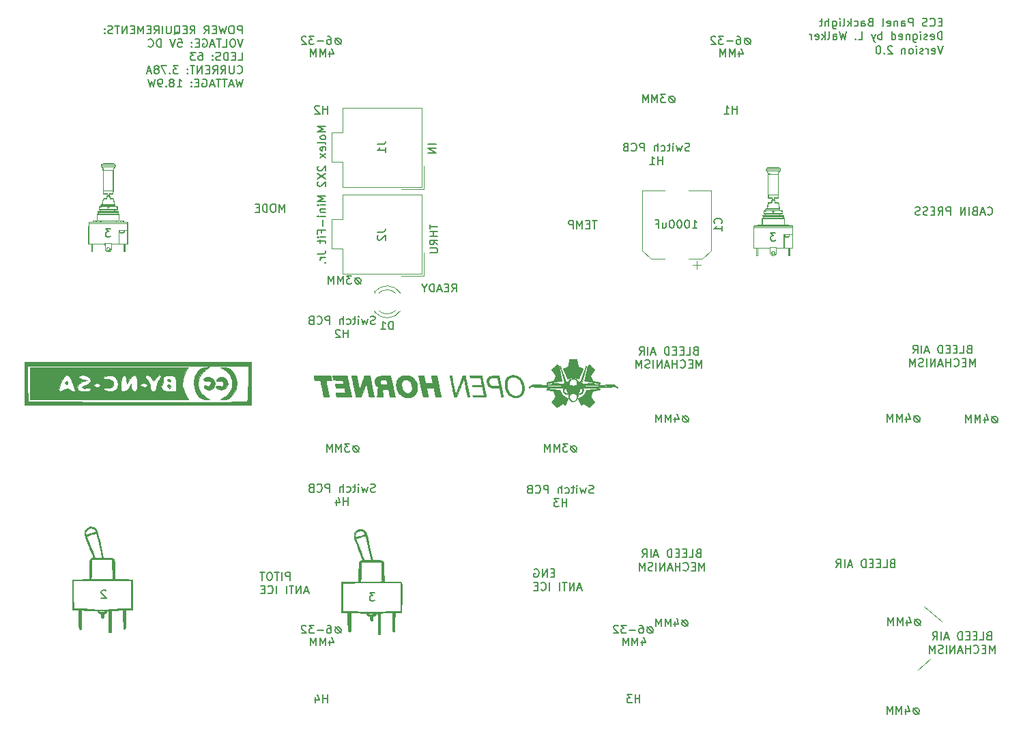
<source format=gbr>
%TF.GenerationSoftware,KiCad,Pcbnew,(5.1.9)-1*%
%TF.CreationDate,2022-08-07T13:29:13-06:00*%
%TF.ProjectId,ECS Panel PCB V2,45435320-5061-46e6-956c-205043422056,rev?*%
%TF.SameCoordinates,Original*%
%TF.FileFunction,Legend,Bot*%
%TF.FilePolarity,Positive*%
%FSLAX46Y46*%
G04 Gerber Fmt 4.6, Leading zero omitted, Abs format (unit mm)*
G04 Created by KiCad (PCBNEW (5.1.9)-1) date 2022-08-07 13:29:13*
%MOMM*%
%LPD*%
G01*
G04 APERTURE LIST*
%ADD10C,0.150000*%
%ADD11C,0.120000*%
%ADD12C,0.010000*%
%ADD13C,0.100000*%
G04 APERTURE END LIST*
D10*
X71914285Y-103290476D02*
X71723809Y-103290476D01*
X71533333Y-103385714D01*
X71438095Y-103576190D01*
X71438095Y-103766666D01*
X71533333Y-103957142D01*
X71723809Y-104052380D01*
X71914285Y-104052380D01*
X72104761Y-103957142D01*
X72200000Y-103766666D01*
X72200000Y-103576190D01*
X72104761Y-103385714D01*
X71914285Y-103290476D01*
X71438095Y-103290476D02*
X72200000Y-104052380D01*
X71057142Y-103052380D02*
X70438095Y-103052380D01*
X70771428Y-103433333D01*
X70628571Y-103433333D01*
X70533333Y-103480952D01*
X70485714Y-103528571D01*
X70438095Y-103623809D01*
X70438095Y-103861904D01*
X70485714Y-103957142D01*
X70533333Y-104004761D01*
X70628571Y-104052380D01*
X70914285Y-104052380D01*
X71009523Y-104004761D01*
X71057142Y-103957142D01*
X70009523Y-104052380D02*
X70009523Y-103052380D01*
X69676190Y-103766666D01*
X69342857Y-103052380D01*
X69342857Y-104052380D01*
X68866666Y-104052380D02*
X68866666Y-103052380D01*
X68533333Y-103766666D01*
X68200000Y-103052380D01*
X68200000Y-104052380D01*
X98742285Y-124125076D02*
X98551809Y-124125076D01*
X98361333Y-124220314D01*
X98266095Y-124410790D01*
X98266095Y-124601266D01*
X98361333Y-124791742D01*
X98551809Y-124886980D01*
X98742285Y-124886980D01*
X98932761Y-124791742D01*
X99028000Y-124601266D01*
X99028000Y-124410790D01*
X98932761Y-124220314D01*
X98742285Y-124125076D01*
X98266095Y-124125076D02*
X99028000Y-124886980D01*
X97885142Y-123886980D02*
X97266095Y-123886980D01*
X97599428Y-124267933D01*
X97456571Y-124267933D01*
X97361333Y-124315552D01*
X97313714Y-124363171D01*
X97266095Y-124458409D01*
X97266095Y-124696504D01*
X97313714Y-124791742D01*
X97361333Y-124839361D01*
X97456571Y-124886980D01*
X97742285Y-124886980D01*
X97837523Y-124839361D01*
X97885142Y-124791742D01*
X96837523Y-124886980D02*
X96837523Y-123886980D01*
X96504190Y-124601266D01*
X96170857Y-123886980D01*
X96170857Y-124886980D01*
X95694666Y-124886980D02*
X95694666Y-123886980D01*
X95361333Y-124601266D01*
X95028000Y-123886980D01*
X95028000Y-124886980D01*
X71691285Y-124125076D02*
X71500809Y-124125076D01*
X71310333Y-124220314D01*
X71215095Y-124410790D01*
X71215095Y-124601266D01*
X71310333Y-124791742D01*
X71500809Y-124886980D01*
X71691285Y-124886980D01*
X71881761Y-124791742D01*
X71977000Y-124601266D01*
X71977000Y-124410790D01*
X71881761Y-124220314D01*
X71691285Y-124125076D01*
X71215095Y-124125076D02*
X71977000Y-124886980D01*
X70834142Y-123886980D02*
X70215095Y-123886980D01*
X70548428Y-124267933D01*
X70405571Y-124267933D01*
X70310333Y-124315552D01*
X70262714Y-124363171D01*
X70215095Y-124458409D01*
X70215095Y-124696504D01*
X70262714Y-124791742D01*
X70310333Y-124839361D01*
X70405571Y-124886980D01*
X70691285Y-124886980D01*
X70786523Y-124839361D01*
X70834142Y-124791742D01*
X69786523Y-124886980D02*
X69786523Y-123886980D01*
X69453190Y-124601266D01*
X69119857Y-123886980D01*
X69119857Y-124886980D01*
X68643666Y-124886980D02*
X68643666Y-123886980D01*
X68310333Y-124601266D01*
X67977000Y-123886980D01*
X67977000Y-124886980D01*
X110883485Y-80818076D02*
X110693009Y-80818076D01*
X110502533Y-80913314D01*
X110407295Y-81103790D01*
X110407295Y-81294266D01*
X110502533Y-81484742D01*
X110693009Y-81579980D01*
X110883485Y-81579980D01*
X111073961Y-81484742D01*
X111169200Y-81294266D01*
X111169200Y-81103790D01*
X111073961Y-80913314D01*
X110883485Y-80818076D01*
X110407295Y-80818076D02*
X111169200Y-81579980D01*
X110026342Y-80579980D02*
X109407295Y-80579980D01*
X109740628Y-80960933D01*
X109597771Y-80960933D01*
X109502533Y-81008552D01*
X109454914Y-81056171D01*
X109407295Y-81151409D01*
X109407295Y-81389504D01*
X109454914Y-81484742D01*
X109502533Y-81532361D01*
X109597771Y-81579980D01*
X109883485Y-81579980D01*
X109978723Y-81532361D01*
X110026342Y-81484742D01*
X108978723Y-81579980D02*
X108978723Y-80579980D01*
X108645390Y-81294266D01*
X108312057Y-80579980D01*
X108312057Y-81579980D01*
X107835866Y-81579980D02*
X107835866Y-80579980D01*
X107502533Y-81294266D01*
X107169200Y-80579980D01*
X107169200Y-81579980D01*
X73970638Y-129830961D02*
X73827780Y-129878580D01*
X73589685Y-129878580D01*
X73494447Y-129830961D01*
X73446828Y-129783342D01*
X73399209Y-129688104D01*
X73399209Y-129592866D01*
X73446828Y-129497628D01*
X73494447Y-129450009D01*
X73589685Y-129402390D01*
X73780161Y-129354771D01*
X73875400Y-129307152D01*
X73923019Y-129259533D01*
X73970638Y-129164295D01*
X73970638Y-129069057D01*
X73923019Y-128973819D01*
X73875400Y-128926200D01*
X73780161Y-128878580D01*
X73542066Y-128878580D01*
X73399209Y-128926200D01*
X73065876Y-129211914D02*
X72875400Y-129878580D01*
X72684923Y-129402390D01*
X72494447Y-129878580D01*
X72303971Y-129211914D01*
X71923019Y-129878580D02*
X71923019Y-129211914D01*
X71923019Y-128878580D02*
X71970638Y-128926200D01*
X71923019Y-128973819D01*
X71875400Y-128926200D01*
X71923019Y-128878580D01*
X71923019Y-128973819D01*
X71589685Y-129211914D02*
X71208733Y-129211914D01*
X71446828Y-128878580D02*
X71446828Y-129735723D01*
X71399209Y-129830961D01*
X71303971Y-129878580D01*
X71208733Y-129878580D01*
X70446828Y-129830961D02*
X70542066Y-129878580D01*
X70732542Y-129878580D01*
X70827780Y-129830961D01*
X70875400Y-129783342D01*
X70923019Y-129688104D01*
X70923019Y-129402390D01*
X70875400Y-129307152D01*
X70827780Y-129259533D01*
X70732542Y-129211914D01*
X70542066Y-129211914D01*
X70446828Y-129259533D01*
X70018257Y-129878580D02*
X70018257Y-128878580D01*
X69589685Y-129878580D02*
X69589685Y-129354771D01*
X69637304Y-129259533D01*
X69732542Y-129211914D01*
X69875400Y-129211914D01*
X69970638Y-129259533D01*
X70018257Y-129307152D01*
X68351590Y-129878580D02*
X68351590Y-128878580D01*
X67970638Y-128878580D01*
X67875400Y-128926200D01*
X67827780Y-128973819D01*
X67780161Y-129069057D01*
X67780161Y-129211914D01*
X67827780Y-129307152D01*
X67875400Y-129354771D01*
X67970638Y-129402390D01*
X68351590Y-129402390D01*
X66780161Y-129783342D02*
X66827780Y-129830961D01*
X66970638Y-129878580D01*
X67065876Y-129878580D01*
X67208733Y-129830961D01*
X67303971Y-129735723D01*
X67351590Y-129640485D01*
X67399209Y-129450009D01*
X67399209Y-129307152D01*
X67351590Y-129116676D01*
X67303971Y-129021438D01*
X67208733Y-128926200D01*
X67065876Y-128878580D01*
X66970638Y-128878580D01*
X66827780Y-128926200D01*
X66780161Y-128973819D01*
X66018257Y-129354771D02*
X65875400Y-129402390D01*
X65827780Y-129450009D01*
X65780161Y-129545247D01*
X65780161Y-129688104D01*
X65827780Y-129783342D01*
X65875400Y-129830961D01*
X65970638Y-129878580D01*
X66351590Y-129878580D01*
X66351590Y-128878580D01*
X66018257Y-128878580D01*
X65923019Y-128926200D01*
X65875400Y-128973819D01*
X65827780Y-129069057D01*
X65827780Y-129164295D01*
X65875400Y-129259533D01*
X65923019Y-129307152D01*
X66018257Y-129354771D01*
X66351590Y-129354771D01*
X70637304Y-131528580D02*
X70637304Y-130528580D01*
X70637304Y-131004771D02*
X70065876Y-131004771D01*
X70065876Y-131528580D02*
X70065876Y-130528580D01*
X69161114Y-130861914D02*
X69161114Y-131528580D01*
X69399209Y-130480961D02*
X69637304Y-131195247D01*
X69018257Y-131195247D01*
X101072438Y-129983361D02*
X100929580Y-130030980D01*
X100691485Y-130030980D01*
X100596247Y-129983361D01*
X100548628Y-129935742D01*
X100501009Y-129840504D01*
X100501009Y-129745266D01*
X100548628Y-129650028D01*
X100596247Y-129602409D01*
X100691485Y-129554790D01*
X100881961Y-129507171D01*
X100977200Y-129459552D01*
X101024819Y-129411933D01*
X101072438Y-129316695D01*
X101072438Y-129221457D01*
X101024819Y-129126219D01*
X100977200Y-129078600D01*
X100881961Y-129030980D01*
X100643866Y-129030980D01*
X100501009Y-129078600D01*
X100167676Y-129364314D02*
X99977200Y-130030980D01*
X99786723Y-129554790D01*
X99596247Y-130030980D01*
X99405771Y-129364314D01*
X99024819Y-130030980D02*
X99024819Y-129364314D01*
X99024819Y-129030980D02*
X99072438Y-129078600D01*
X99024819Y-129126219D01*
X98977200Y-129078600D01*
X99024819Y-129030980D01*
X99024819Y-129126219D01*
X98691485Y-129364314D02*
X98310533Y-129364314D01*
X98548628Y-129030980D02*
X98548628Y-129888123D01*
X98501009Y-129983361D01*
X98405771Y-130030980D01*
X98310533Y-130030980D01*
X97548628Y-129983361D02*
X97643866Y-130030980D01*
X97834342Y-130030980D01*
X97929580Y-129983361D01*
X97977200Y-129935742D01*
X98024819Y-129840504D01*
X98024819Y-129554790D01*
X97977200Y-129459552D01*
X97929580Y-129411933D01*
X97834342Y-129364314D01*
X97643866Y-129364314D01*
X97548628Y-129411933D01*
X97120057Y-130030980D02*
X97120057Y-129030980D01*
X96691485Y-130030980D02*
X96691485Y-129507171D01*
X96739104Y-129411933D01*
X96834342Y-129364314D01*
X96977200Y-129364314D01*
X97072438Y-129411933D01*
X97120057Y-129459552D01*
X95453390Y-130030980D02*
X95453390Y-129030980D01*
X95072438Y-129030980D01*
X94977200Y-129078600D01*
X94929580Y-129126219D01*
X94881961Y-129221457D01*
X94881961Y-129364314D01*
X94929580Y-129459552D01*
X94977200Y-129507171D01*
X95072438Y-129554790D01*
X95453390Y-129554790D01*
X93881961Y-129935742D02*
X93929580Y-129983361D01*
X94072438Y-130030980D01*
X94167676Y-130030980D01*
X94310533Y-129983361D01*
X94405771Y-129888123D01*
X94453390Y-129792885D01*
X94501009Y-129602409D01*
X94501009Y-129459552D01*
X94453390Y-129269076D01*
X94405771Y-129173838D01*
X94310533Y-129078600D01*
X94167676Y-129030980D01*
X94072438Y-129030980D01*
X93929580Y-129078600D01*
X93881961Y-129126219D01*
X93120057Y-129507171D02*
X92977200Y-129554790D01*
X92929580Y-129602409D01*
X92881961Y-129697647D01*
X92881961Y-129840504D01*
X92929580Y-129935742D01*
X92977200Y-129983361D01*
X93072438Y-130030980D01*
X93453390Y-130030980D01*
X93453390Y-129030980D01*
X93120057Y-129030980D01*
X93024819Y-129078600D01*
X92977200Y-129126219D01*
X92929580Y-129221457D01*
X92929580Y-129316695D01*
X92977200Y-129411933D01*
X93024819Y-129459552D01*
X93120057Y-129507171D01*
X93453390Y-129507171D01*
X97739104Y-131680980D02*
X97739104Y-130680980D01*
X97739104Y-131157171D02*
X97167676Y-131157171D01*
X97167676Y-131680980D02*
X97167676Y-130680980D01*
X96786723Y-130680980D02*
X96167676Y-130680980D01*
X96501009Y-131061933D01*
X96358152Y-131061933D01*
X96262914Y-131109552D01*
X96215295Y-131157171D01*
X96167676Y-131252409D01*
X96167676Y-131490504D01*
X96215295Y-131585742D01*
X96262914Y-131633361D01*
X96358152Y-131680980D01*
X96643866Y-131680980D01*
X96739104Y-131633361D01*
X96786723Y-131585742D01*
X73970638Y-109028361D02*
X73827780Y-109075980D01*
X73589685Y-109075980D01*
X73494447Y-109028361D01*
X73446828Y-108980742D01*
X73399209Y-108885504D01*
X73399209Y-108790266D01*
X73446828Y-108695028D01*
X73494447Y-108647409D01*
X73589685Y-108599790D01*
X73780161Y-108552171D01*
X73875400Y-108504552D01*
X73923019Y-108456933D01*
X73970638Y-108361695D01*
X73970638Y-108266457D01*
X73923019Y-108171219D01*
X73875400Y-108123600D01*
X73780161Y-108075980D01*
X73542066Y-108075980D01*
X73399209Y-108123600D01*
X73065876Y-108409314D02*
X72875400Y-109075980D01*
X72684923Y-108599790D01*
X72494447Y-109075980D01*
X72303971Y-108409314D01*
X71923019Y-109075980D02*
X71923019Y-108409314D01*
X71923019Y-108075980D02*
X71970638Y-108123600D01*
X71923019Y-108171219D01*
X71875400Y-108123600D01*
X71923019Y-108075980D01*
X71923019Y-108171219D01*
X71589685Y-108409314D02*
X71208733Y-108409314D01*
X71446828Y-108075980D02*
X71446828Y-108933123D01*
X71399209Y-109028361D01*
X71303971Y-109075980D01*
X71208733Y-109075980D01*
X70446828Y-109028361D02*
X70542066Y-109075980D01*
X70732542Y-109075980D01*
X70827780Y-109028361D01*
X70875400Y-108980742D01*
X70923019Y-108885504D01*
X70923019Y-108599790D01*
X70875400Y-108504552D01*
X70827780Y-108456933D01*
X70732542Y-108409314D01*
X70542066Y-108409314D01*
X70446828Y-108456933D01*
X70018257Y-109075980D02*
X70018257Y-108075980D01*
X69589685Y-109075980D02*
X69589685Y-108552171D01*
X69637304Y-108456933D01*
X69732542Y-108409314D01*
X69875400Y-108409314D01*
X69970638Y-108456933D01*
X70018257Y-108504552D01*
X68351590Y-109075980D02*
X68351590Y-108075980D01*
X67970638Y-108075980D01*
X67875400Y-108123600D01*
X67827780Y-108171219D01*
X67780161Y-108266457D01*
X67780161Y-108409314D01*
X67827780Y-108504552D01*
X67875400Y-108552171D01*
X67970638Y-108599790D01*
X68351590Y-108599790D01*
X66780161Y-108980742D02*
X66827780Y-109028361D01*
X66970638Y-109075980D01*
X67065876Y-109075980D01*
X67208733Y-109028361D01*
X67303971Y-108933123D01*
X67351590Y-108837885D01*
X67399209Y-108647409D01*
X67399209Y-108504552D01*
X67351590Y-108314076D01*
X67303971Y-108218838D01*
X67208733Y-108123600D01*
X67065876Y-108075980D01*
X66970638Y-108075980D01*
X66827780Y-108123600D01*
X66780161Y-108171219D01*
X66018257Y-108552171D02*
X65875400Y-108599790D01*
X65827780Y-108647409D01*
X65780161Y-108742647D01*
X65780161Y-108885504D01*
X65827780Y-108980742D01*
X65875400Y-109028361D01*
X65970638Y-109075980D01*
X66351590Y-109075980D01*
X66351590Y-108075980D01*
X66018257Y-108075980D01*
X65923019Y-108123600D01*
X65875400Y-108171219D01*
X65827780Y-108266457D01*
X65827780Y-108361695D01*
X65875400Y-108456933D01*
X65923019Y-108504552D01*
X66018257Y-108552171D01*
X66351590Y-108552171D01*
X70637304Y-110725980D02*
X70637304Y-109725980D01*
X70637304Y-110202171D02*
X70065876Y-110202171D01*
X70065876Y-110725980D02*
X70065876Y-109725980D01*
X69637304Y-109821219D02*
X69589685Y-109773600D01*
X69494447Y-109725980D01*
X69256352Y-109725980D01*
X69161114Y-109773600D01*
X69113495Y-109821219D01*
X69065876Y-109916457D01*
X69065876Y-110011695D01*
X69113495Y-110154552D01*
X69684923Y-110725980D01*
X69065876Y-110725980D01*
X112985038Y-87565361D02*
X112842180Y-87612980D01*
X112604085Y-87612980D01*
X112508847Y-87565361D01*
X112461228Y-87517742D01*
X112413609Y-87422504D01*
X112413609Y-87327266D01*
X112461228Y-87232028D01*
X112508847Y-87184409D01*
X112604085Y-87136790D01*
X112794561Y-87089171D01*
X112889800Y-87041552D01*
X112937419Y-86993933D01*
X112985038Y-86898695D01*
X112985038Y-86803457D01*
X112937419Y-86708219D01*
X112889800Y-86660600D01*
X112794561Y-86612980D01*
X112556466Y-86612980D01*
X112413609Y-86660600D01*
X112080276Y-86946314D02*
X111889800Y-87612980D01*
X111699323Y-87136790D01*
X111508847Y-87612980D01*
X111318371Y-86946314D01*
X110937419Y-87612980D02*
X110937419Y-86946314D01*
X110937419Y-86612980D02*
X110985038Y-86660600D01*
X110937419Y-86708219D01*
X110889800Y-86660600D01*
X110937419Y-86612980D01*
X110937419Y-86708219D01*
X110604085Y-86946314D02*
X110223133Y-86946314D01*
X110461228Y-86612980D02*
X110461228Y-87470123D01*
X110413609Y-87565361D01*
X110318371Y-87612980D01*
X110223133Y-87612980D01*
X109461228Y-87565361D02*
X109556466Y-87612980D01*
X109746942Y-87612980D01*
X109842180Y-87565361D01*
X109889800Y-87517742D01*
X109937419Y-87422504D01*
X109937419Y-87136790D01*
X109889800Y-87041552D01*
X109842180Y-86993933D01*
X109746942Y-86946314D01*
X109556466Y-86946314D01*
X109461228Y-86993933D01*
X109032657Y-87612980D02*
X109032657Y-86612980D01*
X108604085Y-87612980D02*
X108604085Y-87089171D01*
X108651704Y-86993933D01*
X108746942Y-86946314D01*
X108889800Y-86946314D01*
X108985038Y-86993933D01*
X109032657Y-87041552D01*
X107365990Y-87612980D02*
X107365990Y-86612980D01*
X106985038Y-86612980D01*
X106889800Y-86660600D01*
X106842180Y-86708219D01*
X106794561Y-86803457D01*
X106794561Y-86946314D01*
X106842180Y-87041552D01*
X106889800Y-87089171D01*
X106985038Y-87136790D01*
X107365990Y-87136790D01*
X105794561Y-87517742D02*
X105842180Y-87565361D01*
X105985038Y-87612980D01*
X106080276Y-87612980D01*
X106223133Y-87565361D01*
X106318371Y-87470123D01*
X106365990Y-87374885D01*
X106413609Y-87184409D01*
X106413609Y-87041552D01*
X106365990Y-86851076D01*
X106318371Y-86755838D01*
X106223133Y-86660600D01*
X106080276Y-86612980D01*
X105985038Y-86612980D01*
X105842180Y-86660600D01*
X105794561Y-86708219D01*
X105032657Y-87089171D02*
X104889800Y-87136790D01*
X104842180Y-87184409D01*
X104794561Y-87279647D01*
X104794561Y-87422504D01*
X104842180Y-87517742D01*
X104889800Y-87565361D01*
X104985038Y-87612980D01*
X105365990Y-87612980D01*
X105365990Y-86612980D01*
X105032657Y-86612980D01*
X104937419Y-86660600D01*
X104889800Y-86708219D01*
X104842180Y-86803457D01*
X104842180Y-86898695D01*
X104889800Y-86993933D01*
X104937419Y-87041552D01*
X105032657Y-87089171D01*
X105365990Y-87089171D01*
X109651704Y-89262980D02*
X109651704Y-88262980D01*
X109651704Y-88739171D02*
X109080276Y-88739171D01*
X109080276Y-89262980D02*
X109080276Y-88262980D01*
X108080276Y-89262980D02*
X108651704Y-89262980D01*
X108365990Y-89262980D02*
X108365990Y-88262980D01*
X108461228Y-88405838D01*
X108556466Y-88501076D01*
X108651704Y-88548695D01*
D11*
X142824200Y-150596600D02*
X141351000Y-151892000D01*
X144272000Y-145923000D02*
X142113000Y-144043400D01*
D10*
X113724914Y-112336771D02*
X113582057Y-112384390D01*
X113534438Y-112432009D01*
X113486819Y-112527247D01*
X113486819Y-112670104D01*
X113534438Y-112765342D01*
X113582057Y-112812961D01*
X113677295Y-112860580D01*
X114058247Y-112860580D01*
X114058247Y-111860580D01*
X113724914Y-111860580D01*
X113629676Y-111908200D01*
X113582057Y-111955819D01*
X113534438Y-112051057D01*
X113534438Y-112146295D01*
X113582057Y-112241533D01*
X113629676Y-112289152D01*
X113724914Y-112336771D01*
X114058247Y-112336771D01*
X112582057Y-112860580D02*
X113058247Y-112860580D01*
X113058247Y-111860580D01*
X112248723Y-112336771D02*
X111915390Y-112336771D01*
X111772533Y-112860580D02*
X112248723Y-112860580D01*
X112248723Y-111860580D01*
X111772533Y-111860580D01*
X111343961Y-112336771D02*
X111010628Y-112336771D01*
X110867771Y-112860580D02*
X111343961Y-112860580D01*
X111343961Y-111860580D01*
X110867771Y-111860580D01*
X110439200Y-112860580D02*
X110439200Y-111860580D01*
X110201104Y-111860580D01*
X110058247Y-111908200D01*
X109963009Y-112003438D01*
X109915390Y-112098676D01*
X109867771Y-112289152D01*
X109867771Y-112432009D01*
X109915390Y-112622485D01*
X109963009Y-112717723D01*
X110058247Y-112812961D01*
X110201104Y-112860580D01*
X110439200Y-112860580D01*
X108724914Y-112574866D02*
X108248723Y-112574866D01*
X108820152Y-112860580D02*
X108486819Y-111860580D01*
X108153485Y-112860580D01*
X107820152Y-112860580D02*
X107820152Y-111860580D01*
X106772533Y-112860580D02*
X107105866Y-112384390D01*
X107343961Y-112860580D02*
X107343961Y-111860580D01*
X106963009Y-111860580D01*
X106867771Y-111908200D01*
X106820152Y-111955819D01*
X106772533Y-112051057D01*
X106772533Y-112193914D01*
X106820152Y-112289152D01*
X106867771Y-112336771D01*
X106963009Y-112384390D01*
X107343961Y-112384390D01*
X114486819Y-114510580D02*
X114486819Y-113510580D01*
X114153485Y-114224866D01*
X113820152Y-113510580D01*
X113820152Y-114510580D01*
X113343961Y-113986771D02*
X113010628Y-113986771D01*
X112867771Y-114510580D02*
X113343961Y-114510580D01*
X113343961Y-113510580D01*
X112867771Y-113510580D01*
X111867771Y-114415342D02*
X111915390Y-114462961D01*
X112058247Y-114510580D01*
X112153485Y-114510580D01*
X112296342Y-114462961D01*
X112391580Y-114367723D01*
X112439200Y-114272485D01*
X112486819Y-114082009D01*
X112486819Y-113939152D01*
X112439200Y-113748676D01*
X112391580Y-113653438D01*
X112296342Y-113558200D01*
X112153485Y-113510580D01*
X112058247Y-113510580D01*
X111915390Y-113558200D01*
X111867771Y-113605819D01*
X111439200Y-114510580D02*
X111439200Y-113510580D01*
X111439200Y-113986771D02*
X110867771Y-113986771D01*
X110867771Y-114510580D02*
X110867771Y-113510580D01*
X110439200Y-114224866D02*
X109963009Y-114224866D01*
X110534438Y-114510580D02*
X110201104Y-113510580D01*
X109867771Y-114510580D01*
X109534438Y-114510580D02*
X109534438Y-113510580D01*
X108963009Y-114510580D01*
X108963009Y-113510580D01*
X108486819Y-114510580D02*
X108486819Y-113510580D01*
X108058247Y-114462961D02*
X107915390Y-114510580D01*
X107677295Y-114510580D01*
X107582057Y-114462961D01*
X107534438Y-114415342D01*
X107486819Y-114320104D01*
X107486819Y-114224866D01*
X107534438Y-114129628D01*
X107582057Y-114082009D01*
X107677295Y-114034390D01*
X107867771Y-113986771D01*
X107963009Y-113939152D01*
X108010628Y-113891533D01*
X108058247Y-113796295D01*
X108058247Y-113701057D01*
X108010628Y-113605819D01*
X107963009Y-113558200D01*
X107867771Y-113510580D01*
X107629676Y-113510580D01*
X107486819Y-113558200D01*
X107058247Y-114510580D02*
X107058247Y-113510580D01*
X106724914Y-114224866D01*
X106391580Y-113510580D01*
X106391580Y-114510580D01*
X147659314Y-112158971D02*
X147516457Y-112206590D01*
X147468838Y-112254209D01*
X147421219Y-112349447D01*
X147421219Y-112492304D01*
X147468838Y-112587542D01*
X147516457Y-112635161D01*
X147611695Y-112682780D01*
X147992647Y-112682780D01*
X147992647Y-111682780D01*
X147659314Y-111682780D01*
X147564076Y-111730400D01*
X147516457Y-111778019D01*
X147468838Y-111873257D01*
X147468838Y-111968495D01*
X147516457Y-112063733D01*
X147564076Y-112111352D01*
X147659314Y-112158971D01*
X147992647Y-112158971D01*
X146516457Y-112682780D02*
X146992647Y-112682780D01*
X146992647Y-111682780D01*
X146183123Y-112158971D02*
X145849790Y-112158971D01*
X145706933Y-112682780D02*
X146183123Y-112682780D01*
X146183123Y-111682780D01*
X145706933Y-111682780D01*
X145278361Y-112158971D02*
X144945028Y-112158971D01*
X144802171Y-112682780D02*
X145278361Y-112682780D01*
X145278361Y-111682780D01*
X144802171Y-111682780D01*
X144373600Y-112682780D02*
X144373600Y-111682780D01*
X144135504Y-111682780D01*
X143992647Y-111730400D01*
X143897409Y-111825638D01*
X143849790Y-111920876D01*
X143802171Y-112111352D01*
X143802171Y-112254209D01*
X143849790Y-112444685D01*
X143897409Y-112539923D01*
X143992647Y-112635161D01*
X144135504Y-112682780D01*
X144373600Y-112682780D01*
X142659314Y-112397066D02*
X142183123Y-112397066D01*
X142754552Y-112682780D02*
X142421219Y-111682780D01*
X142087885Y-112682780D01*
X141754552Y-112682780D02*
X141754552Y-111682780D01*
X140706933Y-112682780D02*
X141040266Y-112206590D01*
X141278361Y-112682780D02*
X141278361Y-111682780D01*
X140897409Y-111682780D01*
X140802171Y-111730400D01*
X140754552Y-111778019D01*
X140706933Y-111873257D01*
X140706933Y-112016114D01*
X140754552Y-112111352D01*
X140802171Y-112158971D01*
X140897409Y-112206590D01*
X141278361Y-112206590D01*
X148421219Y-114332780D02*
X148421219Y-113332780D01*
X148087885Y-114047066D01*
X147754552Y-113332780D01*
X147754552Y-114332780D01*
X147278361Y-113808971D02*
X146945028Y-113808971D01*
X146802171Y-114332780D02*
X147278361Y-114332780D01*
X147278361Y-113332780D01*
X146802171Y-113332780D01*
X145802171Y-114237542D02*
X145849790Y-114285161D01*
X145992647Y-114332780D01*
X146087885Y-114332780D01*
X146230742Y-114285161D01*
X146325980Y-114189923D01*
X146373600Y-114094685D01*
X146421219Y-113904209D01*
X146421219Y-113761352D01*
X146373600Y-113570876D01*
X146325980Y-113475638D01*
X146230742Y-113380400D01*
X146087885Y-113332780D01*
X145992647Y-113332780D01*
X145849790Y-113380400D01*
X145802171Y-113428019D01*
X145373600Y-114332780D02*
X145373600Y-113332780D01*
X145373600Y-113808971D02*
X144802171Y-113808971D01*
X144802171Y-114332780D02*
X144802171Y-113332780D01*
X144373600Y-114047066D02*
X143897409Y-114047066D01*
X144468838Y-114332780D02*
X144135504Y-113332780D01*
X143802171Y-114332780D01*
X143468838Y-114332780D02*
X143468838Y-113332780D01*
X142897409Y-114332780D01*
X142897409Y-113332780D01*
X142421219Y-114332780D02*
X142421219Y-113332780D01*
X141992647Y-114285161D02*
X141849790Y-114332780D01*
X141611695Y-114332780D01*
X141516457Y-114285161D01*
X141468838Y-114237542D01*
X141421219Y-114142304D01*
X141421219Y-114047066D01*
X141468838Y-113951828D01*
X141516457Y-113904209D01*
X141611695Y-113856590D01*
X141802171Y-113808971D01*
X141897409Y-113761352D01*
X141945028Y-113713733D01*
X141992647Y-113618495D01*
X141992647Y-113523257D01*
X141945028Y-113428019D01*
X141897409Y-113380400D01*
X141802171Y-113332780D01*
X141564076Y-113332780D01*
X141421219Y-113380400D01*
X140992647Y-114332780D02*
X140992647Y-113332780D01*
X140659314Y-114047066D01*
X140325980Y-113332780D01*
X140325980Y-114332780D01*
X114080514Y-137457371D02*
X113937657Y-137504990D01*
X113890038Y-137552609D01*
X113842419Y-137647847D01*
X113842419Y-137790704D01*
X113890038Y-137885942D01*
X113937657Y-137933561D01*
X114032895Y-137981180D01*
X114413847Y-137981180D01*
X114413847Y-136981180D01*
X114080514Y-136981180D01*
X113985276Y-137028800D01*
X113937657Y-137076419D01*
X113890038Y-137171657D01*
X113890038Y-137266895D01*
X113937657Y-137362133D01*
X113985276Y-137409752D01*
X114080514Y-137457371D01*
X114413847Y-137457371D01*
X112937657Y-137981180D02*
X113413847Y-137981180D01*
X113413847Y-136981180D01*
X112604323Y-137457371D02*
X112270990Y-137457371D01*
X112128133Y-137981180D02*
X112604323Y-137981180D01*
X112604323Y-136981180D01*
X112128133Y-136981180D01*
X111699561Y-137457371D02*
X111366228Y-137457371D01*
X111223371Y-137981180D02*
X111699561Y-137981180D01*
X111699561Y-136981180D01*
X111223371Y-136981180D01*
X110794800Y-137981180D02*
X110794800Y-136981180D01*
X110556704Y-136981180D01*
X110413847Y-137028800D01*
X110318609Y-137124038D01*
X110270990Y-137219276D01*
X110223371Y-137409752D01*
X110223371Y-137552609D01*
X110270990Y-137743085D01*
X110318609Y-137838323D01*
X110413847Y-137933561D01*
X110556704Y-137981180D01*
X110794800Y-137981180D01*
X109080514Y-137695466D02*
X108604323Y-137695466D01*
X109175752Y-137981180D02*
X108842419Y-136981180D01*
X108509085Y-137981180D01*
X108175752Y-137981180D02*
X108175752Y-136981180D01*
X107128133Y-137981180D02*
X107461466Y-137504990D01*
X107699561Y-137981180D02*
X107699561Y-136981180D01*
X107318609Y-136981180D01*
X107223371Y-137028800D01*
X107175752Y-137076419D01*
X107128133Y-137171657D01*
X107128133Y-137314514D01*
X107175752Y-137409752D01*
X107223371Y-137457371D01*
X107318609Y-137504990D01*
X107699561Y-137504990D01*
X114842419Y-139631180D02*
X114842419Y-138631180D01*
X114509085Y-139345466D01*
X114175752Y-138631180D01*
X114175752Y-139631180D01*
X113699561Y-139107371D02*
X113366228Y-139107371D01*
X113223371Y-139631180D02*
X113699561Y-139631180D01*
X113699561Y-138631180D01*
X113223371Y-138631180D01*
X112223371Y-139535942D02*
X112270990Y-139583561D01*
X112413847Y-139631180D01*
X112509085Y-139631180D01*
X112651942Y-139583561D01*
X112747180Y-139488323D01*
X112794800Y-139393085D01*
X112842419Y-139202609D01*
X112842419Y-139059752D01*
X112794800Y-138869276D01*
X112747180Y-138774038D01*
X112651942Y-138678800D01*
X112509085Y-138631180D01*
X112413847Y-138631180D01*
X112270990Y-138678800D01*
X112223371Y-138726419D01*
X111794800Y-139631180D02*
X111794800Y-138631180D01*
X111794800Y-139107371D02*
X111223371Y-139107371D01*
X111223371Y-139631180D02*
X111223371Y-138631180D01*
X110794800Y-139345466D02*
X110318609Y-139345466D01*
X110890038Y-139631180D02*
X110556704Y-138631180D01*
X110223371Y-139631180D01*
X109890038Y-139631180D02*
X109890038Y-138631180D01*
X109318609Y-139631180D01*
X109318609Y-138631180D01*
X108842419Y-139631180D02*
X108842419Y-138631180D01*
X108413847Y-139583561D02*
X108270990Y-139631180D01*
X108032895Y-139631180D01*
X107937657Y-139583561D01*
X107890038Y-139535942D01*
X107842419Y-139440704D01*
X107842419Y-139345466D01*
X107890038Y-139250228D01*
X107937657Y-139202609D01*
X108032895Y-139154990D01*
X108223371Y-139107371D01*
X108318609Y-139059752D01*
X108366228Y-139012133D01*
X108413847Y-138916895D01*
X108413847Y-138821657D01*
X108366228Y-138726419D01*
X108318609Y-138678800D01*
X108223371Y-138631180D01*
X107985276Y-138631180D01*
X107842419Y-138678800D01*
X107413847Y-139631180D02*
X107413847Y-138631180D01*
X107080514Y-139345466D01*
X106747180Y-138631180D01*
X106747180Y-139631180D01*
X150097714Y-147693571D02*
X149954857Y-147741190D01*
X149907238Y-147788809D01*
X149859619Y-147884047D01*
X149859619Y-148026904D01*
X149907238Y-148122142D01*
X149954857Y-148169761D01*
X150050095Y-148217380D01*
X150431047Y-148217380D01*
X150431047Y-147217380D01*
X150097714Y-147217380D01*
X150002476Y-147265000D01*
X149954857Y-147312619D01*
X149907238Y-147407857D01*
X149907238Y-147503095D01*
X149954857Y-147598333D01*
X150002476Y-147645952D01*
X150097714Y-147693571D01*
X150431047Y-147693571D01*
X148954857Y-148217380D02*
X149431047Y-148217380D01*
X149431047Y-147217380D01*
X148621523Y-147693571D02*
X148288190Y-147693571D01*
X148145333Y-148217380D02*
X148621523Y-148217380D01*
X148621523Y-147217380D01*
X148145333Y-147217380D01*
X147716761Y-147693571D02*
X147383428Y-147693571D01*
X147240571Y-148217380D02*
X147716761Y-148217380D01*
X147716761Y-147217380D01*
X147240571Y-147217380D01*
X146812000Y-148217380D02*
X146812000Y-147217380D01*
X146573904Y-147217380D01*
X146431047Y-147265000D01*
X146335809Y-147360238D01*
X146288190Y-147455476D01*
X146240571Y-147645952D01*
X146240571Y-147788809D01*
X146288190Y-147979285D01*
X146335809Y-148074523D01*
X146431047Y-148169761D01*
X146573904Y-148217380D01*
X146812000Y-148217380D01*
X145097714Y-147931666D02*
X144621523Y-147931666D01*
X145192952Y-148217380D02*
X144859619Y-147217380D01*
X144526285Y-148217380D01*
X144192952Y-148217380D02*
X144192952Y-147217380D01*
X143145333Y-148217380D02*
X143478666Y-147741190D01*
X143716761Y-148217380D02*
X143716761Y-147217380D01*
X143335809Y-147217380D01*
X143240571Y-147265000D01*
X143192952Y-147312619D01*
X143145333Y-147407857D01*
X143145333Y-147550714D01*
X143192952Y-147645952D01*
X143240571Y-147693571D01*
X143335809Y-147741190D01*
X143716761Y-147741190D01*
X150859619Y-149867380D02*
X150859619Y-148867380D01*
X150526285Y-149581666D01*
X150192952Y-148867380D01*
X150192952Y-149867380D01*
X149716761Y-149343571D02*
X149383428Y-149343571D01*
X149240571Y-149867380D02*
X149716761Y-149867380D01*
X149716761Y-148867380D01*
X149240571Y-148867380D01*
X148240571Y-149772142D02*
X148288190Y-149819761D01*
X148431047Y-149867380D01*
X148526285Y-149867380D01*
X148669142Y-149819761D01*
X148764380Y-149724523D01*
X148812000Y-149629285D01*
X148859619Y-149438809D01*
X148859619Y-149295952D01*
X148812000Y-149105476D01*
X148764380Y-149010238D01*
X148669142Y-148915000D01*
X148526285Y-148867380D01*
X148431047Y-148867380D01*
X148288190Y-148915000D01*
X148240571Y-148962619D01*
X147812000Y-149867380D02*
X147812000Y-148867380D01*
X147812000Y-149343571D02*
X147240571Y-149343571D01*
X147240571Y-149867380D02*
X147240571Y-148867380D01*
X146812000Y-149581666D02*
X146335809Y-149581666D01*
X146907238Y-149867380D02*
X146573904Y-148867380D01*
X146240571Y-149867380D01*
X145907238Y-149867380D02*
X145907238Y-148867380D01*
X145335809Y-149867380D01*
X145335809Y-148867380D01*
X144859619Y-149867380D02*
X144859619Y-148867380D01*
X144431047Y-149819761D02*
X144288190Y-149867380D01*
X144050095Y-149867380D01*
X143954857Y-149819761D01*
X143907238Y-149772142D01*
X143859619Y-149676904D01*
X143859619Y-149581666D01*
X143907238Y-149486428D01*
X143954857Y-149438809D01*
X144050095Y-149391190D01*
X144240571Y-149343571D01*
X144335809Y-149295952D01*
X144383428Y-149248333D01*
X144431047Y-149153095D01*
X144431047Y-149057857D01*
X144383428Y-148962619D01*
X144335809Y-148915000D01*
X144240571Y-148867380D01*
X144002476Y-148867380D01*
X143859619Y-148915000D01*
X143431047Y-149867380D02*
X143431047Y-148867380D01*
X143097714Y-149581666D01*
X142764380Y-148867380D01*
X142764380Y-149867380D01*
X112534485Y-145791276D02*
X112344009Y-145791276D01*
X112153533Y-145886514D01*
X112058295Y-146076990D01*
X112058295Y-146267466D01*
X112153533Y-146457942D01*
X112344009Y-146553180D01*
X112534485Y-146553180D01*
X112724961Y-146457942D01*
X112820200Y-146267466D01*
X112820200Y-146076990D01*
X112724961Y-145886514D01*
X112534485Y-145791276D01*
X112058295Y-145791276D02*
X112820200Y-146553180D01*
X111153533Y-145886514D02*
X111153533Y-146553180D01*
X111391628Y-145505561D02*
X111629723Y-146219847D01*
X111010676Y-146219847D01*
X110629723Y-146553180D02*
X110629723Y-145553180D01*
X110296390Y-146267466D01*
X109963057Y-145553180D01*
X109963057Y-146553180D01*
X109486866Y-146553180D02*
X109486866Y-145553180D01*
X109153533Y-146267466D01*
X108820200Y-145553180D01*
X108820200Y-146553180D01*
X141211085Y-156637076D02*
X141020609Y-156637076D01*
X140830133Y-156732314D01*
X140734895Y-156922790D01*
X140734895Y-157113266D01*
X140830133Y-157303742D01*
X141020609Y-157398980D01*
X141211085Y-157398980D01*
X141401561Y-157303742D01*
X141496800Y-157113266D01*
X141496800Y-156922790D01*
X141401561Y-156732314D01*
X141211085Y-156637076D01*
X140734895Y-156637076D02*
X141496800Y-157398980D01*
X139830133Y-156732314D02*
X139830133Y-157398980D01*
X140068228Y-156351361D02*
X140306323Y-157065647D01*
X139687276Y-157065647D01*
X139306323Y-157398980D02*
X139306323Y-156398980D01*
X138972990Y-157113266D01*
X138639657Y-156398980D01*
X138639657Y-157398980D01*
X138163466Y-157398980D02*
X138163466Y-156398980D01*
X137830133Y-157113266D01*
X137496800Y-156398980D01*
X137496800Y-157398980D01*
X141338085Y-145638876D02*
X141147609Y-145638876D01*
X140957133Y-145734114D01*
X140861895Y-145924590D01*
X140861895Y-146115066D01*
X140957133Y-146305542D01*
X141147609Y-146400780D01*
X141338085Y-146400780D01*
X141528561Y-146305542D01*
X141623800Y-146115066D01*
X141623800Y-145924590D01*
X141528561Y-145734114D01*
X141338085Y-145638876D01*
X140861895Y-145638876D02*
X141623800Y-146400780D01*
X139957133Y-145734114D02*
X139957133Y-146400780D01*
X140195228Y-145353161D02*
X140433323Y-146067447D01*
X139814276Y-146067447D01*
X139433323Y-146400780D02*
X139433323Y-145400780D01*
X139099990Y-146115066D01*
X138766657Y-145400780D01*
X138766657Y-146400780D01*
X138290466Y-146400780D02*
X138290466Y-145400780D01*
X137957133Y-146115066D01*
X137623800Y-145400780D01*
X137623800Y-146400780D01*
X150964685Y-120492876D02*
X150774209Y-120492876D01*
X150583733Y-120588114D01*
X150488495Y-120778590D01*
X150488495Y-120969066D01*
X150583733Y-121159542D01*
X150774209Y-121254780D01*
X150964685Y-121254780D01*
X151155161Y-121159542D01*
X151250400Y-120969066D01*
X151250400Y-120778590D01*
X151155161Y-120588114D01*
X150964685Y-120492876D01*
X150488495Y-120492876D02*
X151250400Y-121254780D01*
X149583733Y-120588114D02*
X149583733Y-121254780D01*
X149821828Y-120207161D02*
X150059923Y-120921447D01*
X149440876Y-120921447D01*
X149059923Y-121254780D02*
X149059923Y-120254780D01*
X148726590Y-120969066D01*
X148393257Y-120254780D01*
X148393257Y-121254780D01*
X147917066Y-121254780D02*
X147917066Y-120254780D01*
X147583733Y-120969066D01*
X147250400Y-120254780D01*
X147250400Y-121254780D01*
X73933333Y-142352380D02*
X73314285Y-142352380D01*
X73647619Y-142733333D01*
X73504761Y-142733333D01*
X73409523Y-142780952D01*
X73361904Y-142828571D01*
X73314285Y-142923809D01*
X73314285Y-143161904D01*
X73361904Y-143257142D01*
X73409523Y-143304761D01*
X73504761Y-143352380D01*
X73790476Y-143352380D01*
X73885714Y-143304761D01*
X73933333Y-143257142D01*
X40585714Y-142147619D02*
X40538095Y-142100000D01*
X40442857Y-142052380D01*
X40204761Y-142052380D01*
X40109523Y-142100000D01*
X40061904Y-142147619D01*
X40014285Y-142242857D01*
X40014285Y-142338095D01*
X40061904Y-142480952D01*
X40633333Y-143052380D01*
X40014285Y-143052380D01*
X138134314Y-138714171D02*
X137991457Y-138761790D01*
X137943838Y-138809409D01*
X137896219Y-138904647D01*
X137896219Y-139047504D01*
X137943838Y-139142742D01*
X137991457Y-139190361D01*
X138086695Y-139237980D01*
X138467647Y-139237980D01*
X138467647Y-138237980D01*
X138134314Y-138237980D01*
X138039076Y-138285600D01*
X137991457Y-138333219D01*
X137943838Y-138428457D01*
X137943838Y-138523695D01*
X137991457Y-138618933D01*
X138039076Y-138666552D01*
X138134314Y-138714171D01*
X138467647Y-138714171D01*
X136991457Y-139237980D02*
X137467647Y-139237980D01*
X137467647Y-138237980D01*
X136658123Y-138714171D02*
X136324790Y-138714171D01*
X136181933Y-139237980D02*
X136658123Y-139237980D01*
X136658123Y-138237980D01*
X136181933Y-138237980D01*
X135753361Y-138714171D02*
X135420028Y-138714171D01*
X135277171Y-139237980D02*
X135753361Y-139237980D01*
X135753361Y-138237980D01*
X135277171Y-138237980D01*
X134848600Y-139237980D02*
X134848600Y-138237980D01*
X134610504Y-138237980D01*
X134467647Y-138285600D01*
X134372409Y-138380838D01*
X134324790Y-138476076D01*
X134277171Y-138666552D01*
X134277171Y-138809409D01*
X134324790Y-138999885D01*
X134372409Y-139095123D01*
X134467647Y-139190361D01*
X134610504Y-139237980D01*
X134848600Y-139237980D01*
X133134314Y-138952266D02*
X132658123Y-138952266D01*
X133229552Y-139237980D02*
X132896219Y-138237980D01*
X132562885Y-139237980D01*
X132229552Y-139237980D02*
X132229552Y-138237980D01*
X131181933Y-139237980D02*
X131515266Y-138761790D01*
X131753361Y-139237980D02*
X131753361Y-138237980D01*
X131372409Y-138237980D01*
X131277171Y-138285600D01*
X131229552Y-138333219D01*
X131181933Y-138428457D01*
X131181933Y-138571314D01*
X131229552Y-138666552D01*
X131277171Y-138714171D01*
X131372409Y-138761790D01*
X131753361Y-138761790D01*
X96211785Y-139903571D02*
X95878452Y-139903571D01*
X95735595Y-140427380D02*
X96211785Y-140427380D01*
X96211785Y-139427380D01*
X95735595Y-139427380D01*
X95307023Y-140427380D02*
X95307023Y-139427380D01*
X94735595Y-140427380D01*
X94735595Y-139427380D01*
X93735595Y-139475000D02*
X93830833Y-139427380D01*
X93973690Y-139427380D01*
X94116547Y-139475000D01*
X94211785Y-139570238D01*
X94259404Y-139665476D01*
X94307023Y-139855952D01*
X94307023Y-139998809D01*
X94259404Y-140189285D01*
X94211785Y-140284523D01*
X94116547Y-140379761D01*
X93973690Y-140427380D01*
X93878452Y-140427380D01*
X93735595Y-140379761D01*
X93687976Y-140332142D01*
X93687976Y-139998809D01*
X93878452Y-139998809D01*
X99592738Y-141791666D02*
X99116547Y-141791666D01*
X99687976Y-142077380D02*
X99354642Y-141077380D01*
X99021309Y-142077380D01*
X98687976Y-142077380D02*
X98687976Y-141077380D01*
X98116547Y-142077380D01*
X98116547Y-141077380D01*
X97783214Y-141077380D02*
X97211785Y-141077380D01*
X97497500Y-142077380D02*
X97497500Y-141077380D01*
X96878452Y-142077380D02*
X96878452Y-141077380D01*
X95640357Y-142077380D02*
X95640357Y-141077380D01*
X94592738Y-141982142D02*
X94640357Y-142029761D01*
X94783214Y-142077380D01*
X94878452Y-142077380D01*
X95021309Y-142029761D01*
X95116547Y-141934523D01*
X95164166Y-141839285D01*
X95211785Y-141648809D01*
X95211785Y-141505952D01*
X95164166Y-141315476D01*
X95116547Y-141220238D01*
X95021309Y-141125000D01*
X94878452Y-141077380D01*
X94783214Y-141077380D01*
X94640357Y-141125000D01*
X94592738Y-141172619D01*
X94164166Y-141553571D02*
X93830833Y-141553571D01*
X93687976Y-142077380D02*
X94164166Y-142077380D01*
X94164166Y-141077380D01*
X93687976Y-141077380D01*
X63407023Y-140827380D02*
X63407023Y-139827380D01*
X63026071Y-139827380D01*
X62930833Y-139875000D01*
X62883214Y-139922619D01*
X62835595Y-140017857D01*
X62835595Y-140160714D01*
X62883214Y-140255952D01*
X62930833Y-140303571D01*
X63026071Y-140351190D01*
X63407023Y-140351190D01*
X62407023Y-140827380D02*
X62407023Y-139827380D01*
X62073690Y-139827380D02*
X61502261Y-139827380D01*
X61787976Y-140827380D02*
X61787976Y-139827380D01*
X60978452Y-139827380D02*
X60787976Y-139827380D01*
X60692738Y-139875000D01*
X60597500Y-139970238D01*
X60549880Y-140160714D01*
X60549880Y-140494047D01*
X60597500Y-140684523D01*
X60692738Y-140779761D01*
X60787976Y-140827380D01*
X60978452Y-140827380D01*
X61073690Y-140779761D01*
X61168928Y-140684523D01*
X61216547Y-140494047D01*
X61216547Y-140160714D01*
X61168928Y-139970238D01*
X61073690Y-139875000D01*
X60978452Y-139827380D01*
X60264166Y-139827380D02*
X59692738Y-139827380D01*
X59978452Y-140827380D02*
X59978452Y-139827380D01*
X65692738Y-142191666D02*
X65216547Y-142191666D01*
X65787976Y-142477380D02*
X65454642Y-141477380D01*
X65121309Y-142477380D01*
X64787976Y-142477380D02*
X64787976Y-141477380D01*
X64216547Y-142477380D01*
X64216547Y-141477380D01*
X63883214Y-141477380D02*
X63311785Y-141477380D01*
X63597500Y-142477380D02*
X63597500Y-141477380D01*
X62978452Y-142477380D02*
X62978452Y-141477380D01*
X61740357Y-142477380D02*
X61740357Y-141477380D01*
X60692738Y-142382142D02*
X60740357Y-142429761D01*
X60883214Y-142477380D01*
X60978452Y-142477380D01*
X61121309Y-142429761D01*
X61216547Y-142334523D01*
X61264166Y-142239285D01*
X61311785Y-142048809D01*
X61311785Y-141905952D01*
X61264166Y-141715476D01*
X61216547Y-141620238D01*
X61121309Y-141525000D01*
X60978452Y-141477380D01*
X60883214Y-141477380D01*
X60740357Y-141525000D01*
X60692738Y-141572619D01*
X60264166Y-141953571D02*
X59930833Y-141953571D01*
X59787976Y-142477380D02*
X60264166Y-142477380D01*
X60264166Y-141477380D01*
X59787976Y-141477380D01*
X149962666Y-95429342D02*
X150010285Y-95476961D01*
X150153142Y-95524580D01*
X150248380Y-95524580D01*
X150391238Y-95476961D01*
X150486476Y-95381723D01*
X150534095Y-95286485D01*
X150581714Y-95096009D01*
X150581714Y-94953152D01*
X150534095Y-94762676D01*
X150486476Y-94667438D01*
X150391238Y-94572200D01*
X150248380Y-94524580D01*
X150153142Y-94524580D01*
X150010285Y-94572200D01*
X149962666Y-94619819D01*
X149581714Y-95238866D02*
X149105523Y-95238866D01*
X149676952Y-95524580D02*
X149343619Y-94524580D01*
X149010285Y-95524580D01*
X148343619Y-95000771D02*
X148200761Y-95048390D01*
X148153142Y-95096009D01*
X148105523Y-95191247D01*
X148105523Y-95334104D01*
X148153142Y-95429342D01*
X148200761Y-95476961D01*
X148296000Y-95524580D01*
X148676952Y-95524580D01*
X148676952Y-94524580D01*
X148343619Y-94524580D01*
X148248380Y-94572200D01*
X148200761Y-94619819D01*
X148153142Y-94715057D01*
X148153142Y-94810295D01*
X148200761Y-94905533D01*
X148248380Y-94953152D01*
X148343619Y-95000771D01*
X148676952Y-95000771D01*
X147676952Y-95524580D02*
X147676952Y-94524580D01*
X147200761Y-95524580D02*
X147200761Y-94524580D01*
X146629333Y-95524580D01*
X146629333Y-94524580D01*
X145391238Y-95524580D02*
X145391238Y-94524580D01*
X145010285Y-94524580D01*
X144915047Y-94572200D01*
X144867428Y-94619819D01*
X144819809Y-94715057D01*
X144819809Y-94857914D01*
X144867428Y-94953152D01*
X144915047Y-95000771D01*
X145010285Y-95048390D01*
X145391238Y-95048390D01*
X143819809Y-95524580D02*
X144153142Y-95048390D01*
X144391238Y-95524580D02*
X144391238Y-94524580D01*
X144010285Y-94524580D01*
X143915047Y-94572200D01*
X143867428Y-94619819D01*
X143819809Y-94715057D01*
X143819809Y-94857914D01*
X143867428Y-94953152D01*
X143915047Y-95000771D01*
X144010285Y-95048390D01*
X144391238Y-95048390D01*
X143391238Y-95000771D02*
X143057904Y-95000771D01*
X142915047Y-95524580D02*
X143391238Y-95524580D01*
X143391238Y-94524580D01*
X142915047Y-94524580D01*
X142534095Y-95476961D02*
X142391238Y-95524580D01*
X142153142Y-95524580D01*
X142057904Y-95476961D01*
X142010285Y-95429342D01*
X141962666Y-95334104D01*
X141962666Y-95238866D01*
X142010285Y-95143628D01*
X142057904Y-95096009D01*
X142153142Y-95048390D01*
X142343619Y-95000771D01*
X142438857Y-94953152D01*
X142486476Y-94905533D01*
X142534095Y-94810295D01*
X142534095Y-94715057D01*
X142486476Y-94619819D01*
X142438857Y-94572200D01*
X142343619Y-94524580D01*
X142105523Y-94524580D01*
X141962666Y-94572200D01*
X141581714Y-95476961D02*
X141438857Y-95524580D01*
X141200761Y-95524580D01*
X141105523Y-95476961D01*
X141057904Y-95429342D01*
X141010285Y-95334104D01*
X141010285Y-95238866D01*
X141057904Y-95143628D01*
X141105523Y-95096009D01*
X141200761Y-95048390D01*
X141391238Y-95000771D01*
X141486476Y-94953152D01*
X141534095Y-94905533D01*
X141581714Y-94810295D01*
X141581714Y-94715057D01*
X141534095Y-94619819D01*
X141486476Y-94572200D01*
X141391238Y-94524580D01*
X141153142Y-94524580D01*
X141010285Y-94572200D01*
X101504523Y-96200980D02*
X100933095Y-96200980D01*
X101218809Y-97200980D02*
X101218809Y-96200980D01*
X100599761Y-96677171D02*
X100266428Y-96677171D01*
X100123571Y-97200980D02*
X100599761Y-97200980D01*
X100599761Y-96200980D01*
X100123571Y-96200980D01*
X99695000Y-97200980D02*
X99695000Y-96200980D01*
X99361666Y-96915266D01*
X99028333Y-96200980D01*
X99028333Y-97200980D01*
X98552142Y-97200980D02*
X98552142Y-96200980D01*
X98171190Y-96200980D01*
X98075952Y-96248600D01*
X98028333Y-96296219D01*
X97980714Y-96391457D01*
X97980714Y-96534314D01*
X98028333Y-96629552D01*
X98075952Y-96677171D01*
X98171190Y-96724790D01*
X98552142Y-96724790D01*
X62769523Y-95168980D02*
X62769523Y-94168980D01*
X62436190Y-94883266D01*
X62102857Y-94168980D01*
X62102857Y-95168980D01*
X61436190Y-94168980D02*
X61245714Y-94168980D01*
X61150476Y-94216600D01*
X61055238Y-94311838D01*
X61007619Y-94502314D01*
X61007619Y-94835647D01*
X61055238Y-95026123D01*
X61150476Y-95121361D01*
X61245714Y-95168980D01*
X61436190Y-95168980D01*
X61531428Y-95121361D01*
X61626666Y-95026123D01*
X61674285Y-94835647D01*
X61674285Y-94502314D01*
X61626666Y-94311838D01*
X61531428Y-94216600D01*
X61436190Y-94168980D01*
X60579047Y-95168980D02*
X60579047Y-94168980D01*
X60340952Y-94168980D01*
X60198095Y-94216600D01*
X60102857Y-94311838D01*
X60055238Y-94407076D01*
X60007619Y-94597552D01*
X60007619Y-94740409D01*
X60055238Y-94930885D01*
X60102857Y-95026123D01*
X60198095Y-95121361D01*
X60340952Y-95168980D01*
X60579047Y-95168980D01*
X59579047Y-94645171D02*
X59245714Y-94645171D01*
X59102857Y-95168980D02*
X59579047Y-95168980D01*
X59579047Y-94168980D01*
X59102857Y-94168980D01*
X67852380Y-84547619D02*
X66852380Y-84547619D01*
X67566666Y-84880952D01*
X66852380Y-85214285D01*
X67852380Y-85214285D01*
X67852380Y-85833333D02*
X67804761Y-85738095D01*
X67757142Y-85690476D01*
X67661904Y-85642857D01*
X67376190Y-85642857D01*
X67280952Y-85690476D01*
X67233333Y-85738095D01*
X67185714Y-85833333D01*
X67185714Y-85976190D01*
X67233333Y-86071428D01*
X67280952Y-86119047D01*
X67376190Y-86166666D01*
X67661904Y-86166666D01*
X67757142Y-86119047D01*
X67804761Y-86071428D01*
X67852380Y-85976190D01*
X67852380Y-85833333D01*
X67852380Y-86738095D02*
X67804761Y-86642857D01*
X67709523Y-86595238D01*
X66852380Y-86595238D01*
X67804761Y-87500000D02*
X67852380Y-87404761D01*
X67852380Y-87214285D01*
X67804761Y-87119047D01*
X67709523Y-87071428D01*
X67328571Y-87071428D01*
X67233333Y-87119047D01*
X67185714Y-87214285D01*
X67185714Y-87404761D01*
X67233333Y-87500000D01*
X67328571Y-87547619D01*
X67423809Y-87547619D01*
X67519047Y-87071428D01*
X67852380Y-87880952D02*
X67185714Y-88404761D01*
X67185714Y-87880952D02*
X67852380Y-88404761D01*
X66947619Y-89500000D02*
X66900000Y-89547619D01*
X66852380Y-89642857D01*
X66852380Y-89880952D01*
X66900000Y-89976190D01*
X66947619Y-90023809D01*
X67042857Y-90071428D01*
X67138095Y-90071428D01*
X67280952Y-90023809D01*
X67852380Y-89452380D01*
X67852380Y-90071428D01*
X66852380Y-90404761D02*
X67852380Y-91071428D01*
X66852380Y-91071428D02*
X67852380Y-90404761D01*
X66947619Y-91404761D02*
X66900000Y-91452380D01*
X66852380Y-91547619D01*
X66852380Y-91785714D01*
X66900000Y-91880952D01*
X66947619Y-91928571D01*
X67042857Y-91976190D01*
X67138095Y-91976190D01*
X67280952Y-91928571D01*
X67852380Y-91357142D01*
X67852380Y-91976190D01*
X67852380Y-93166666D02*
X66852380Y-93166666D01*
X67566666Y-93500000D01*
X66852380Y-93833333D01*
X67852380Y-93833333D01*
X67852380Y-94309523D02*
X67185714Y-94309523D01*
X66852380Y-94309523D02*
X66900000Y-94261904D01*
X66947619Y-94309523D01*
X66900000Y-94357142D01*
X66852380Y-94309523D01*
X66947619Y-94309523D01*
X67185714Y-94785714D02*
X67852380Y-94785714D01*
X67280952Y-94785714D02*
X67233333Y-94833333D01*
X67185714Y-94928571D01*
X67185714Y-95071428D01*
X67233333Y-95166666D01*
X67328571Y-95214285D01*
X67852380Y-95214285D01*
X67852380Y-95690476D02*
X67185714Y-95690476D01*
X66852380Y-95690476D02*
X66900000Y-95642857D01*
X66947619Y-95690476D01*
X66900000Y-95738095D01*
X66852380Y-95690476D01*
X66947619Y-95690476D01*
X67471428Y-96166666D02*
X67471428Y-96928571D01*
X67328571Y-97738095D02*
X67328571Y-97404761D01*
X67852380Y-97404761D02*
X66852380Y-97404761D01*
X66852380Y-97880952D01*
X67852380Y-98261904D02*
X67185714Y-98261904D01*
X66852380Y-98261904D02*
X66900000Y-98214285D01*
X66947619Y-98261904D01*
X66900000Y-98309523D01*
X66852380Y-98261904D01*
X66947619Y-98261904D01*
X67185714Y-98595238D02*
X67185714Y-98976190D01*
X66852380Y-98738095D02*
X67709523Y-98738095D01*
X67804761Y-98785714D01*
X67852380Y-98880952D01*
X67852380Y-98976190D01*
X66852380Y-100357142D02*
X67566666Y-100357142D01*
X67709523Y-100309523D01*
X67804761Y-100214285D01*
X67852380Y-100071428D01*
X67852380Y-99976190D01*
X67852380Y-100833333D02*
X67185714Y-100833333D01*
X67376190Y-100833333D02*
X67280952Y-100880952D01*
X67233333Y-100928571D01*
X67185714Y-101023809D01*
X67185714Y-101119047D01*
X67757142Y-101452380D02*
X67804761Y-101500000D01*
X67852380Y-101452380D01*
X67804761Y-101404761D01*
X67757142Y-101452380D01*
X67852380Y-101452380D01*
X113352009Y-97150180D02*
X113923438Y-97150180D01*
X113637723Y-97150180D02*
X113637723Y-96150180D01*
X113732961Y-96293038D01*
X113828200Y-96388276D01*
X113923438Y-96435895D01*
X112732961Y-96150180D02*
X112637723Y-96150180D01*
X112542485Y-96197800D01*
X112494866Y-96245419D01*
X112447247Y-96340657D01*
X112399628Y-96531133D01*
X112399628Y-96769228D01*
X112447247Y-96959704D01*
X112494866Y-97054942D01*
X112542485Y-97102561D01*
X112637723Y-97150180D01*
X112732961Y-97150180D01*
X112828200Y-97102561D01*
X112875819Y-97054942D01*
X112923438Y-96959704D01*
X112971057Y-96769228D01*
X112971057Y-96531133D01*
X112923438Y-96340657D01*
X112875819Y-96245419D01*
X112828200Y-96197800D01*
X112732961Y-96150180D01*
X111780580Y-96150180D02*
X111685342Y-96150180D01*
X111590104Y-96197800D01*
X111542485Y-96245419D01*
X111494866Y-96340657D01*
X111447247Y-96531133D01*
X111447247Y-96769228D01*
X111494866Y-96959704D01*
X111542485Y-97054942D01*
X111590104Y-97102561D01*
X111685342Y-97150180D01*
X111780580Y-97150180D01*
X111875819Y-97102561D01*
X111923438Y-97054942D01*
X111971057Y-96959704D01*
X112018676Y-96769228D01*
X112018676Y-96531133D01*
X111971057Y-96340657D01*
X111923438Y-96245419D01*
X111875819Y-96197800D01*
X111780580Y-96150180D01*
X110828200Y-96150180D02*
X110732961Y-96150180D01*
X110637723Y-96197800D01*
X110590104Y-96245419D01*
X110542485Y-96340657D01*
X110494866Y-96531133D01*
X110494866Y-96769228D01*
X110542485Y-96959704D01*
X110590104Y-97054942D01*
X110637723Y-97102561D01*
X110732961Y-97150180D01*
X110828200Y-97150180D01*
X110923438Y-97102561D01*
X110971057Y-97054942D01*
X111018676Y-96959704D01*
X111066295Y-96769228D01*
X111066295Y-96531133D01*
X111018676Y-96340657D01*
X110971057Y-96245419D01*
X110923438Y-96197800D01*
X110828200Y-96150180D01*
X109637723Y-96483514D02*
X109637723Y-97150180D01*
X110066295Y-96483514D02*
X110066295Y-97007323D01*
X110018676Y-97102561D01*
X109923438Y-97150180D01*
X109780580Y-97150180D01*
X109685342Y-97102561D01*
X109637723Y-97054942D01*
X108828200Y-96626371D02*
X109161533Y-96626371D01*
X109161533Y-97150180D02*
X109161533Y-96150180D01*
X108685342Y-96150180D01*
X83500000Y-105052380D02*
X83833333Y-104576190D01*
X84071428Y-105052380D02*
X84071428Y-104052380D01*
X83690476Y-104052380D01*
X83595238Y-104100000D01*
X83547619Y-104147619D01*
X83500000Y-104242857D01*
X83500000Y-104385714D01*
X83547619Y-104480952D01*
X83595238Y-104528571D01*
X83690476Y-104576190D01*
X84071428Y-104576190D01*
X83071428Y-104528571D02*
X82738095Y-104528571D01*
X82595238Y-105052380D02*
X83071428Y-105052380D01*
X83071428Y-104052380D01*
X82595238Y-104052380D01*
X82214285Y-104766666D02*
X81738095Y-104766666D01*
X82309523Y-105052380D02*
X81976190Y-104052380D01*
X81642857Y-105052380D01*
X81309523Y-105052380D02*
X81309523Y-104052380D01*
X81071428Y-104052380D01*
X80928571Y-104100000D01*
X80833333Y-104195238D01*
X80785714Y-104290476D01*
X80738095Y-104480952D01*
X80738095Y-104623809D01*
X80785714Y-104814285D01*
X80833333Y-104909523D01*
X80928571Y-105004761D01*
X81071428Y-105052380D01*
X81309523Y-105052380D01*
X80119047Y-104576190D02*
X80119047Y-105052380D01*
X80452380Y-104052380D02*
X80119047Y-104576190D01*
X79785714Y-104052380D01*
X80752380Y-96691666D02*
X80752380Y-97263095D01*
X81752380Y-96977380D02*
X80752380Y-96977380D01*
X81752380Y-97596428D02*
X80752380Y-97596428D01*
X81228571Y-97596428D02*
X81228571Y-98167857D01*
X81752380Y-98167857D02*
X80752380Y-98167857D01*
X81752380Y-99215476D02*
X81276190Y-98882142D01*
X81752380Y-98644047D02*
X80752380Y-98644047D01*
X80752380Y-99025000D01*
X80800000Y-99120238D01*
X80847619Y-99167857D01*
X80942857Y-99215476D01*
X81085714Y-99215476D01*
X81180952Y-99167857D01*
X81228571Y-99120238D01*
X81276190Y-99025000D01*
X81276190Y-98644047D01*
X80752380Y-99644047D02*
X81561904Y-99644047D01*
X81657142Y-99691666D01*
X81704761Y-99739285D01*
X81752380Y-99834523D01*
X81752380Y-100025000D01*
X81704761Y-100120238D01*
X81657142Y-100167857D01*
X81561904Y-100215476D01*
X80752380Y-100215476D01*
X81527380Y-86751190D02*
X80527380Y-86751190D01*
X81527380Y-87227380D02*
X80527380Y-87227380D01*
X81527380Y-87798809D01*
X80527380Y-87798809D01*
X112559885Y-120467476D02*
X112369409Y-120467476D01*
X112178933Y-120562714D01*
X112083695Y-120753190D01*
X112083695Y-120943666D01*
X112178933Y-121134142D01*
X112369409Y-121229380D01*
X112559885Y-121229380D01*
X112750361Y-121134142D01*
X112845600Y-120943666D01*
X112845600Y-120753190D01*
X112750361Y-120562714D01*
X112559885Y-120467476D01*
X112083695Y-120467476D02*
X112845600Y-121229380D01*
X111178933Y-120562714D02*
X111178933Y-121229380D01*
X111417028Y-120181761D02*
X111655123Y-120896047D01*
X111036076Y-120896047D01*
X110655123Y-121229380D02*
X110655123Y-120229380D01*
X110321790Y-120943666D01*
X109988457Y-120229380D01*
X109988457Y-121229380D01*
X109512266Y-121229380D02*
X109512266Y-120229380D01*
X109178933Y-120943666D01*
X108845600Y-120229380D01*
X108845600Y-121229380D01*
X141261885Y-120416676D02*
X141071409Y-120416676D01*
X140880933Y-120511914D01*
X140785695Y-120702390D01*
X140785695Y-120892866D01*
X140880933Y-121083342D01*
X141071409Y-121178580D01*
X141261885Y-121178580D01*
X141452361Y-121083342D01*
X141547600Y-120892866D01*
X141547600Y-120702390D01*
X141452361Y-120511914D01*
X141261885Y-120416676D01*
X140785695Y-120416676D02*
X141547600Y-121178580D01*
X139880933Y-120511914D02*
X139880933Y-121178580D01*
X140119028Y-120130961D02*
X140357123Y-120845247D01*
X139738076Y-120845247D01*
X139357123Y-121178580D02*
X139357123Y-120178580D01*
X139023790Y-120892866D01*
X138690457Y-120178580D01*
X138690457Y-121178580D01*
X138214266Y-121178580D02*
X138214266Y-120178580D01*
X137880933Y-120892866D01*
X137547600Y-120178580D01*
X137547600Y-121178580D01*
X144415476Y-74552380D02*
X144082142Y-75552380D01*
X143748809Y-74552380D01*
X143034523Y-75504761D02*
X143129761Y-75552380D01*
X143320238Y-75552380D01*
X143415476Y-75504761D01*
X143463095Y-75409523D01*
X143463095Y-75028571D01*
X143415476Y-74933333D01*
X143320238Y-74885714D01*
X143129761Y-74885714D01*
X143034523Y-74933333D01*
X142986904Y-75028571D01*
X142986904Y-75123809D01*
X143463095Y-75219047D01*
X142558333Y-75552380D02*
X142558333Y-74885714D01*
X142558333Y-75076190D02*
X142510714Y-74980952D01*
X142463095Y-74933333D01*
X142367857Y-74885714D01*
X142272619Y-74885714D01*
X141986904Y-75504761D02*
X141891666Y-75552380D01*
X141701190Y-75552380D01*
X141605952Y-75504761D01*
X141558333Y-75409523D01*
X141558333Y-75361904D01*
X141605952Y-75266666D01*
X141701190Y-75219047D01*
X141844047Y-75219047D01*
X141939285Y-75171428D01*
X141986904Y-75076190D01*
X141986904Y-75028571D01*
X141939285Y-74933333D01*
X141844047Y-74885714D01*
X141701190Y-74885714D01*
X141605952Y-74933333D01*
X141129761Y-75552380D02*
X141129761Y-74885714D01*
X141129761Y-74552380D02*
X141177380Y-74600000D01*
X141129761Y-74647619D01*
X141082142Y-74600000D01*
X141129761Y-74552380D01*
X141129761Y-74647619D01*
X140510714Y-75552380D02*
X140605952Y-75504761D01*
X140653571Y-75457142D01*
X140701190Y-75361904D01*
X140701190Y-75076190D01*
X140653571Y-74980952D01*
X140605952Y-74933333D01*
X140510714Y-74885714D01*
X140367857Y-74885714D01*
X140272619Y-74933333D01*
X140225000Y-74980952D01*
X140177380Y-75076190D01*
X140177380Y-75361904D01*
X140225000Y-75457142D01*
X140272619Y-75504761D01*
X140367857Y-75552380D01*
X140510714Y-75552380D01*
X139748809Y-74885714D02*
X139748809Y-75552380D01*
X139748809Y-74980952D02*
X139701190Y-74933333D01*
X139605952Y-74885714D01*
X139463095Y-74885714D01*
X139367857Y-74933333D01*
X139320238Y-75028571D01*
X139320238Y-75552380D01*
X138129761Y-74647619D02*
X138082142Y-74600000D01*
X137986904Y-74552380D01*
X137748809Y-74552380D01*
X137653571Y-74600000D01*
X137605952Y-74647619D01*
X137558333Y-74742857D01*
X137558333Y-74838095D01*
X137605952Y-74980952D01*
X138177380Y-75552380D01*
X137558333Y-75552380D01*
X137129761Y-75457142D02*
X137082142Y-75504761D01*
X137129761Y-75552380D01*
X137177380Y-75504761D01*
X137129761Y-75457142D01*
X137129761Y-75552380D01*
X136463095Y-74552380D02*
X136367857Y-74552380D01*
X136272619Y-74600000D01*
X136225000Y-74647619D01*
X136177380Y-74742857D01*
X136129761Y-74933333D01*
X136129761Y-75171428D01*
X136177380Y-75361904D01*
X136225000Y-75457142D01*
X136272619Y-75504761D01*
X136367857Y-75552380D01*
X136463095Y-75552380D01*
X136558333Y-75504761D01*
X136605952Y-75457142D01*
X136653571Y-75361904D01*
X136701190Y-75171428D01*
X136701190Y-74933333D01*
X136653571Y-74742857D01*
X136605952Y-74647619D01*
X136558333Y-74600000D01*
X136463095Y-74552380D01*
X57464404Y-73052380D02*
X57464404Y-72052380D01*
X57083452Y-72052380D01*
X56988214Y-72100000D01*
X56940595Y-72147619D01*
X56892976Y-72242857D01*
X56892976Y-72385714D01*
X56940595Y-72480952D01*
X56988214Y-72528571D01*
X57083452Y-72576190D01*
X57464404Y-72576190D01*
X56273928Y-72052380D02*
X56083452Y-72052380D01*
X55988214Y-72100000D01*
X55892976Y-72195238D01*
X55845357Y-72385714D01*
X55845357Y-72719047D01*
X55892976Y-72909523D01*
X55988214Y-73004761D01*
X56083452Y-73052380D01*
X56273928Y-73052380D01*
X56369166Y-73004761D01*
X56464404Y-72909523D01*
X56512023Y-72719047D01*
X56512023Y-72385714D01*
X56464404Y-72195238D01*
X56369166Y-72100000D01*
X56273928Y-72052380D01*
X55512023Y-72052380D02*
X55273928Y-73052380D01*
X55083452Y-72338095D01*
X54892976Y-73052380D01*
X54654880Y-72052380D01*
X54273928Y-72528571D02*
X53940595Y-72528571D01*
X53797738Y-73052380D02*
X54273928Y-73052380D01*
X54273928Y-72052380D01*
X53797738Y-72052380D01*
X52797738Y-73052380D02*
X53131071Y-72576190D01*
X53369166Y-73052380D02*
X53369166Y-72052380D01*
X52988214Y-72052380D01*
X52892976Y-72100000D01*
X52845357Y-72147619D01*
X52797738Y-72242857D01*
X52797738Y-72385714D01*
X52845357Y-72480952D01*
X52892976Y-72528571D01*
X52988214Y-72576190D01*
X53369166Y-72576190D01*
X51035833Y-73052380D02*
X51369166Y-72576190D01*
X51607261Y-73052380D02*
X51607261Y-72052380D01*
X51226309Y-72052380D01*
X51131071Y-72100000D01*
X51083452Y-72147619D01*
X51035833Y-72242857D01*
X51035833Y-72385714D01*
X51083452Y-72480952D01*
X51131071Y-72528571D01*
X51226309Y-72576190D01*
X51607261Y-72576190D01*
X50607261Y-72528571D02*
X50273928Y-72528571D01*
X50131071Y-73052380D02*
X50607261Y-73052380D01*
X50607261Y-72052380D01*
X50131071Y-72052380D01*
X49035833Y-73147619D02*
X49131071Y-73100000D01*
X49226309Y-73004761D01*
X49369166Y-72861904D01*
X49464404Y-72814285D01*
X49559642Y-72814285D01*
X49512023Y-73052380D02*
X49607261Y-73004761D01*
X49702500Y-72909523D01*
X49750119Y-72719047D01*
X49750119Y-72385714D01*
X49702500Y-72195238D01*
X49607261Y-72100000D01*
X49512023Y-72052380D01*
X49321547Y-72052380D01*
X49226309Y-72100000D01*
X49131071Y-72195238D01*
X49083452Y-72385714D01*
X49083452Y-72719047D01*
X49131071Y-72909523D01*
X49226309Y-73004761D01*
X49321547Y-73052380D01*
X49512023Y-73052380D01*
X48654880Y-72052380D02*
X48654880Y-72861904D01*
X48607261Y-72957142D01*
X48559642Y-73004761D01*
X48464404Y-73052380D01*
X48273928Y-73052380D01*
X48178690Y-73004761D01*
X48131071Y-72957142D01*
X48083452Y-72861904D01*
X48083452Y-72052380D01*
X47607261Y-73052380D02*
X47607261Y-72052380D01*
X46559642Y-73052380D02*
X46892976Y-72576190D01*
X47131071Y-73052380D02*
X47131071Y-72052380D01*
X46750119Y-72052380D01*
X46654880Y-72100000D01*
X46607261Y-72147619D01*
X46559642Y-72242857D01*
X46559642Y-72385714D01*
X46607261Y-72480952D01*
X46654880Y-72528571D01*
X46750119Y-72576190D01*
X47131071Y-72576190D01*
X46131071Y-72528571D02*
X45797738Y-72528571D01*
X45654880Y-73052380D02*
X46131071Y-73052380D01*
X46131071Y-72052380D01*
X45654880Y-72052380D01*
X45226309Y-73052380D02*
X45226309Y-72052380D01*
X44892976Y-72766666D01*
X44559642Y-72052380D01*
X44559642Y-73052380D01*
X44083452Y-72528571D02*
X43750119Y-72528571D01*
X43607261Y-73052380D02*
X44083452Y-73052380D01*
X44083452Y-72052380D01*
X43607261Y-72052380D01*
X43178690Y-73052380D02*
X43178690Y-72052380D01*
X42607261Y-73052380D01*
X42607261Y-72052380D01*
X42273928Y-72052380D02*
X41702500Y-72052380D01*
X41988214Y-73052380D02*
X41988214Y-72052380D01*
X41416785Y-73004761D02*
X41273928Y-73052380D01*
X41035833Y-73052380D01*
X40940595Y-73004761D01*
X40892976Y-72957142D01*
X40845357Y-72861904D01*
X40845357Y-72766666D01*
X40892976Y-72671428D01*
X40940595Y-72623809D01*
X41035833Y-72576190D01*
X41226309Y-72528571D01*
X41321547Y-72480952D01*
X41369166Y-72433333D01*
X41416785Y-72338095D01*
X41416785Y-72242857D01*
X41369166Y-72147619D01*
X41321547Y-72100000D01*
X41226309Y-72052380D01*
X40988214Y-72052380D01*
X40845357Y-72100000D01*
X40416785Y-72957142D02*
X40369166Y-73004761D01*
X40416785Y-73052380D01*
X40464404Y-73004761D01*
X40416785Y-72957142D01*
X40416785Y-73052380D01*
X40416785Y-72433333D02*
X40369166Y-72480952D01*
X40416785Y-72528571D01*
X40464404Y-72480952D01*
X40416785Y-72433333D01*
X40416785Y-72528571D01*
X57607261Y-73702380D02*
X57273928Y-74702380D01*
X56940595Y-73702380D01*
X56416785Y-73702380D02*
X56226309Y-73702380D01*
X56131071Y-73750000D01*
X56035833Y-73845238D01*
X55988214Y-74035714D01*
X55988214Y-74369047D01*
X56035833Y-74559523D01*
X56131071Y-74654761D01*
X56226309Y-74702380D01*
X56416785Y-74702380D01*
X56512023Y-74654761D01*
X56607261Y-74559523D01*
X56654880Y-74369047D01*
X56654880Y-74035714D01*
X56607261Y-73845238D01*
X56512023Y-73750000D01*
X56416785Y-73702380D01*
X55083452Y-74702380D02*
X55559642Y-74702380D01*
X55559642Y-73702380D01*
X54892976Y-73702380D02*
X54321547Y-73702380D01*
X54607261Y-74702380D02*
X54607261Y-73702380D01*
X54035833Y-74416666D02*
X53559642Y-74416666D01*
X54131071Y-74702380D02*
X53797738Y-73702380D01*
X53464404Y-74702380D01*
X52607261Y-73750000D02*
X52702500Y-73702380D01*
X52845357Y-73702380D01*
X52988214Y-73750000D01*
X53083452Y-73845238D01*
X53131071Y-73940476D01*
X53178690Y-74130952D01*
X53178690Y-74273809D01*
X53131071Y-74464285D01*
X53083452Y-74559523D01*
X52988214Y-74654761D01*
X52845357Y-74702380D01*
X52750119Y-74702380D01*
X52607261Y-74654761D01*
X52559642Y-74607142D01*
X52559642Y-74273809D01*
X52750119Y-74273809D01*
X52131071Y-74178571D02*
X51797738Y-74178571D01*
X51654880Y-74702380D02*
X52131071Y-74702380D01*
X52131071Y-73702380D01*
X51654880Y-73702380D01*
X51226309Y-74607142D02*
X51178690Y-74654761D01*
X51226309Y-74702380D01*
X51273928Y-74654761D01*
X51226309Y-74607142D01*
X51226309Y-74702380D01*
X51226309Y-74083333D02*
X51178690Y-74130952D01*
X51226309Y-74178571D01*
X51273928Y-74130952D01*
X51226309Y-74083333D01*
X51226309Y-74178571D01*
X49512023Y-73702380D02*
X49988214Y-73702380D01*
X50035833Y-74178571D01*
X49988214Y-74130952D01*
X49892976Y-74083333D01*
X49654880Y-74083333D01*
X49559642Y-74130952D01*
X49512023Y-74178571D01*
X49464404Y-74273809D01*
X49464404Y-74511904D01*
X49512023Y-74607142D01*
X49559642Y-74654761D01*
X49654880Y-74702380D01*
X49892976Y-74702380D01*
X49988214Y-74654761D01*
X50035833Y-74607142D01*
X49178690Y-73702380D02*
X48845357Y-74702380D01*
X48512023Y-73702380D01*
X47416785Y-74702380D02*
X47416785Y-73702380D01*
X47178690Y-73702380D01*
X47035833Y-73750000D01*
X46940595Y-73845238D01*
X46892976Y-73940476D01*
X46845357Y-74130952D01*
X46845357Y-74273809D01*
X46892976Y-74464285D01*
X46940595Y-74559523D01*
X47035833Y-74654761D01*
X47178690Y-74702380D01*
X47416785Y-74702380D01*
X45845357Y-74607142D02*
X45892976Y-74654761D01*
X46035833Y-74702380D01*
X46131071Y-74702380D01*
X46273928Y-74654761D01*
X46369166Y-74559523D01*
X46416785Y-74464285D01*
X46464404Y-74273809D01*
X46464404Y-74130952D01*
X46416785Y-73940476D01*
X46369166Y-73845238D01*
X46273928Y-73750000D01*
X46131071Y-73702380D01*
X46035833Y-73702380D01*
X45892976Y-73750000D01*
X45845357Y-73797619D01*
X56988214Y-76352380D02*
X57464404Y-76352380D01*
X57464404Y-75352380D01*
X56654880Y-75828571D02*
X56321547Y-75828571D01*
X56178690Y-76352380D02*
X56654880Y-76352380D01*
X56654880Y-75352380D01*
X56178690Y-75352380D01*
X55750119Y-76352380D02*
X55750119Y-75352380D01*
X55512023Y-75352380D01*
X55369166Y-75400000D01*
X55273928Y-75495238D01*
X55226309Y-75590476D01*
X55178690Y-75780952D01*
X55178690Y-75923809D01*
X55226309Y-76114285D01*
X55273928Y-76209523D01*
X55369166Y-76304761D01*
X55512023Y-76352380D01*
X55750119Y-76352380D01*
X54797738Y-76304761D02*
X54654880Y-76352380D01*
X54416785Y-76352380D01*
X54321547Y-76304761D01*
X54273928Y-76257142D01*
X54226309Y-76161904D01*
X54226309Y-76066666D01*
X54273928Y-75971428D01*
X54321547Y-75923809D01*
X54416785Y-75876190D01*
X54607261Y-75828571D01*
X54702500Y-75780952D01*
X54750119Y-75733333D01*
X54797738Y-75638095D01*
X54797738Y-75542857D01*
X54750119Y-75447619D01*
X54702500Y-75400000D01*
X54607261Y-75352380D01*
X54369166Y-75352380D01*
X54226309Y-75400000D01*
X53797738Y-76257142D02*
X53750119Y-76304761D01*
X53797738Y-76352380D01*
X53845357Y-76304761D01*
X53797738Y-76257142D01*
X53797738Y-76352380D01*
X53797738Y-75733333D02*
X53750119Y-75780952D01*
X53797738Y-75828571D01*
X53845357Y-75780952D01*
X53797738Y-75733333D01*
X53797738Y-75828571D01*
X52131071Y-75352380D02*
X52321547Y-75352380D01*
X52416785Y-75400000D01*
X52464404Y-75447619D01*
X52559642Y-75590476D01*
X52607261Y-75780952D01*
X52607261Y-76161904D01*
X52559642Y-76257142D01*
X52512023Y-76304761D01*
X52416785Y-76352380D01*
X52226309Y-76352380D01*
X52131071Y-76304761D01*
X52083452Y-76257142D01*
X52035833Y-76161904D01*
X52035833Y-75923809D01*
X52083452Y-75828571D01*
X52131071Y-75780952D01*
X52226309Y-75733333D01*
X52416785Y-75733333D01*
X52512023Y-75780952D01*
X52559642Y-75828571D01*
X52607261Y-75923809D01*
X51702500Y-75352380D02*
X51083452Y-75352380D01*
X51416785Y-75733333D01*
X51273928Y-75733333D01*
X51178690Y-75780952D01*
X51131071Y-75828571D01*
X51083452Y-75923809D01*
X51083452Y-76161904D01*
X51131071Y-76257142D01*
X51178690Y-76304761D01*
X51273928Y-76352380D01*
X51559642Y-76352380D01*
X51654880Y-76304761D01*
X51702500Y-76257142D01*
X56892976Y-77907142D02*
X56940595Y-77954761D01*
X57083452Y-78002380D01*
X57178690Y-78002380D01*
X57321547Y-77954761D01*
X57416785Y-77859523D01*
X57464404Y-77764285D01*
X57512023Y-77573809D01*
X57512023Y-77430952D01*
X57464404Y-77240476D01*
X57416785Y-77145238D01*
X57321547Y-77050000D01*
X57178690Y-77002380D01*
X57083452Y-77002380D01*
X56940595Y-77050000D01*
X56892976Y-77097619D01*
X56464404Y-77002380D02*
X56464404Y-77811904D01*
X56416785Y-77907142D01*
X56369166Y-77954761D01*
X56273928Y-78002380D01*
X56083452Y-78002380D01*
X55988214Y-77954761D01*
X55940595Y-77907142D01*
X55892976Y-77811904D01*
X55892976Y-77002380D01*
X54845357Y-78002380D02*
X55178690Y-77526190D01*
X55416785Y-78002380D02*
X55416785Y-77002380D01*
X55035833Y-77002380D01*
X54940595Y-77050000D01*
X54892976Y-77097619D01*
X54845357Y-77192857D01*
X54845357Y-77335714D01*
X54892976Y-77430952D01*
X54940595Y-77478571D01*
X55035833Y-77526190D01*
X55416785Y-77526190D01*
X53845357Y-78002380D02*
X54178690Y-77526190D01*
X54416785Y-78002380D02*
X54416785Y-77002380D01*
X54035833Y-77002380D01*
X53940595Y-77050000D01*
X53892976Y-77097619D01*
X53845357Y-77192857D01*
X53845357Y-77335714D01*
X53892976Y-77430952D01*
X53940595Y-77478571D01*
X54035833Y-77526190D01*
X54416785Y-77526190D01*
X53416785Y-77478571D02*
X53083452Y-77478571D01*
X52940595Y-78002380D02*
X53416785Y-78002380D01*
X53416785Y-77002380D01*
X52940595Y-77002380D01*
X52512023Y-78002380D02*
X52512023Y-77002380D01*
X51940595Y-78002380D01*
X51940595Y-77002380D01*
X51607261Y-77002380D02*
X51035833Y-77002380D01*
X51321547Y-78002380D02*
X51321547Y-77002380D01*
X50702500Y-77907142D02*
X50654880Y-77954761D01*
X50702500Y-78002380D01*
X50750119Y-77954761D01*
X50702500Y-77907142D01*
X50702500Y-78002380D01*
X50702500Y-77383333D02*
X50654880Y-77430952D01*
X50702500Y-77478571D01*
X50750119Y-77430952D01*
X50702500Y-77383333D01*
X50702500Y-77478571D01*
X49559642Y-77002380D02*
X48940595Y-77002380D01*
X49273928Y-77383333D01*
X49131071Y-77383333D01*
X49035833Y-77430952D01*
X48988214Y-77478571D01*
X48940595Y-77573809D01*
X48940595Y-77811904D01*
X48988214Y-77907142D01*
X49035833Y-77954761D01*
X49131071Y-78002380D01*
X49416785Y-78002380D01*
X49512023Y-77954761D01*
X49559642Y-77907142D01*
X48512023Y-77907142D02*
X48464404Y-77954761D01*
X48512023Y-78002380D01*
X48559642Y-77954761D01*
X48512023Y-77907142D01*
X48512023Y-78002380D01*
X48131071Y-77002380D02*
X47464404Y-77002380D01*
X47892976Y-78002380D01*
X46940595Y-77430952D02*
X47035833Y-77383333D01*
X47083452Y-77335714D01*
X47131071Y-77240476D01*
X47131071Y-77192857D01*
X47083452Y-77097619D01*
X47035833Y-77050000D01*
X46940595Y-77002380D01*
X46750119Y-77002380D01*
X46654880Y-77050000D01*
X46607261Y-77097619D01*
X46559642Y-77192857D01*
X46559642Y-77240476D01*
X46607261Y-77335714D01*
X46654880Y-77383333D01*
X46750119Y-77430952D01*
X46940595Y-77430952D01*
X47035833Y-77478571D01*
X47083452Y-77526190D01*
X47131071Y-77621428D01*
X47131071Y-77811904D01*
X47083452Y-77907142D01*
X47035833Y-77954761D01*
X46940595Y-78002380D01*
X46750119Y-78002380D01*
X46654880Y-77954761D01*
X46607261Y-77907142D01*
X46559642Y-77811904D01*
X46559642Y-77621428D01*
X46607261Y-77526190D01*
X46654880Y-77478571D01*
X46750119Y-77430952D01*
X46178690Y-77716666D02*
X45702500Y-77716666D01*
X46273928Y-78002380D02*
X45940595Y-77002380D01*
X45607261Y-78002380D01*
X57559642Y-78652380D02*
X57321547Y-79652380D01*
X57131071Y-78938095D01*
X56940595Y-79652380D01*
X56702500Y-78652380D01*
X56369166Y-79366666D02*
X55892976Y-79366666D01*
X56464404Y-79652380D02*
X56131071Y-78652380D01*
X55797738Y-79652380D01*
X55607261Y-78652380D02*
X55035833Y-78652380D01*
X55321547Y-79652380D02*
X55321547Y-78652380D01*
X54845357Y-78652380D02*
X54273928Y-78652380D01*
X54559642Y-79652380D02*
X54559642Y-78652380D01*
X53988214Y-79366666D02*
X53512023Y-79366666D01*
X54083452Y-79652380D02*
X53750119Y-78652380D01*
X53416785Y-79652380D01*
X52559642Y-78700000D02*
X52654880Y-78652380D01*
X52797738Y-78652380D01*
X52940595Y-78700000D01*
X53035833Y-78795238D01*
X53083452Y-78890476D01*
X53131071Y-79080952D01*
X53131071Y-79223809D01*
X53083452Y-79414285D01*
X53035833Y-79509523D01*
X52940595Y-79604761D01*
X52797738Y-79652380D01*
X52702500Y-79652380D01*
X52559642Y-79604761D01*
X52512023Y-79557142D01*
X52512023Y-79223809D01*
X52702500Y-79223809D01*
X52083452Y-79128571D02*
X51750119Y-79128571D01*
X51607261Y-79652380D02*
X52083452Y-79652380D01*
X52083452Y-78652380D01*
X51607261Y-78652380D01*
X51178690Y-79557142D02*
X51131071Y-79604761D01*
X51178690Y-79652380D01*
X51226309Y-79604761D01*
X51178690Y-79557142D01*
X51178690Y-79652380D01*
X51178690Y-79033333D02*
X51131071Y-79080952D01*
X51178690Y-79128571D01*
X51226309Y-79080952D01*
X51178690Y-79033333D01*
X51178690Y-79128571D01*
X49416785Y-79652380D02*
X49988214Y-79652380D01*
X49702500Y-79652380D02*
X49702500Y-78652380D01*
X49797738Y-78795238D01*
X49892976Y-78890476D01*
X49988214Y-78938095D01*
X48845357Y-79080952D02*
X48940595Y-79033333D01*
X48988214Y-78985714D01*
X49035833Y-78890476D01*
X49035833Y-78842857D01*
X48988214Y-78747619D01*
X48940595Y-78700000D01*
X48845357Y-78652380D01*
X48654880Y-78652380D01*
X48559642Y-78700000D01*
X48512023Y-78747619D01*
X48464404Y-78842857D01*
X48464404Y-78890476D01*
X48512023Y-78985714D01*
X48559642Y-79033333D01*
X48654880Y-79080952D01*
X48845357Y-79080952D01*
X48940595Y-79128571D01*
X48988214Y-79176190D01*
X49035833Y-79271428D01*
X49035833Y-79461904D01*
X48988214Y-79557142D01*
X48940595Y-79604761D01*
X48845357Y-79652380D01*
X48654880Y-79652380D01*
X48559642Y-79604761D01*
X48512023Y-79557142D01*
X48464404Y-79461904D01*
X48464404Y-79271428D01*
X48512023Y-79176190D01*
X48559642Y-79128571D01*
X48654880Y-79080952D01*
X48035833Y-79557142D02*
X47988214Y-79604761D01*
X48035833Y-79652380D01*
X48083452Y-79604761D01*
X48035833Y-79557142D01*
X48035833Y-79652380D01*
X47512023Y-79652380D02*
X47321547Y-79652380D01*
X47226309Y-79604761D01*
X47178690Y-79557142D01*
X47083452Y-79414285D01*
X47035833Y-79223809D01*
X47035833Y-78842857D01*
X47083452Y-78747619D01*
X47131071Y-78700000D01*
X47226309Y-78652380D01*
X47416785Y-78652380D01*
X47512023Y-78700000D01*
X47559642Y-78747619D01*
X47607261Y-78842857D01*
X47607261Y-79080952D01*
X47559642Y-79176190D01*
X47512023Y-79223809D01*
X47416785Y-79271428D01*
X47226309Y-79271428D01*
X47131071Y-79223809D01*
X47083452Y-79176190D01*
X47035833Y-79080952D01*
X46702500Y-78652380D02*
X46464404Y-79652380D01*
X46273928Y-78938095D01*
X46083452Y-79652380D01*
X45845357Y-78652380D01*
X144314404Y-71603571D02*
X143981071Y-71603571D01*
X143838214Y-72127380D02*
X144314404Y-72127380D01*
X144314404Y-71127380D01*
X143838214Y-71127380D01*
X142838214Y-72032142D02*
X142885833Y-72079761D01*
X143028690Y-72127380D01*
X143123928Y-72127380D01*
X143266785Y-72079761D01*
X143362023Y-71984523D01*
X143409642Y-71889285D01*
X143457261Y-71698809D01*
X143457261Y-71555952D01*
X143409642Y-71365476D01*
X143362023Y-71270238D01*
X143266785Y-71175000D01*
X143123928Y-71127380D01*
X143028690Y-71127380D01*
X142885833Y-71175000D01*
X142838214Y-71222619D01*
X142457261Y-72079761D02*
X142314404Y-72127380D01*
X142076309Y-72127380D01*
X141981071Y-72079761D01*
X141933452Y-72032142D01*
X141885833Y-71936904D01*
X141885833Y-71841666D01*
X141933452Y-71746428D01*
X141981071Y-71698809D01*
X142076309Y-71651190D01*
X142266785Y-71603571D01*
X142362023Y-71555952D01*
X142409642Y-71508333D01*
X142457261Y-71413095D01*
X142457261Y-71317857D01*
X142409642Y-71222619D01*
X142362023Y-71175000D01*
X142266785Y-71127380D01*
X142028690Y-71127380D01*
X141885833Y-71175000D01*
X140695357Y-72127380D02*
X140695357Y-71127380D01*
X140314404Y-71127380D01*
X140219166Y-71175000D01*
X140171547Y-71222619D01*
X140123928Y-71317857D01*
X140123928Y-71460714D01*
X140171547Y-71555952D01*
X140219166Y-71603571D01*
X140314404Y-71651190D01*
X140695357Y-71651190D01*
X139266785Y-72127380D02*
X139266785Y-71603571D01*
X139314404Y-71508333D01*
X139409642Y-71460714D01*
X139600119Y-71460714D01*
X139695357Y-71508333D01*
X139266785Y-72079761D02*
X139362023Y-72127380D01*
X139600119Y-72127380D01*
X139695357Y-72079761D01*
X139742976Y-71984523D01*
X139742976Y-71889285D01*
X139695357Y-71794047D01*
X139600119Y-71746428D01*
X139362023Y-71746428D01*
X139266785Y-71698809D01*
X138790595Y-71460714D02*
X138790595Y-72127380D01*
X138790595Y-71555952D02*
X138742976Y-71508333D01*
X138647738Y-71460714D01*
X138504880Y-71460714D01*
X138409642Y-71508333D01*
X138362023Y-71603571D01*
X138362023Y-72127380D01*
X137504880Y-72079761D02*
X137600119Y-72127380D01*
X137790595Y-72127380D01*
X137885833Y-72079761D01*
X137933452Y-71984523D01*
X137933452Y-71603571D01*
X137885833Y-71508333D01*
X137790595Y-71460714D01*
X137600119Y-71460714D01*
X137504880Y-71508333D01*
X137457261Y-71603571D01*
X137457261Y-71698809D01*
X137933452Y-71794047D01*
X136885833Y-72127380D02*
X136981071Y-72079761D01*
X137028690Y-71984523D01*
X137028690Y-71127380D01*
X135409642Y-71603571D02*
X135266785Y-71651190D01*
X135219166Y-71698809D01*
X135171547Y-71794047D01*
X135171547Y-71936904D01*
X135219166Y-72032142D01*
X135266785Y-72079761D01*
X135362023Y-72127380D01*
X135742976Y-72127380D01*
X135742976Y-71127380D01*
X135409642Y-71127380D01*
X135314404Y-71175000D01*
X135266785Y-71222619D01*
X135219166Y-71317857D01*
X135219166Y-71413095D01*
X135266785Y-71508333D01*
X135314404Y-71555952D01*
X135409642Y-71603571D01*
X135742976Y-71603571D01*
X134314404Y-72127380D02*
X134314404Y-71603571D01*
X134362023Y-71508333D01*
X134457261Y-71460714D01*
X134647738Y-71460714D01*
X134742976Y-71508333D01*
X134314404Y-72079761D02*
X134409642Y-72127380D01*
X134647738Y-72127380D01*
X134742976Y-72079761D01*
X134790595Y-71984523D01*
X134790595Y-71889285D01*
X134742976Y-71794047D01*
X134647738Y-71746428D01*
X134409642Y-71746428D01*
X134314404Y-71698809D01*
X133409642Y-72079761D02*
X133504880Y-72127380D01*
X133695357Y-72127380D01*
X133790595Y-72079761D01*
X133838214Y-72032142D01*
X133885833Y-71936904D01*
X133885833Y-71651190D01*
X133838214Y-71555952D01*
X133790595Y-71508333D01*
X133695357Y-71460714D01*
X133504880Y-71460714D01*
X133409642Y-71508333D01*
X132981071Y-72127380D02*
X132981071Y-71127380D01*
X132885833Y-71746428D02*
X132600119Y-72127380D01*
X132600119Y-71460714D02*
X132981071Y-71841666D01*
X132028690Y-72127380D02*
X132123928Y-72079761D01*
X132171547Y-71984523D01*
X132171547Y-71127380D01*
X131647738Y-72127380D02*
X131647738Y-71460714D01*
X131647738Y-71127380D02*
X131695357Y-71175000D01*
X131647738Y-71222619D01*
X131600119Y-71175000D01*
X131647738Y-71127380D01*
X131647738Y-71222619D01*
X130742976Y-71460714D02*
X130742976Y-72270238D01*
X130790595Y-72365476D01*
X130838214Y-72413095D01*
X130933452Y-72460714D01*
X131076309Y-72460714D01*
X131171547Y-72413095D01*
X130742976Y-72079761D02*
X130838214Y-72127380D01*
X131028690Y-72127380D01*
X131123928Y-72079761D01*
X131171547Y-72032142D01*
X131219166Y-71936904D01*
X131219166Y-71651190D01*
X131171547Y-71555952D01*
X131123928Y-71508333D01*
X131028690Y-71460714D01*
X130838214Y-71460714D01*
X130742976Y-71508333D01*
X130266785Y-72127380D02*
X130266785Y-71127380D01*
X129838214Y-72127380D02*
X129838214Y-71603571D01*
X129885833Y-71508333D01*
X129981071Y-71460714D01*
X130123928Y-71460714D01*
X130219166Y-71508333D01*
X130266785Y-71555952D01*
X129504880Y-71460714D02*
X129123928Y-71460714D01*
X129362023Y-71127380D02*
X129362023Y-71984523D01*
X129314404Y-72079761D01*
X129219166Y-72127380D01*
X129123928Y-72127380D01*
X144314404Y-73777380D02*
X144314404Y-72777380D01*
X144076309Y-72777380D01*
X143933452Y-72825000D01*
X143838214Y-72920238D01*
X143790595Y-73015476D01*
X143742976Y-73205952D01*
X143742976Y-73348809D01*
X143790595Y-73539285D01*
X143838214Y-73634523D01*
X143933452Y-73729761D01*
X144076309Y-73777380D01*
X144314404Y-73777380D01*
X142933452Y-73729761D02*
X143028690Y-73777380D01*
X143219166Y-73777380D01*
X143314404Y-73729761D01*
X143362023Y-73634523D01*
X143362023Y-73253571D01*
X143314404Y-73158333D01*
X143219166Y-73110714D01*
X143028690Y-73110714D01*
X142933452Y-73158333D01*
X142885833Y-73253571D01*
X142885833Y-73348809D01*
X143362023Y-73444047D01*
X142504880Y-73729761D02*
X142409642Y-73777380D01*
X142219166Y-73777380D01*
X142123928Y-73729761D01*
X142076309Y-73634523D01*
X142076309Y-73586904D01*
X142123928Y-73491666D01*
X142219166Y-73444047D01*
X142362023Y-73444047D01*
X142457261Y-73396428D01*
X142504880Y-73301190D01*
X142504880Y-73253571D01*
X142457261Y-73158333D01*
X142362023Y-73110714D01*
X142219166Y-73110714D01*
X142123928Y-73158333D01*
X141647738Y-73777380D02*
X141647738Y-73110714D01*
X141647738Y-72777380D02*
X141695357Y-72825000D01*
X141647738Y-72872619D01*
X141600119Y-72825000D01*
X141647738Y-72777380D01*
X141647738Y-72872619D01*
X140742976Y-73110714D02*
X140742976Y-73920238D01*
X140790595Y-74015476D01*
X140838214Y-74063095D01*
X140933452Y-74110714D01*
X141076309Y-74110714D01*
X141171547Y-74063095D01*
X140742976Y-73729761D02*
X140838214Y-73777380D01*
X141028690Y-73777380D01*
X141123928Y-73729761D01*
X141171547Y-73682142D01*
X141219166Y-73586904D01*
X141219166Y-73301190D01*
X141171547Y-73205952D01*
X141123928Y-73158333D01*
X141028690Y-73110714D01*
X140838214Y-73110714D01*
X140742976Y-73158333D01*
X140266785Y-73110714D02*
X140266785Y-73777380D01*
X140266785Y-73205952D02*
X140219166Y-73158333D01*
X140123928Y-73110714D01*
X139981071Y-73110714D01*
X139885833Y-73158333D01*
X139838214Y-73253571D01*
X139838214Y-73777380D01*
X138981071Y-73729761D02*
X139076309Y-73777380D01*
X139266785Y-73777380D01*
X139362023Y-73729761D01*
X139409642Y-73634523D01*
X139409642Y-73253571D01*
X139362023Y-73158333D01*
X139266785Y-73110714D01*
X139076309Y-73110714D01*
X138981071Y-73158333D01*
X138933452Y-73253571D01*
X138933452Y-73348809D01*
X139409642Y-73444047D01*
X138076309Y-73777380D02*
X138076309Y-72777380D01*
X138076309Y-73729761D02*
X138171547Y-73777380D01*
X138362023Y-73777380D01*
X138457261Y-73729761D01*
X138504880Y-73682142D01*
X138552500Y-73586904D01*
X138552500Y-73301190D01*
X138504880Y-73205952D01*
X138457261Y-73158333D01*
X138362023Y-73110714D01*
X138171547Y-73110714D01*
X138076309Y-73158333D01*
X136838214Y-73777380D02*
X136838214Y-72777380D01*
X136838214Y-73158333D02*
X136742976Y-73110714D01*
X136552500Y-73110714D01*
X136457261Y-73158333D01*
X136409642Y-73205952D01*
X136362023Y-73301190D01*
X136362023Y-73586904D01*
X136409642Y-73682142D01*
X136457261Y-73729761D01*
X136552500Y-73777380D01*
X136742976Y-73777380D01*
X136838214Y-73729761D01*
X136028690Y-73110714D02*
X135790595Y-73777380D01*
X135552500Y-73110714D02*
X135790595Y-73777380D01*
X135885833Y-74015476D01*
X135933452Y-74063095D01*
X136028690Y-74110714D01*
X133933452Y-73777380D02*
X134409642Y-73777380D01*
X134409642Y-72777380D01*
X133600119Y-73682142D02*
X133552500Y-73729761D01*
X133600119Y-73777380D01*
X133647738Y-73729761D01*
X133600119Y-73682142D01*
X133600119Y-73777380D01*
X132457261Y-72777380D02*
X132219166Y-73777380D01*
X132028690Y-73063095D01*
X131838214Y-73777380D01*
X131600119Y-72777380D01*
X130790595Y-73777380D02*
X130790595Y-73253571D01*
X130838214Y-73158333D01*
X130933452Y-73110714D01*
X131123928Y-73110714D01*
X131219166Y-73158333D01*
X130790595Y-73729761D02*
X130885833Y-73777380D01*
X131123928Y-73777380D01*
X131219166Y-73729761D01*
X131266785Y-73634523D01*
X131266785Y-73539285D01*
X131219166Y-73444047D01*
X131123928Y-73396428D01*
X130885833Y-73396428D01*
X130790595Y-73348809D01*
X130171547Y-73777380D02*
X130266785Y-73729761D01*
X130314404Y-73634523D01*
X130314404Y-72777380D01*
X129790595Y-73777380D02*
X129790595Y-72777380D01*
X129695357Y-73396428D02*
X129409642Y-73777380D01*
X129409642Y-73110714D02*
X129790595Y-73491666D01*
X128600119Y-73729761D02*
X128695357Y-73777380D01*
X128885833Y-73777380D01*
X128981071Y-73729761D01*
X129028690Y-73634523D01*
X129028690Y-73253571D01*
X128981071Y-73158333D01*
X128885833Y-73110714D01*
X128695357Y-73110714D01*
X128600119Y-73158333D01*
X128552500Y-73253571D01*
X128552500Y-73348809D01*
X129028690Y-73444047D01*
X128123928Y-73777380D02*
X128123928Y-73110714D01*
X128123928Y-73301190D02*
X128076309Y-73205952D01*
X128028690Y-73158333D01*
X127933452Y-73110714D01*
X127838214Y-73110714D01*
D12*
%TO.C,G\u002A\u002A\u002A*%
G36*
X98553369Y-113428200D02*
G01*
X98532688Y-113428200D01*
X98462855Y-113428208D01*
X98400993Y-113428239D01*
X98346606Y-113428300D01*
X98299199Y-113428399D01*
X98258276Y-113428545D01*
X98223342Y-113428745D01*
X98193900Y-113429007D01*
X98169455Y-113429340D01*
X98149511Y-113429750D01*
X98133573Y-113430247D01*
X98121145Y-113430838D01*
X98111732Y-113431531D01*
X98104837Y-113432334D01*
X98099965Y-113433255D01*
X98096620Y-113434302D01*
X98094689Y-113435249D01*
X98084710Y-113443377D01*
X98078222Y-113452247D01*
X98076830Y-113457723D01*
X98074010Y-113470952D01*
X98069871Y-113491365D01*
X98064524Y-113518389D01*
X98058079Y-113551454D01*
X98050646Y-113589987D01*
X98042334Y-113633417D01*
X98033253Y-113681174D01*
X98023514Y-113732685D01*
X98013226Y-113787379D01*
X98002499Y-113844684D01*
X97995218Y-113883738D01*
X97984244Y-113942492D01*
X97973613Y-113999035D01*
X97963434Y-114052792D01*
X97953822Y-114103190D01*
X97944887Y-114149656D01*
X97936741Y-114191614D01*
X97929496Y-114228491D01*
X97923264Y-114259714D01*
X97918156Y-114284708D01*
X97914285Y-114302901D01*
X97911762Y-114313717D01*
X97910893Y-114316531D01*
X97903192Y-114327974D01*
X97895110Y-114336867D01*
X97890099Y-114339525D01*
X97877996Y-114345066D01*
X97859550Y-114353179D01*
X97835513Y-114363553D01*
X97806633Y-114375877D01*
X97773659Y-114389840D01*
X97737342Y-114405132D01*
X97698430Y-114421441D01*
X97657674Y-114438456D01*
X97615823Y-114455867D01*
X97573627Y-114473362D01*
X97531835Y-114490630D01*
X97491196Y-114507362D01*
X97452461Y-114523244D01*
X97416379Y-114537968D01*
X97383699Y-114551221D01*
X97355172Y-114562693D01*
X97331546Y-114572073D01*
X97313571Y-114579050D01*
X97301997Y-114583313D01*
X97298134Y-114584510D01*
X97297729Y-114585948D01*
X97298608Y-114590046D01*
X97300905Y-114597115D01*
X97304757Y-114607469D01*
X97310300Y-114621418D01*
X97317668Y-114639276D01*
X97326999Y-114661355D01*
X97338428Y-114687968D01*
X97352089Y-114719425D01*
X97368121Y-114756041D01*
X97386657Y-114798127D01*
X97407834Y-114845995D01*
X97431787Y-114899958D01*
X97458653Y-114960328D01*
X97488567Y-115027418D01*
X97521664Y-115101539D01*
X97558081Y-115183005D01*
X97565616Y-115199849D01*
X97596196Y-115268203D01*
X97625867Y-115334495D01*
X97654441Y-115398311D01*
X97681733Y-115459234D01*
X97707554Y-115516847D01*
X97731719Y-115570736D01*
X97754040Y-115620484D01*
X97774331Y-115665675D01*
X97792405Y-115705892D01*
X97808075Y-115740721D01*
X97821155Y-115769745D01*
X97831457Y-115792547D01*
X97838796Y-115808713D01*
X97842983Y-115817825D01*
X97843918Y-115819755D01*
X97846548Y-115821791D01*
X97851824Y-115822206D01*
X97860943Y-115820775D01*
X97875101Y-115817272D01*
X97895495Y-115811472D01*
X97908753Y-115807536D01*
X97969596Y-115790097D01*
X98034792Y-115772808D01*
X98102218Y-115756163D01*
X98169751Y-115740653D01*
X98235266Y-115726770D01*
X98296641Y-115715004D01*
X98340266Y-115707616D01*
X98365675Y-115704511D01*
X98397841Y-115701971D01*
X98435073Y-115700018D01*
X98475680Y-115698671D01*
X98517971Y-115697951D01*
X98560253Y-115697879D01*
X98600837Y-115698476D01*
X98638029Y-115699762D01*
X98670140Y-115701758D01*
X98686909Y-115703379D01*
X98735418Y-115709963D01*
X98790219Y-115719129D01*
X98849665Y-115730518D01*
X98912109Y-115743768D01*
X98975905Y-115758518D01*
X99039405Y-115774407D01*
X99100964Y-115791074D01*
X99143709Y-115803519D01*
X99166595Y-115810347D01*
X99186629Y-115816215D01*
X99202418Y-115820723D01*
X99212572Y-115823475D01*
X99215676Y-115824144D01*
X99217674Y-115820318D01*
X99222870Y-115809141D01*
X99231081Y-115791026D01*
X99242125Y-115766386D01*
X99255820Y-115735633D01*
X99271984Y-115699181D01*
X99290436Y-115657441D01*
X99310992Y-115610826D01*
X99333472Y-115559749D01*
X99357692Y-115504622D01*
X99383472Y-115445858D01*
X99410629Y-115383870D01*
X99438980Y-115319071D01*
X99468345Y-115251872D01*
X99487500Y-115207992D01*
X99517422Y-115139407D01*
X99546423Y-115072901D01*
X99574323Y-115008892D01*
X99600940Y-114947796D01*
X99626093Y-114890030D01*
X99649601Y-114836010D01*
X99671283Y-114786155D01*
X99690958Y-114740879D01*
X99708444Y-114700600D01*
X99723561Y-114665735D01*
X99736127Y-114636701D01*
X99745962Y-114613913D01*
X99752884Y-114597789D01*
X99756712Y-114588746D01*
X99757453Y-114586873D01*
X99753807Y-114584322D01*
X99742662Y-114578798D01*
X99724386Y-114570459D01*
X99699346Y-114559463D01*
X99667912Y-114545967D01*
X99630449Y-114530129D01*
X99587328Y-114512107D01*
X99538914Y-114492057D01*
X99485576Y-114470139D01*
X99473965Y-114465387D01*
X99427089Y-114446172D01*
X99382270Y-114427712D01*
X99340162Y-114410281D01*
X99301420Y-114394155D01*
X99266697Y-114379609D01*
X99236647Y-114366917D01*
X99211924Y-114356355D01*
X99193183Y-114348196D01*
X99181076Y-114342716D01*
X99176495Y-114340373D01*
X99165657Y-114330466D01*
X99156664Y-114318028D01*
X99156158Y-114317068D01*
X99154185Y-114310543D01*
X99150795Y-114296080D01*
X99146065Y-114274076D01*
X99140072Y-114244927D01*
X99132894Y-114209029D01*
X99124609Y-114166779D01*
X99115295Y-114118573D01*
X99105030Y-114064806D01*
X99093890Y-114005876D01*
X99081954Y-113942178D01*
X99070322Y-113879623D01*
X99059406Y-113820864D01*
X99048860Y-113764373D01*
X99038791Y-113710718D01*
X99029309Y-113660466D01*
X99020522Y-113614183D01*
X99012539Y-113572436D01*
X99005469Y-113535794D01*
X98999421Y-113504823D01*
X98994502Y-113480090D01*
X98990823Y-113462162D01*
X98988492Y-113451606D01*
X98987730Y-113448925D01*
X98986001Y-113445613D01*
X98984239Y-113442674D01*
X98981957Y-113440085D01*
X98978666Y-113437825D01*
X98973879Y-113435871D01*
X98967107Y-113434200D01*
X98957863Y-113432791D01*
X98945657Y-113431621D01*
X98930003Y-113430669D01*
X98910411Y-113429911D01*
X98886394Y-113429327D01*
X98857464Y-113428892D01*
X98823133Y-113428586D01*
X98782911Y-113428385D01*
X98736313Y-113428269D01*
X98682848Y-113428214D01*
X98622030Y-113428199D01*
X98553369Y-113428200D01*
G37*
X98553369Y-113428200D02*
X98532688Y-113428200D01*
X98462855Y-113428208D01*
X98400993Y-113428239D01*
X98346606Y-113428300D01*
X98299199Y-113428399D01*
X98258276Y-113428545D01*
X98223342Y-113428745D01*
X98193900Y-113429007D01*
X98169455Y-113429340D01*
X98149511Y-113429750D01*
X98133573Y-113430247D01*
X98121145Y-113430838D01*
X98111732Y-113431531D01*
X98104837Y-113432334D01*
X98099965Y-113433255D01*
X98096620Y-113434302D01*
X98094689Y-113435249D01*
X98084710Y-113443377D01*
X98078222Y-113452247D01*
X98076830Y-113457723D01*
X98074010Y-113470952D01*
X98069871Y-113491365D01*
X98064524Y-113518389D01*
X98058079Y-113551454D01*
X98050646Y-113589987D01*
X98042334Y-113633417D01*
X98033253Y-113681174D01*
X98023514Y-113732685D01*
X98013226Y-113787379D01*
X98002499Y-113844684D01*
X97995218Y-113883738D01*
X97984244Y-113942492D01*
X97973613Y-113999035D01*
X97963434Y-114052792D01*
X97953822Y-114103190D01*
X97944887Y-114149656D01*
X97936741Y-114191614D01*
X97929496Y-114228491D01*
X97923264Y-114259714D01*
X97918156Y-114284708D01*
X97914285Y-114302901D01*
X97911762Y-114313717D01*
X97910893Y-114316531D01*
X97903192Y-114327974D01*
X97895110Y-114336867D01*
X97890099Y-114339525D01*
X97877996Y-114345066D01*
X97859550Y-114353179D01*
X97835513Y-114363553D01*
X97806633Y-114375877D01*
X97773659Y-114389840D01*
X97737342Y-114405132D01*
X97698430Y-114421441D01*
X97657674Y-114438456D01*
X97615823Y-114455867D01*
X97573627Y-114473362D01*
X97531835Y-114490630D01*
X97491196Y-114507362D01*
X97452461Y-114523244D01*
X97416379Y-114537968D01*
X97383699Y-114551221D01*
X97355172Y-114562693D01*
X97331546Y-114572073D01*
X97313571Y-114579050D01*
X97301997Y-114583313D01*
X97298134Y-114584510D01*
X97297729Y-114585948D01*
X97298608Y-114590046D01*
X97300905Y-114597115D01*
X97304757Y-114607469D01*
X97310300Y-114621418D01*
X97317668Y-114639276D01*
X97326999Y-114661355D01*
X97338428Y-114687968D01*
X97352089Y-114719425D01*
X97368121Y-114756041D01*
X97386657Y-114798127D01*
X97407834Y-114845995D01*
X97431787Y-114899958D01*
X97458653Y-114960328D01*
X97488567Y-115027418D01*
X97521664Y-115101539D01*
X97558081Y-115183005D01*
X97565616Y-115199849D01*
X97596196Y-115268203D01*
X97625867Y-115334495D01*
X97654441Y-115398311D01*
X97681733Y-115459234D01*
X97707554Y-115516847D01*
X97731719Y-115570736D01*
X97754040Y-115620484D01*
X97774331Y-115665675D01*
X97792405Y-115705892D01*
X97808075Y-115740721D01*
X97821155Y-115769745D01*
X97831457Y-115792547D01*
X97838796Y-115808713D01*
X97842983Y-115817825D01*
X97843918Y-115819755D01*
X97846548Y-115821791D01*
X97851824Y-115822206D01*
X97860943Y-115820775D01*
X97875101Y-115817272D01*
X97895495Y-115811472D01*
X97908753Y-115807536D01*
X97969596Y-115790097D01*
X98034792Y-115772808D01*
X98102218Y-115756163D01*
X98169751Y-115740653D01*
X98235266Y-115726770D01*
X98296641Y-115715004D01*
X98340266Y-115707616D01*
X98365675Y-115704511D01*
X98397841Y-115701971D01*
X98435073Y-115700018D01*
X98475680Y-115698671D01*
X98517971Y-115697951D01*
X98560253Y-115697879D01*
X98600837Y-115698476D01*
X98638029Y-115699762D01*
X98670140Y-115701758D01*
X98686909Y-115703379D01*
X98735418Y-115709963D01*
X98790219Y-115719129D01*
X98849665Y-115730518D01*
X98912109Y-115743768D01*
X98975905Y-115758518D01*
X99039405Y-115774407D01*
X99100964Y-115791074D01*
X99143709Y-115803519D01*
X99166595Y-115810347D01*
X99186629Y-115816215D01*
X99202418Y-115820723D01*
X99212572Y-115823475D01*
X99215676Y-115824144D01*
X99217674Y-115820318D01*
X99222870Y-115809141D01*
X99231081Y-115791026D01*
X99242125Y-115766386D01*
X99255820Y-115735633D01*
X99271984Y-115699181D01*
X99290436Y-115657441D01*
X99310992Y-115610826D01*
X99333472Y-115559749D01*
X99357692Y-115504622D01*
X99383472Y-115445858D01*
X99410629Y-115383870D01*
X99438980Y-115319071D01*
X99468345Y-115251872D01*
X99487500Y-115207992D01*
X99517422Y-115139407D01*
X99546423Y-115072901D01*
X99574323Y-115008892D01*
X99600940Y-114947796D01*
X99626093Y-114890030D01*
X99649601Y-114836010D01*
X99671283Y-114786155D01*
X99690958Y-114740879D01*
X99708444Y-114700600D01*
X99723561Y-114665735D01*
X99736127Y-114636701D01*
X99745962Y-114613913D01*
X99752884Y-114597789D01*
X99756712Y-114588746D01*
X99757453Y-114586873D01*
X99753807Y-114584322D01*
X99742662Y-114578798D01*
X99724386Y-114570459D01*
X99699346Y-114559463D01*
X99667912Y-114545967D01*
X99630449Y-114530129D01*
X99587328Y-114512107D01*
X99538914Y-114492057D01*
X99485576Y-114470139D01*
X99473965Y-114465387D01*
X99427089Y-114446172D01*
X99382270Y-114427712D01*
X99340162Y-114410281D01*
X99301420Y-114394155D01*
X99266697Y-114379609D01*
X99236647Y-114366917D01*
X99211924Y-114356355D01*
X99193183Y-114348196D01*
X99181076Y-114342716D01*
X99176495Y-114340373D01*
X99165657Y-114330466D01*
X99156664Y-114318028D01*
X99156158Y-114317068D01*
X99154185Y-114310543D01*
X99150795Y-114296080D01*
X99146065Y-114274076D01*
X99140072Y-114244927D01*
X99132894Y-114209029D01*
X99124609Y-114166779D01*
X99115295Y-114118573D01*
X99105030Y-114064806D01*
X99093890Y-114005876D01*
X99081954Y-113942178D01*
X99070322Y-113879623D01*
X99059406Y-113820864D01*
X99048860Y-113764373D01*
X99038791Y-113710718D01*
X99029309Y-113660466D01*
X99020522Y-113614183D01*
X99012539Y-113572436D01*
X99005469Y-113535794D01*
X98999421Y-113504823D01*
X98994502Y-113480090D01*
X98990823Y-113462162D01*
X98988492Y-113451606D01*
X98987730Y-113448925D01*
X98986001Y-113445613D01*
X98984239Y-113442674D01*
X98981957Y-113440085D01*
X98978666Y-113437825D01*
X98973879Y-113435871D01*
X98967107Y-113434200D01*
X98957863Y-113432791D01*
X98945657Y-113431621D01*
X98930003Y-113430669D01*
X98910411Y-113429911D01*
X98886394Y-113429327D01*
X98857464Y-113428892D01*
X98823133Y-113428586D01*
X98782911Y-113428385D01*
X98736313Y-113428269D01*
X98682848Y-113428214D01*
X98622030Y-113428199D01*
X98553369Y-113428200D01*
G36*
X96512013Y-114090636D02*
G01*
X96507536Y-114093947D01*
X96497598Y-114102783D01*
X96482695Y-114116654D01*
X96463321Y-114135067D01*
X96439971Y-114157530D01*
X96413140Y-114183551D01*
X96383323Y-114212639D01*
X96351016Y-114244302D01*
X96316712Y-114278047D01*
X96280908Y-114313382D01*
X96244097Y-114349816D01*
X96206775Y-114386857D01*
X96169437Y-114424013D01*
X96132577Y-114460791D01*
X96096691Y-114496701D01*
X96062274Y-114531249D01*
X96029820Y-114563945D01*
X95999825Y-114594295D01*
X95972783Y-114621809D01*
X95949189Y-114645994D01*
X95929539Y-114666359D01*
X95914326Y-114682410D01*
X95904047Y-114693657D01*
X95899196Y-114699608D01*
X95899018Y-114699913D01*
X95894479Y-114715912D01*
X95894748Y-114726036D01*
X95897627Y-114732217D01*
X95905353Y-114745260D01*
X95917888Y-114765111D01*
X95935198Y-114791715D01*
X95957245Y-114825017D01*
X95983993Y-114864963D01*
X96015406Y-114911497D01*
X96051447Y-114964566D01*
X96092080Y-115024115D01*
X96136997Y-115089691D01*
X96176317Y-115147103D01*
X96212819Y-115200598D01*
X96246294Y-115249866D01*
X96276537Y-115294596D01*
X96303339Y-115334479D01*
X96326494Y-115369203D01*
X96345794Y-115398459D01*
X96361033Y-115421936D01*
X96372003Y-115439324D01*
X96378496Y-115450312D01*
X96380311Y-115454195D01*
X96382018Y-115467028D01*
X96381605Y-115477930D01*
X96381529Y-115478293D01*
X96379330Y-115484586D01*
X96374087Y-115497838D01*
X96366114Y-115517313D01*
X96355730Y-115542274D01*
X96343250Y-115571986D01*
X96328991Y-115605714D01*
X96313270Y-115642721D01*
X96296404Y-115682271D01*
X96278709Y-115723630D01*
X96260501Y-115766061D01*
X96242098Y-115808828D01*
X96223816Y-115851196D01*
X96205972Y-115892429D01*
X96188882Y-115931791D01*
X96172862Y-115968546D01*
X96158231Y-116001958D01*
X96145303Y-116031293D01*
X96134396Y-116055813D01*
X96125827Y-116074784D01*
X96119912Y-116087469D01*
X96116967Y-116093133D01*
X96116901Y-116093221D01*
X96106929Y-116103055D01*
X96097194Y-116109709D01*
X96091502Y-116111296D01*
X96078064Y-116114303D01*
X96057460Y-116118615D01*
X96030271Y-116124119D01*
X95997078Y-116130703D01*
X95958461Y-116138253D01*
X95915001Y-116146656D01*
X95867278Y-116155799D01*
X95815873Y-116165568D01*
X95761367Y-116175851D01*
X95704340Y-116186535D01*
X95673176Y-116192342D01*
X95605458Y-116204942D01*
X95545566Y-116216100D01*
X95493003Y-116225921D01*
X95447271Y-116234509D01*
X95407873Y-116241969D01*
X95374311Y-116248406D01*
X95346086Y-116253924D01*
X95322703Y-116258628D01*
X95303662Y-116262622D01*
X95288466Y-116266011D01*
X95276618Y-116268899D01*
X95267619Y-116271390D01*
X95260973Y-116273591D01*
X95256181Y-116275604D01*
X95252746Y-116277535D01*
X95250169Y-116279488D01*
X95247955Y-116281568D01*
X95247816Y-116281705D01*
X95235116Y-116294307D01*
X95232454Y-116442333D01*
X95242252Y-116441901D01*
X95248037Y-116440835D01*
X95261295Y-116437914D01*
X95281279Y-116433315D01*
X95307242Y-116427217D01*
X95338438Y-116419797D01*
X95374119Y-116411232D01*
X95413540Y-116401700D01*
X95455954Y-116391378D01*
X95499700Y-116380670D01*
X95593619Y-116357742D01*
X95679738Y-116336992D01*
X95758414Y-116318339D01*
X95830007Y-116301702D01*
X95894874Y-116286997D01*
X95953374Y-116274143D01*
X96005866Y-116263058D01*
X96052708Y-116253661D01*
X96071200Y-116250119D01*
X96085951Y-116247427D01*
X96108403Y-116243455D01*
X96137905Y-116238312D01*
X96173807Y-116232109D01*
X96215457Y-116224959D01*
X96262206Y-116216971D01*
X96313402Y-116208257D01*
X96368395Y-116198927D01*
X96426535Y-116189092D01*
X96487170Y-116178864D01*
X96549650Y-116168354D01*
X96613324Y-116157671D01*
X96619417Y-116156651D01*
X96681938Y-116146141D01*
X96742494Y-116135889D01*
X96800517Y-116125993D01*
X96855438Y-116116555D01*
X96906691Y-116107673D01*
X96953706Y-116099449D01*
X96995916Y-116091982D01*
X97032753Y-116085372D01*
X97063649Y-116079719D01*
X97088035Y-116075123D01*
X97105343Y-116071685D01*
X97115006Y-116069503D01*
X97116146Y-116069171D01*
X97130466Y-116064166D01*
X97138197Y-116060243D01*
X97140912Y-116056239D01*
X97140291Y-116051339D01*
X97138373Y-116044589D01*
X97136099Y-116036023D01*
X97133400Y-116025320D01*
X97130204Y-116012156D01*
X97126440Y-115996209D01*
X97122037Y-115977157D01*
X97116925Y-115954675D01*
X97111032Y-115928443D01*
X97104288Y-115898136D01*
X97096622Y-115863432D01*
X97087963Y-115824010D01*
X97078240Y-115779545D01*
X97067382Y-115729715D01*
X97055318Y-115674197D01*
X97041977Y-115612669D01*
X97027289Y-115544809D01*
X97011183Y-115470292D01*
X96993588Y-115388797D01*
X96974432Y-115300001D01*
X96953646Y-115203581D01*
X96931157Y-115099214D01*
X96930487Y-115096102D01*
X96743067Y-114226121D01*
X96644656Y-114158419D01*
X96618615Y-114140730D01*
X96594338Y-114124670D01*
X96572837Y-114110872D01*
X96555121Y-114099971D01*
X96542198Y-114092602D01*
X96535081Y-114089398D01*
X96534694Y-114089327D01*
X96521278Y-114089276D01*
X96512013Y-114090636D01*
G37*
X96512013Y-114090636D02*
X96507536Y-114093947D01*
X96497598Y-114102783D01*
X96482695Y-114116654D01*
X96463321Y-114135067D01*
X96439971Y-114157530D01*
X96413140Y-114183551D01*
X96383323Y-114212639D01*
X96351016Y-114244302D01*
X96316712Y-114278047D01*
X96280908Y-114313382D01*
X96244097Y-114349816D01*
X96206775Y-114386857D01*
X96169437Y-114424013D01*
X96132577Y-114460791D01*
X96096691Y-114496701D01*
X96062274Y-114531249D01*
X96029820Y-114563945D01*
X95999825Y-114594295D01*
X95972783Y-114621809D01*
X95949189Y-114645994D01*
X95929539Y-114666359D01*
X95914326Y-114682410D01*
X95904047Y-114693657D01*
X95899196Y-114699608D01*
X95899018Y-114699913D01*
X95894479Y-114715912D01*
X95894748Y-114726036D01*
X95897627Y-114732217D01*
X95905353Y-114745260D01*
X95917888Y-114765111D01*
X95935198Y-114791715D01*
X95957245Y-114825017D01*
X95983993Y-114864963D01*
X96015406Y-114911497D01*
X96051447Y-114964566D01*
X96092080Y-115024115D01*
X96136997Y-115089691D01*
X96176317Y-115147103D01*
X96212819Y-115200598D01*
X96246294Y-115249866D01*
X96276537Y-115294596D01*
X96303339Y-115334479D01*
X96326494Y-115369203D01*
X96345794Y-115398459D01*
X96361033Y-115421936D01*
X96372003Y-115439324D01*
X96378496Y-115450312D01*
X96380311Y-115454195D01*
X96382018Y-115467028D01*
X96381605Y-115477930D01*
X96381529Y-115478293D01*
X96379330Y-115484586D01*
X96374087Y-115497838D01*
X96366114Y-115517313D01*
X96355730Y-115542274D01*
X96343250Y-115571986D01*
X96328991Y-115605714D01*
X96313270Y-115642721D01*
X96296404Y-115682271D01*
X96278709Y-115723630D01*
X96260501Y-115766061D01*
X96242098Y-115808828D01*
X96223816Y-115851196D01*
X96205972Y-115892429D01*
X96188882Y-115931791D01*
X96172862Y-115968546D01*
X96158231Y-116001958D01*
X96145303Y-116031293D01*
X96134396Y-116055813D01*
X96125827Y-116074784D01*
X96119912Y-116087469D01*
X96116967Y-116093133D01*
X96116901Y-116093221D01*
X96106929Y-116103055D01*
X96097194Y-116109709D01*
X96091502Y-116111296D01*
X96078064Y-116114303D01*
X96057460Y-116118615D01*
X96030271Y-116124119D01*
X95997078Y-116130703D01*
X95958461Y-116138253D01*
X95915001Y-116146656D01*
X95867278Y-116155799D01*
X95815873Y-116165568D01*
X95761367Y-116175851D01*
X95704340Y-116186535D01*
X95673176Y-116192342D01*
X95605458Y-116204942D01*
X95545566Y-116216100D01*
X95493003Y-116225921D01*
X95447271Y-116234509D01*
X95407873Y-116241969D01*
X95374311Y-116248406D01*
X95346086Y-116253924D01*
X95322703Y-116258628D01*
X95303662Y-116262622D01*
X95288466Y-116266011D01*
X95276618Y-116268899D01*
X95267619Y-116271390D01*
X95260973Y-116273591D01*
X95256181Y-116275604D01*
X95252746Y-116277535D01*
X95250169Y-116279488D01*
X95247955Y-116281568D01*
X95247816Y-116281705D01*
X95235116Y-116294307D01*
X95232454Y-116442333D01*
X95242252Y-116441901D01*
X95248037Y-116440835D01*
X95261295Y-116437914D01*
X95281279Y-116433315D01*
X95307242Y-116427217D01*
X95338438Y-116419797D01*
X95374119Y-116411232D01*
X95413540Y-116401700D01*
X95455954Y-116391378D01*
X95499700Y-116380670D01*
X95593619Y-116357742D01*
X95679738Y-116336992D01*
X95758414Y-116318339D01*
X95830007Y-116301702D01*
X95894874Y-116286997D01*
X95953374Y-116274143D01*
X96005866Y-116263058D01*
X96052708Y-116253661D01*
X96071200Y-116250119D01*
X96085951Y-116247427D01*
X96108403Y-116243455D01*
X96137905Y-116238312D01*
X96173807Y-116232109D01*
X96215457Y-116224959D01*
X96262206Y-116216971D01*
X96313402Y-116208257D01*
X96368395Y-116198927D01*
X96426535Y-116189092D01*
X96487170Y-116178864D01*
X96549650Y-116168354D01*
X96613324Y-116157671D01*
X96619417Y-116156651D01*
X96681938Y-116146141D01*
X96742494Y-116135889D01*
X96800517Y-116125993D01*
X96855438Y-116116555D01*
X96906691Y-116107673D01*
X96953706Y-116099449D01*
X96995916Y-116091982D01*
X97032753Y-116085372D01*
X97063649Y-116079719D01*
X97088035Y-116075123D01*
X97105343Y-116071685D01*
X97115006Y-116069503D01*
X97116146Y-116069171D01*
X97130466Y-116064166D01*
X97138197Y-116060243D01*
X97140912Y-116056239D01*
X97140291Y-116051339D01*
X97138373Y-116044589D01*
X97136099Y-116036023D01*
X97133400Y-116025320D01*
X97130204Y-116012156D01*
X97126440Y-115996209D01*
X97122037Y-115977157D01*
X97116925Y-115954675D01*
X97111032Y-115928443D01*
X97104288Y-115898136D01*
X97096622Y-115863432D01*
X97087963Y-115824010D01*
X97078240Y-115779545D01*
X97067382Y-115729715D01*
X97055318Y-115674197D01*
X97041977Y-115612669D01*
X97027289Y-115544809D01*
X97011183Y-115470292D01*
X96993588Y-115388797D01*
X96974432Y-115300001D01*
X96953646Y-115203581D01*
X96931157Y-115099214D01*
X96930487Y-115096102D01*
X96743067Y-114226121D01*
X96644656Y-114158419D01*
X96618615Y-114140730D01*
X96594338Y-114124670D01*
X96572837Y-114110872D01*
X96555121Y-114099971D01*
X96542198Y-114092602D01*
X96535081Y-114089398D01*
X96534694Y-114089327D01*
X96521278Y-114089276D01*
X96512013Y-114090636D01*
G36*
X100541531Y-114088743D02*
G01*
X100535523Y-114089092D01*
X100529322Y-114090396D01*
X100522026Y-114093177D01*
X100512733Y-114097962D01*
X100500541Y-114105273D01*
X100484547Y-114115636D01*
X100463849Y-114129575D01*
X100437545Y-114147614D01*
X100423168Y-114157535D01*
X100323785Y-114226183D01*
X100132577Y-115112890D01*
X100114152Y-115198291D01*
X100096146Y-115281669D01*
X100078644Y-115362634D01*
X100061731Y-115440793D01*
X100045493Y-115515754D01*
X100030015Y-115587125D01*
X100015383Y-115654513D01*
X100001681Y-115717528D01*
X99988995Y-115775777D01*
X99977411Y-115828867D01*
X99967014Y-115876408D01*
X99957889Y-115918006D01*
X99950122Y-115953271D01*
X99943798Y-115981809D01*
X99939002Y-116003229D01*
X99935820Y-116017139D01*
X99934365Y-116023056D01*
X99930109Y-116037195D01*
X99926568Y-116048751D01*
X99925051Y-116053553D01*
X99925435Y-116057840D01*
X99930578Y-116061855D01*
X99941837Y-116066418D01*
X99951712Y-116069640D01*
X99959656Y-116071520D01*
X99975390Y-116074683D01*
X99998349Y-116079028D01*
X100027969Y-116084457D01*
X100063685Y-116090871D01*
X100104935Y-116098170D01*
X100151154Y-116106256D01*
X100201777Y-116115031D01*
X100256242Y-116124393D01*
X100313982Y-116134246D01*
X100374436Y-116144489D01*
X100437038Y-116155025D01*
X100461167Y-116159066D01*
X100545770Y-116173222D01*
X100622704Y-116186116D01*
X100692650Y-116197885D01*
X100756290Y-116208665D01*
X100814305Y-116218591D01*
X100867376Y-116227799D01*
X100916184Y-116236426D01*
X100961412Y-116244607D01*
X101003740Y-116252478D01*
X101043849Y-116260175D01*
X101082422Y-116267834D01*
X101120139Y-116275591D01*
X101157682Y-116283582D01*
X101195731Y-116291943D01*
X101234970Y-116300810D01*
X101276078Y-116310318D01*
X101319737Y-116320604D01*
X101366629Y-116331804D01*
X101417435Y-116344053D01*
X101472836Y-116357488D01*
X101533514Y-116372244D01*
X101550925Y-116376481D01*
X101597459Y-116387785D01*
X101641630Y-116398475D01*
X101682742Y-116408386D01*
X101720096Y-116417351D01*
X101752995Y-116425204D01*
X101780741Y-116431779D01*
X101802638Y-116436909D01*
X101817987Y-116440429D01*
X101826090Y-116442171D01*
X101827150Y-116442333D01*
X101829309Y-116440636D01*
X101830868Y-116434874D01*
X101831906Y-116424036D01*
X101832507Y-116407112D01*
X101832750Y-116383093D01*
X101832766Y-116372682D01*
X101832550Y-116343112D01*
X101831729Y-116320746D01*
X101830053Y-116304326D01*
X101827265Y-116292597D01*
X101823114Y-116284302D01*
X101817345Y-116278185D01*
X101813059Y-116275075D01*
X101807351Y-116273280D01*
X101793741Y-116270068D01*
X101772663Y-116265523D01*
X101744549Y-116259730D01*
X101709829Y-116252774D01*
X101668936Y-116244741D01*
X101622302Y-116235715D01*
X101570359Y-116225780D01*
X101513538Y-116215022D01*
X101452271Y-116203526D01*
X101391437Y-116192201D01*
X101323301Y-116179551D01*
X101262995Y-116168326D01*
X101210019Y-116158423D01*
X101163877Y-116149739D01*
X101124069Y-116142173D01*
X101090098Y-116135623D01*
X101061464Y-116129985D01*
X101037669Y-116125159D01*
X101018216Y-116121041D01*
X101002605Y-116117530D01*
X100990338Y-116114523D01*
X100980918Y-116111919D01*
X100973845Y-116109615D01*
X100968621Y-116107508D01*
X100964748Y-116105497D01*
X100962920Y-116104331D01*
X100959736Y-116102012D01*
X100956638Y-116099225D01*
X100953377Y-116095443D01*
X100949707Y-116090134D01*
X100945380Y-116082771D01*
X100940149Y-116072825D01*
X100933766Y-116059765D01*
X100925984Y-116043064D01*
X100916556Y-116022191D01*
X100905234Y-115996618D01*
X100891771Y-115965816D01*
X100875920Y-115929256D01*
X100857432Y-115886407D01*
X100836062Y-115836742D01*
X100816089Y-115790271D01*
X100791337Y-115732639D01*
X100769747Y-115682247D01*
X100751128Y-115638559D01*
X100735290Y-115601039D01*
X100722042Y-115569153D01*
X100711195Y-115542363D01*
X100702559Y-115520136D01*
X100695943Y-115501935D01*
X100691157Y-115487225D01*
X100688012Y-115475470D01*
X100686316Y-115466134D01*
X100685881Y-115458683D01*
X100686515Y-115452580D01*
X100688029Y-115447291D01*
X100690232Y-115442279D01*
X100691596Y-115439588D01*
X100694814Y-115434491D01*
X100702493Y-115422913D01*
X100714298Y-115405349D01*
X100729891Y-115382292D01*
X100748935Y-115354238D01*
X100771094Y-115321682D01*
X100796031Y-115285116D01*
X100823409Y-115245037D01*
X100852892Y-115201939D01*
X100884142Y-115156316D01*
X100916823Y-115108662D01*
X100931436Y-115087374D01*
X100964601Y-115039022D01*
X100996448Y-114992500D01*
X101026642Y-114948300D01*
X101054851Y-114906915D01*
X101080740Y-114868838D01*
X101103976Y-114834560D01*
X101124225Y-114804575D01*
X101141154Y-114779375D01*
X101154429Y-114759453D01*
X101163716Y-114745302D01*
X101168682Y-114737413D01*
X101169413Y-114736050D01*
X101171151Y-114731611D01*
X101172496Y-114727473D01*
X101173125Y-114723270D01*
X101172712Y-114718637D01*
X101170933Y-114713207D01*
X101167464Y-114706617D01*
X101161980Y-114698499D01*
X101154157Y-114688488D01*
X101143670Y-114676219D01*
X101130195Y-114661327D01*
X101113408Y-114643445D01*
X101092983Y-114622208D01*
X101068597Y-114597251D01*
X101039925Y-114568208D01*
X101006643Y-114534713D01*
X100968426Y-114496401D01*
X100924949Y-114452906D01*
X100875889Y-114403863D01*
X100864322Y-114392300D01*
X100560512Y-114088600D01*
X100541531Y-114088743D01*
G37*
X100541531Y-114088743D02*
X100535523Y-114089092D01*
X100529322Y-114090396D01*
X100522026Y-114093177D01*
X100512733Y-114097962D01*
X100500541Y-114105273D01*
X100484547Y-114115636D01*
X100463849Y-114129575D01*
X100437545Y-114147614D01*
X100423168Y-114157535D01*
X100323785Y-114226183D01*
X100132577Y-115112890D01*
X100114152Y-115198291D01*
X100096146Y-115281669D01*
X100078644Y-115362634D01*
X100061731Y-115440793D01*
X100045493Y-115515754D01*
X100030015Y-115587125D01*
X100015383Y-115654513D01*
X100001681Y-115717528D01*
X99988995Y-115775777D01*
X99977411Y-115828867D01*
X99967014Y-115876408D01*
X99957889Y-115918006D01*
X99950122Y-115953271D01*
X99943798Y-115981809D01*
X99939002Y-116003229D01*
X99935820Y-116017139D01*
X99934365Y-116023056D01*
X99930109Y-116037195D01*
X99926568Y-116048751D01*
X99925051Y-116053553D01*
X99925435Y-116057840D01*
X99930578Y-116061855D01*
X99941837Y-116066418D01*
X99951712Y-116069640D01*
X99959656Y-116071520D01*
X99975390Y-116074683D01*
X99998349Y-116079028D01*
X100027969Y-116084457D01*
X100063685Y-116090871D01*
X100104935Y-116098170D01*
X100151154Y-116106256D01*
X100201777Y-116115031D01*
X100256242Y-116124393D01*
X100313982Y-116134246D01*
X100374436Y-116144489D01*
X100437038Y-116155025D01*
X100461167Y-116159066D01*
X100545770Y-116173222D01*
X100622704Y-116186116D01*
X100692650Y-116197885D01*
X100756290Y-116208665D01*
X100814305Y-116218591D01*
X100867376Y-116227799D01*
X100916184Y-116236426D01*
X100961412Y-116244607D01*
X101003740Y-116252478D01*
X101043849Y-116260175D01*
X101082422Y-116267834D01*
X101120139Y-116275591D01*
X101157682Y-116283582D01*
X101195731Y-116291943D01*
X101234970Y-116300810D01*
X101276078Y-116310318D01*
X101319737Y-116320604D01*
X101366629Y-116331804D01*
X101417435Y-116344053D01*
X101472836Y-116357488D01*
X101533514Y-116372244D01*
X101550925Y-116376481D01*
X101597459Y-116387785D01*
X101641630Y-116398475D01*
X101682742Y-116408386D01*
X101720096Y-116417351D01*
X101752995Y-116425204D01*
X101780741Y-116431779D01*
X101802638Y-116436909D01*
X101817987Y-116440429D01*
X101826090Y-116442171D01*
X101827150Y-116442333D01*
X101829309Y-116440636D01*
X101830868Y-116434874D01*
X101831906Y-116424036D01*
X101832507Y-116407112D01*
X101832750Y-116383093D01*
X101832766Y-116372682D01*
X101832550Y-116343112D01*
X101831729Y-116320746D01*
X101830053Y-116304326D01*
X101827265Y-116292597D01*
X101823114Y-116284302D01*
X101817345Y-116278185D01*
X101813059Y-116275075D01*
X101807351Y-116273280D01*
X101793741Y-116270068D01*
X101772663Y-116265523D01*
X101744549Y-116259730D01*
X101709829Y-116252774D01*
X101668936Y-116244741D01*
X101622302Y-116235715D01*
X101570359Y-116225780D01*
X101513538Y-116215022D01*
X101452271Y-116203526D01*
X101391437Y-116192201D01*
X101323301Y-116179551D01*
X101262995Y-116168326D01*
X101210019Y-116158423D01*
X101163877Y-116149739D01*
X101124069Y-116142173D01*
X101090098Y-116135623D01*
X101061464Y-116129985D01*
X101037669Y-116125159D01*
X101018216Y-116121041D01*
X101002605Y-116117530D01*
X100990338Y-116114523D01*
X100980918Y-116111919D01*
X100973845Y-116109615D01*
X100968621Y-116107508D01*
X100964748Y-116105497D01*
X100962920Y-116104331D01*
X100959736Y-116102012D01*
X100956638Y-116099225D01*
X100953377Y-116095443D01*
X100949707Y-116090134D01*
X100945380Y-116082771D01*
X100940149Y-116072825D01*
X100933766Y-116059765D01*
X100925984Y-116043064D01*
X100916556Y-116022191D01*
X100905234Y-115996618D01*
X100891771Y-115965816D01*
X100875920Y-115929256D01*
X100857432Y-115886407D01*
X100836062Y-115836742D01*
X100816089Y-115790271D01*
X100791337Y-115732639D01*
X100769747Y-115682247D01*
X100751128Y-115638559D01*
X100735290Y-115601039D01*
X100722042Y-115569153D01*
X100711195Y-115542363D01*
X100702559Y-115520136D01*
X100695943Y-115501935D01*
X100691157Y-115487225D01*
X100688012Y-115475470D01*
X100686316Y-115466134D01*
X100685881Y-115458683D01*
X100686515Y-115452580D01*
X100688029Y-115447291D01*
X100690232Y-115442279D01*
X100691596Y-115439588D01*
X100694814Y-115434491D01*
X100702493Y-115422913D01*
X100714298Y-115405349D01*
X100729891Y-115382292D01*
X100748935Y-115354238D01*
X100771094Y-115321682D01*
X100796031Y-115285116D01*
X100823409Y-115245037D01*
X100852892Y-115201939D01*
X100884142Y-115156316D01*
X100916823Y-115108662D01*
X100931436Y-115087374D01*
X100964601Y-115039022D01*
X100996448Y-114992500D01*
X101026642Y-114948300D01*
X101054851Y-114906915D01*
X101080740Y-114868838D01*
X101103976Y-114834560D01*
X101124225Y-114804575D01*
X101141154Y-114779375D01*
X101154429Y-114759453D01*
X101163716Y-114745302D01*
X101168682Y-114737413D01*
X101169413Y-114736050D01*
X101171151Y-114731611D01*
X101172496Y-114727473D01*
X101173125Y-114723270D01*
X101172712Y-114718637D01*
X101170933Y-114713207D01*
X101167464Y-114706617D01*
X101161980Y-114698499D01*
X101154157Y-114688488D01*
X101143670Y-114676219D01*
X101130195Y-114661327D01*
X101113408Y-114643445D01*
X101092983Y-114622208D01*
X101068597Y-114597251D01*
X101039925Y-114568208D01*
X101006643Y-114534713D01*
X100968426Y-114496401D01*
X100924949Y-114452906D01*
X100875889Y-114403863D01*
X100864322Y-114392300D01*
X100560512Y-114088600D01*
X100541531Y-114088743D01*
G36*
X67311097Y-115468670D02*
G01*
X67219590Y-115468683D01*
X67130685Y-115468703D01*
X67044741Y-115468730D01*
X66962119Y-115468765D01*
X66883176Y-115468807D01*
X66808274Y-115468854D01*
X66737772Y-115468908D01*
X66672028Y-115468967D01*
X66611403Y-115469032D01*
X66556256Y-115469101D01*
X66506946Y-115469175D01*
X66463834Y-115469254D01*
X66427277Y-115469336D01*
X66397637Y-115469421D01*
X66375273Y-115469510D01*
X66360543Y-115469601D01*
X66353808Y-115469695D01*
X66353399Y-115469724D01*
X66354288Y-115473938D01*
X66356786Y-115485736D01*
X66360745Y-115504422D01*
X66366016Y-115529298D01*
X66372453Y-115559668D01*
X66379907Y-115594833D01*
X66388231Y-115634097D01*
X66397277Y-115676762D01*
X66406896Y-115722131D01*
X66409703Y-115735366D01*
X66465806Y-115999950D01*
X66817576Y-116001032D01*
X66883006Y-116001259D01*
X66940414Y-116001515D01*
X66990247Y-116001810D01*
X67032948Y-116002150D01*
X67068963Y-116002545D01*
X67098738Y-116003002D01*
X67122718Y-116003529D01*
X67141347Y-116004133D01*
X67155072Y-116004824D01*
X67164337Y-116005609D01*
X67169588Y-116006496D01*
X67171247Y-116007382D01*
X67172287Y-116011938D01*
X67175013Y-116024421D01*
X67179350Y-116044479D01*
X67185223Y-116071757D01*
X67192556Y-116105903D01*
X67201272Y-116146561D01*
X67211298Y-116193380D01*
X67222557Y-116246005D01*
X67234974Y-116304083D01*
X67248472Y-116367260D01*
X67262978Y-116435183D01*
X67278414Y-116507497D01*
X67294706Y-116583851D01*
X67311777Y-116663889D01*
X67329553Y-116747259D01*
X67347958Y-116833606D01*
X67366916Y-116922578D01*
X67386351Y-117013821D01*
X67392883Y-117044490D01*
X67612616Y-118076331D01*
X67945991Y-118076365D01*
X68013560Y-118076320D01*
X68073832Y-118076169D01*
X68126663Y-118075915D01*
X68171908Y-118075560D01*
X68209424Y-118075105D01*
X68239067Y-118074553D01*
X68260692Y-118073905D01*
X68274155Y-118073162D01*
X68279312Y-118072328D01*
X68279366Y-118072227D01*
X68278502Y-118067769D01*
X68275959Y-118055381D01*
X68271812Y-118035416D01*
X68266134Y-118008228D01*
X68259001Y-117974171D01*
X68250487Y-117933597D01*
X68240666Y-117886860D01*
X68229612Y-117834313D01*
X68217401Y-117776310D01*
X68204106Y-117713203D01*
X68189803Y-117645347D01*
X68174564Y-117573095D01*
X68158465Y-117496799D01*
X68141581Y-117416814D01*
X68123985Y-117333493D01*
X68105753Y-117247188D01*
X68086957Y-117158254D01*
X68067674Y-117067043D01*
X68061350Y-117037137D01*
X68041929Y-116945294D01*
X68022972Y-116855628D01*
X68004553Y-116768493D01*
X67986746Y-116684239D01*
X67969627Y-116603219D01*
X67953269Y-116525787D01*
X67937746Y-116452294D01*
X67923134Y-116383092D01*
X67909506Y-116318535D01*
X67896937Y-116258974D01*
X67885501Y-116204761D01*
X67875273Y-116156250D01*
X67866326Y-116113793D01*
X67858736Y-116077742D01*
X67852577Y-116048449D01*
X67847922Y-116026267D01*
X67844848Y-116011548D01*
X67843427Y-116004645D01*
X67843333Y-116004142D01*
X67847464Y-116003829D01*
X67859449Y-116003531D01*
X67878675Y-116003250D01*
X67904528Y-116002991D01*
X67936397Y-116002756D01*
X67973667Y-116002550D01*
X68015727Y-116002376D01*
X68061962Y-116002237D01*
X68111761Y-116002137D01*
X68164510Y-116002079D01*
X68205283Y-116002066D01*
X68259828Y-116002028D01*
X68311879Y-116001918D01*
X68360823Y-116001741D01*
X68406046Y-116001503D01*
X68446936Y-116001209D01*
X68482880Y-116000866D01*
X68513264Y-116000479D01*
X68537477Y-116000053D01*
X68554905Y-115999595D01*
X68564934Y-115999109D01*
X68567233Y-115998734D01*
X68566385Y-115994105D01*
X68563939Y-115981915D01*
X68560047Y-115962888D01*
X68554858Y-115937750D01*
X68548523Y-115907222D01*
X68541192Y-115872031D01*
X68533015Y-115832899D01*
X68524143Y-115790550D01*
X68514726Y-115745709D01*
X68514298Y-115743676D01*
X68504786Y-115698442D01*
X68495744Y-115655437D01*
X68487329Y-115615418D01*
X68479702Y-115579140D01*
X68473020Y-115547359D01*
X68467444Y-115520832D01*
X68463131Y-115500314D01*
X68460241Y-115486561D01*
X68458933Y-115480331D01*
X68458929Y-115480308D01*
X68456494Y-115468666D01*
X67404847Y-115468666D01*
X67311097Y-115468670D01*
G37*
X67311097Y-115468670D02*
X67219590Y-115468683D01*
X67130685Y-115468703D01*
X67044741Y-115468730D01*
X66962119Y-115468765D01*
X66883176Y-115468807D01*
X66808274Y-115468854D01*
X66737772Y-115468908D01*
X66672028Y-115468967D01*
X66611403Y-115469032D01*
X66556256Y-115469101D01*
X66506946Y-115469175D01*
X66463834Y-115469254D01*
X66427277Y-115469336D01*
X66397637Y-115469421D01*
X66375273Y-115469510D01*
X66360543Y-115469601D01*
X66353808Y-115469695D01*
X66353399Y-115469724D01*
X66354288Y-115473938D01*
X66356786Y-115485736D01*
X66360745Y-115504422D01*
X66366016Y-115529298D01*
X66372453Y-115559668D01*
X66379907Y-115594833D01*
X66388231Y-115634097D01*
X66397277Y-115676762D01*
X66406896Y-115722131D01*
X66409703Y-115735366D01*
X66465806Y-115999950D01*
X66817576Y-116001032D01*
X66883006Y-116001259D01*
X66940414Y-116001515D01*
X66990247Y-116001810D01*
X67032948Y-116002150D01*
X67068963Y-116002545D01*
X67098738Y-116003002D01*
X67122718Y-116003529D01*
X67141347Y-116004133D01*
X67155072Y-116004824D01*
X67164337Y-116005609D01*
X67169588Y-116006496D01*
X67171247Y-116007382D01*
X67172287Y-116011938D01*
X67175013Y-116024421D01*
X67179350Y-116044479D01*
X67185223Y-116071757D01*
X67192556Y-116105903D01*
X67201272Y-116146561D01*
X67211298Y-116193380D01*
X67222557Y-116246005D01*
X67234974Y-116304083D01*
X67248472Y-116367260D01*
X67262978Y-116435183D01*
X67278414Y-116507497D01*
X67294706Y-116583851D01*
X67311777Y-116663889D01*
X67329553Y-116747259D01*
X67347958Y-116833606D01*
X67366916Y-116922578D01*
X67386351Y-117013821D01*
X67392883Y-117044490D01*
X67612616Y-118076331D01*
X67945991Y-118076365D01*
X68013560Y-118076320D01*
X68073832Y-118076169D01*
X68126663Y-118075915D01*
X68171908Y-118075560D01*
X68209424Y-118075105D01*
X68239067Y-118074553D01*
X68260692Y-118073905D01*
X68274155Y-118073162D01*
X68279312Y-118072328D01*
X68279366Y-118072227D01*
X68278502Y-118067769D01*
X68275959Y-118055381D01*
X68271812Y-118035416D01*
X68266134Y-118008228D01*
X68259001Y-117974171D01*
X68250487Y-117933597D01*
X68240666Y-117886860D01*
X68229612Y-117834313D01*
X68217401Y-117776310D01*
X68204106Y-117713203D01*
X68189803Y-117645347D01*
X68174564Y-117573095D01*
X68158465Y-117496799D01*
X68141581Y-117416814D01*
X68123985Y-117333493D01*
X68105753Y-117247188D01*
X68086957Y-117158254D01*
X68067674Y-117067043D01*
X68061350Y-117037137D01*
X68041929Y-116945294D01*
X68022972Y-116855628D01*
X68004553Y-116768493D01*
X67986746Y-116684239D01*
X67969627Y-116603219D01*
X67953269Y-116525787D01*
X67937746Y-116452294D01*
X67923134Y-116383092D01*
X67909506Y-116318535D01*
X67896937Y-116258974D01*
X67885501Y-116204761D01*
X67875273Y-116156250D01*
X67866326Y-116113793D01*
X67858736Y-116077742D01*
X67852577Y-116048449D01*
X67847922Y-116026267D01*
X67844848Y-116011548D01*
X67843427Y-116004645D01*
X67843333Y-116004142D01*
X67847464Y-116003829D01*
X67859449Y-116003531D01*
X67878675Y-116003250D01*
X67904528Y-116002991D01*
X67936397Y-116002756D01*
X67973667Y-116002550D01*
X68015727Y-116002376D01*
X68061962Y-116002237D01*
X68111761Y-116002137D01*
X68164510Y-116002079D01*
X68205283Y-116002066D01*
X68259828Y-116002028D01*
X68311879Y-116001918D01*
X68360823Y-116001741D01*
X68406046Y-116001503D01*
X68446936Y-116001209D01*
X68482880Y-116000866D01*
X68513264Y-116000479D01*
X68537477Y-116000053D01*
X68554905Y-115999595D01*
X68564934Y-115999109D01*
X68567233Y-115998734D01*
X68566385Y-115994105D01*
X68563939Y-115981915D01*
X68560047Y-115962888D01*
X68554858Y-115937750D01*
X68548523Y-115907222D01*
X68541192Y-115872031D01*
X68533015Y-115832899D01*
X68524143Y-115790550D01*
X68514726Y-115745709D01*
X68514298Y-115743676D01*
X68504786Y-115698442D01*
X68495744Y-115655437D01*
X68487329Y-115615418D01*
X68479702Y-115579140D01*
X68473020Y-115547359D01*
X68467444Y-115520832D01*
X68463131Y-115500314D01*
X68460241Y-115486561D01*
X68458933Y-115480331D01*
X68458929Y-115480308D01*
X68456494Y-115468666D01*
X67404847Y-115468666D01*
X67311097Y-115468670D01*
G36*
X69504696Y-115468681D02*
G01*
X69420247Y-115468724D01*
X69338456Y-115468794D01*
X69259712Y-115468890D01*
X69184403Y-115469010D01*
X69112918Y-115469154D01*
X69045644Y-115469319D01*
X68982971Y-115469504D01*
X68925286Y-115469708D01*
X68872979Y-115469929D01*
X68826437Y-115470167D01*
X68786049Y-115470419D01*
X68752203Y-115470685D01*
X68725288Y-115470963D01*
X68705692Y-115471252D01*
X68693803Y-115471549D01*
X68690002Y-115471841D01*
X68690845Y-115476442D01*
X68693273Y-115488609D01*
X68697138Y-115507621D01*
X68702291Y-115532757D01*
X68708583Y-115563296D01*
X68715867Y-115598518D01*
X68723993Y-115637701D01*
X68732813Y-115680124D01*
X68742178Y-115725067D01*
X68742919Y-115728616D01*
X68752321Y-115773736D01*
X68761190Y-115816403D01*
X68769376Y-115855895D01*
X68776730Y-115891488D01*
X68783104Y-115922462D01*
X68788350Y-115948092D01*
X68792318Y-115967658D01*
X68794861Y-115980435D01*
X68795828Y-115985703D01*
X68795833Y-115985776D01*
X68799986Y-115986210D01*
X68812119Y-115986645D01*
X68831748Y-115987077D01*
X68858386Y-115987500D01*
X68891549Y-115987912D01*
X68930750Y-115988309D01*
X68975504Y-115988687D01*
X69025326Y-115989041D01*
X69079729Y-115989368D01*
X69138227Y-115989665D01*
X69200337Y-115989926D01*
X69265571Y-115990149D01*
X69333444Y-115990329D01*
X69372423Y-115990409D01*
X69949013Y-115991483D01*
X69998819Y-116224316D01*
X70008051Y-116267555D01*
X70016733Y-116308373D01*
X70024705Y-116346008D01*
X70031807Y-116379700D01*
X70037880Y-116408687D01*
X70042764Y-116432207D01*
X70046299Y-116449499D01*
X70048326Y-116459802D01*
X70048762Y-116462441D01*
X70047248Y-116463249D01*
X70042413Y-116463976D01*
X70033886Y-116464626D01*
X70021295Y-116465201D01*
X70004268Y-116465707D01*
X69982434Y-116466146D01*
X69955420Y-116466523D01*
X69922856Y-116466841D01*
X69884370Y-116467104D01*
X69839589Y-116467315D01*
X69788143Y-116467479D01*
X69729659Y-116467599D01*
X69663766Y-116467679D01*
X69590092Y-116467722D01*
X69521513Y-116467733D01*
X68994127Y-116467733D01*
X68996559Y-116479375D01*
X68997860Y-116485567D01*
X69000746Y-116499269D01*
X69005053Y-116519706D01*
X69010617Y-116546104D01*
X69017275Y-116577687D01*
X69024865Y-116613681D01*
X69033222Y-116653312D01*
X69042183Y-116695804D01*
X69049812Y-116731974D01*
X69059068Y-116775922D01*
X69067782Y-116817404D01*
X69075797Y-116855678D01*
X69082961Y-116890002D01*
X69089120Y-116919637D01*
X69094118Y-116943841D01*
X69097802Y-116961872D01*
X69100019Y-116972990D01*
X69100633Y-116976449D01*
X69104782Y-116976889D01*
X69116891Y-116977313D01*
X69136452Y-116977718D01*
X69162959Y-116978100D01*
X69195905Y-116978456D01*
X69234782Y-116978783D01*
X69279085Y-116979077D01*
X69328305Y-116979335D01*
X69381936Y-116979554D01*
X69439472Y-116979730D01*
X69500404Y-116979859D01*
X69564226Y-116979939D01*
X69629719Y-116979966D01*
X70158805Y-116979966D01*
X70161018Y-116989491D01*
X70162801Y-116997602D01*
X70166038Y-117012786D01*
X70170558Y-117034215D01*
X70176190Y-117061060D01*
X70182760Y-117092492D01*
X70190099Y-117127683D01*
X70198033Y-117165804D01*
X70206392Y-117206027D01*
X70215004Y-117247523D01*
X70223697Y-117289464D01*
X70232299Y-117331020D01*
X70240639Y-117371364D01*
X70248545Y-117409667D01*
X70255845Y-117445100D01*
X70262368Y-117476834D01*
X70267942Y-117504042D01*
X70272395Y-117525894D01*
X70275556Y-117541562D01*
X70277253Y-117550217D01*
X70277500Y-117551683D01*
X70273303Y-117552258D01*
X70260857Y-117552794D01*
X70240379Y-117553290D01*
X70212088Y-117553743D01*
X70176200Y-117554153D01*
X70132934Y-117554519D01*
X70082506Y-117554837D01*
X70025135Y-117555108D01*
X69961038Y-117555330D01*
X69890433Y-117555501D01*
X69813537Y-117555621D01*
X69730567Y-117555686D01*
X69669731Y-117555699D01*
X69585923Y-117555703D01*
X69510177Y-117555718D01*
X69442089Y-117555748D01*
X69381253Y-117555799D01*
X69327266Y-117555876D01*
X69279723Y-117555983D01*
X69238220Y-117556126D01*
X69202351Y-117556309D01*
X69171713Y-117556538D01*
X69145901Y-117556817D01*
X69124510Y-117557151D01*
X69107136Y-117557546D01*
X69093373Y-117558006D01*
X69082819Y-117558536D01*
X69075068Y-117559141D01*
X69069715Y-117559827D01*
X69066357Y-117560597D01*
X69064587Y-117561457D01*
X69064003Y-117562413D01*
X69064074Y-117563108D01*
X69065317Y-117568475D01*
X69068171Y-117581385D01*
X69072476Y-117601100D01*
X69078073Y-117626884D01*
X69084802Y-117658000D01*
X69092505Y-117693710D01*
X69101021Y-117733278D01*
X69110192Y-117775966D01*
X69119857Y-117821038D01*
X69120376Y-117823458D01*
X69174567Y-118076400D01*
X71048884Y-118076400D01*
X71046563Y-118066875D01*
X71045508Y-118062019D01*
X71042759Y-118049199D01*
X71038386Y-118028732D01*
X71032456Y-118000937D01*
X71025036Y-117966130D01*
X71016193Y-117924629D01*
X71005996Y-117876752D01*
X70994513Y-117822817D01*
X70981809Y-117763140D01*
X70967954Y-117698040D01*
X70953015Y-117627833D01*
X70937059Y-117552839D01*
X70920154Y-117473374D01*
X70902368Y-117389755D01*
X70883768Y-117302301D01*
X70864421Y-117211329D01*
X70844396Y-117117156D01*
X70823759Y-117020101D01*
X70802579Y-116920480D01*
X70780923Y-116818612D01*
X70770678Y-116770416D01*
X70748827Y-116667633D01*
X70727422Y-116566961D01*
X70706530Y-116468718D01*
X70686218Y-116373221D01*
X70666554Y-116280787D01*
X70647605Y-116191732D01*
X70629440Y-116106373D01*
X70612125Y-116025028D01*
X70595727Y-115948013D01*
X70580316Y-115875644D01*
X70565957Y-115808240D01*
X70552718Y-115746117D01*
X70540668Y-115689591D01*
X70529872Y-115638980D01*
X70520400Y-115594600D01*
X70512318Y-115556769D01*
X70505695Y-115525803D01*
X70500596Y-115502019D01*
X70497091Y-115485734D01*
X70495245Y-115477265D01*
X70494971Y-115476074D01*
X70494427Y-115475228D01*
X70493081Y-115474449D01*
X70490599Y-115473733D01*
X70486646Y-115473079D01*
X70480889Y-115472484D01*
X70472992Y-115471944D01*
X70462623Y-115471458D01*
X70449446Y-115471022D01*
X70433128Y-115470634D01*
X70413334Y-115470290D01*
X70389729Y-115469989D01*
X70361981Y-115469727D01*
X70329753Y-115469502D01*
X70292713Y-115469311D01*
X70250526Y-115469152D01*
X70202858Y-115469020D01*
X70149374Y-115468915D01*
X70089740Y-115468832D01*
X70023622Y-115468770D01*
X69950686Y-115468725D01*
X69870597Y-115468695D01*
X69783022Y-115468677D01*
X69687625Y-115468668D01*
X69591415Y-115468666D01*
X69504696Y-115468681D01*
G37*
X69504696Y-115468681D02*
X69420247Y-115468724D01*
X69338456Y-115468794D01*
X69259712Y-115468890D01*
X69184403Y-115469010D01*
X69112918Y-115469154D01*
X69045644Y-115469319D01*
X68982971Y-115469504D01*
X68925286Y-115469708D01*
X68872979Y-115469929D01*
X68826437Y-115470167D01*
X68786049Y-115470419D01*
X68752203Y-115470685D01*
X68725288Y-115470963D01*
X68705692Y-115471252D01*
X68693803Y-115471549D01*
X68690002Y-115471841D01*
X68690845Y-115476442D01*
X68693273Y-115488609D01*
X68697138Y-115507621D01*
X68702291Y-115532757D01*
X68708583Y-115563296D01*
X68715867Y-115598518D01*
X68723993Y-115637701D01*
X68732813Y-115680124D01*
X68742178Y-115725067D01*
X68742919Y-115728616D01*
X68752321Y-115773736D01*
X68761190Y-115816403D01*
X68769376Y-115855895D01*
X68776730Y-115891488D01*
X68783104Y-115922462D01*
X68788350Y-115948092D01*
X68792318Y-115967658D01*
X68794861Y-115980435D01*
X68795828Y-115985703D01*
X68795833Y-115985776D01*
X68799986Y-115986210D01*
X68812119Y-115986645D01*
X68831748Y-115987077D01*
X68858386Y-115987500D01*
X68891549Y-115987912D01*
X68930750Y-115988309D01*
X68975504Y-115988687D01*
X69025326Y-115989041D01*
X69079729Y-115989368D01*
X69138227Y-115989665D01*
X69200337Y-115989926D01*
X69265571Y-115990149D01*
X69333444Y-115990329D01*
X69372423Y-115990409D01*
X69949013Y-115991483D01*
X69998819Y-116224316D01*
X70008051Y-116267555D01*
X70016733Y-116308373D01*
X70024705Y-116346008D01*
X70031807Y-116379700D01*
X70037880Y-116408687D01*
X70042764Y-116432207D01*
X70046299Y-116449499D01*
X70048326Y-116459802D01*
X70048762Y-116462441D01*
X70047248Y-116463249D01*
X70042413Y-116463976D01*
X70033886Y-116464626D01*
X70021295Y-116465201D01*
X70004268Y-116465707D01*
X69982434Y-116466146D01*
X69955420Y-116466523D01*
X69922856Y-116466841D01*
X69884370Y-116467104D01*
X69839589Y-116467315D01*
X69788143Y-116467479D01*
X69729659Y-116467599D01*
X69663766Y-116467679D01*
X69590092Y-116467722D01*
X69521513Y-116467733D01*
X68994127Y-116467733D01*
X68996559Y-116479375D01*
X68997860Y-116485567D01*
X69000746Y-116499269D01*
X69005053Y-116519706D01*
X69010617Y-116546104D01*
X69017275Y-116577687D01*
X69024865Y-116613681D01*
X69033222Y-116653312D01*
X69042183Y-116695804D01*
X69049812Y-116731974D01*
X69059068Y-116775922D01*
X69067782Y-116817404D01*
X69075797Y-116855678D01*
X69082961Y-116890002D01*
X69089120Y-116919637D01*
X69094118Y-116943841D01*
X69097802Y-116961872D01*
X69100019Y-116972990D01*
X69100633Y-116976449D01*
X69104782Y-116976889D01*
X69116891Y-116977313D01*
X69136452Y-116977718D01*
X69162959Y-116978100D01*
X69195905Y-116978456D01*
X69234782Y-116978783D01*
X69279085Y-116979077D01*
X69328305Y-116979335D01*
X69381936Y-116979554D01*
X69439472Y-116979730D01*
X69500404Y-116979859D01*
X69564226Y-116979939D01*
X69629719Y-116979966D01*
X70158805Y-116979966D01*
X70161018Y-116989491D01*
X70162801Y-116997602D01*
X70166038Y-117012786D01*
X70170558Y-117034215D01*
X70176190Y-117061060D01*
X70182760Y-117092492D01*
X70190099Y-117127683D01*
X70198033Y-117165804D01*
X70206392Y-117206027D01*
X70215004Y-117247523D01*
X70223697Y-117289464D01*
X70232299Y-117331020D01*
X70240639Y-117371364D01*
X70248545Y-117409667D01*
X70255845Y-117445100D01*
X70262368Y-117476834D01*
X70267942Y-117504042D01*
X70272395Y-117525894D01*
X70275556Y-117541562D01*
X70277253Y-117550217D01*
X70277500Y-117551683D01*
X70273303Y-117552258D01*
X70260857Y-117552794D01*
X70240379Y-117553290D01*
X70212088Y-117553743D01*
X70176200Y-117554153D01*
X70132934Y-117554519D01*
X70082506Y-117554837D01*
X70025135Y-117555108D01*
X69961038Y-117555330D01*
X69890433Y-117555501D01*
X69813537Y-117555621D01*
X69730567Y-117555686D01*
X69669731Y-117555699D01*
X69585923Y-117555703D01*
X69510177Y-117555718D01*
X69442089Y-117555748D01*
X69381253Y-117555799D01*
X69327266Y-117555876D01*
X69279723Y-117555983D01*
X69238220Y-117556126D01*
X69202351Y-117556309D01*
X69171713Y-117556538D01*
X69145901Y-117556817D01*
X69124510Y-117557151D01*
X69107136Y-117557546D01*
X69093373Y-117558006D01*
X69082819Y-117558536D01*
X69075068Y-117559141D01*
X69069715Y-117559827D01*
X69066357Y-117560597D01*
X69064587Y-117561457D01*
X69064003Y-117562413D01*
X69064074Y-117563108D01*
X69065317Y-117568475D01*
X69068171Y-117581385D01*
X69072476Y-117601100D01*
X69078073Y-117626884D01*
X69084802Y-117658000D01*
X69092505Y-117693710D01*
X69101021Y-117733278D01*
X69110192Y-117775966D01*
X69119857Y-117821038D01*
X69120376Y-117823458D01*
X69174567Y-118076400D01*
X71048884Y-118076400D01*
X71046563Y-118066875D01*
X71045508Y-118062019D01*
X71042759Y-118049199D01*
X71038386Y-118028732D01*
X71032456Y-118000937D01*
X71025036Y-117966130D01*
X71016193Y-117924629D01*
X71005996Y-117876752D01*
X70994513Y-117822817D01*
X70981809Y-117763140D01*
X70967954Y-117698040D01*
X70953015Y-117627833D01*
X70937059Y-117552839D01*
X70920154Y-117473374D01*
X70902368Y-117389755D01*
X70883768Y-117302301D01*
X70864421Y-117211329D01*
X70844396Y-117117156D01*
X70823759Y-117020101D01*
X70802579Y-116920480D01*
X70780923Y-116818612D01*
X70770678Y-116770416D01*
X70748827Y-116667633D01*
X70727422Y-116566961D01*
X70706530Y-116468718D01*
X70686218Y-116373221D01*
X70666554Y-116280787D01*
X70647605Y-116191732D01*
X70629440Y-116106373D01*
X70612125Y-116025028D01*
X70595727Y-115948013D01*
X70580316Y-115875644D01*
X70565957Y-115808240D01*
X70552718Y-115746117D01*
X70540668Y-115689591D01*
X70529872Y-115638980D01*
X70520400Y-115594600D01*
X70512318Y-115556769D01*
X70505695Y-115525803D01*
X70500596Y-115502019D01*
X70497091Y-115485734D01*
X70495245Y-115477265D01*
X70494971Y-115476074D01*
X70494427Y-115475228D01*
X70493081Y-115474449D01*
X70490599Y-115473733D01*
X70486646Y-115473079D01*
X70480889Y-115472484D01*
X70472992Y-115471944D01*
X70462623Y-115471458D01*
X70449446Y-115471022D01*
X70433128Y-115470634D01*
X70413334Y-115470290D01*
X70389729Y-115469989D01*
X70361981Y-115469727D01*
X70329753Y-115469502D01*
X70292713Y-115469311D01*
X70250526Y-115469152D01*
X70202858Y-115469020D01*
X70149374Y-115468915D01*
X70089740Y-115468832D01*
X70023622Y-115468770D01*
X69950686Y-115468725D01*
X69870597Y-115468695D01*
X69783022Y-115468677D01*
X69687625Y-115468668D01*
X69591415Y-115468666D01*
X69504696Y-115468681D01*
G36*
X71288362Y-115468674D02*
G01*
X71236838Y-115468708D01*
X71192665Y-115468779D01*
X71155287Y-115468902D01*
X71124146Y-115469088D01*
X71098683Y-115469353D01*
X71078343Y-115469708D01*
X71062567Y-115470167D01*
X71050798Y-115470742D01*
X71042478Y-115471447D01*
X71037049Y-115472296D01*
X71033956Y-115473300D01*
X71032639Y-115474474D01*
X71032541Y-115475829D01*
X71032604Y-115476075D01*
X71033646Y-115480760D01*
X71036379Y-115493410D01*
X71040737Y-115513708D01*
X71046652Y-115541337D01*
X71054057Y-115575981D01*
X71062884Y-115617322D01*
X71073066Y-115665043D01*
X71084534Y-115718828D01*
X71097223Y-115778359D01*
X71111064Y-115843321D01*
X71125989Y-115913395D01*
X71141931Y-115988265D01*
X71158823Y-116067614D01*
X71176598Y-116151126D01*
X71195186Y-116238482D01*
X71214522Y-116329368D01*
X71234538Y-116423465D01*
X71255166Y-116520456D01*
X71276338Y-116620025D01*
X71297988Y-116721855D01*
X71308311Y-116770416D01*
X71330166Y-116873224D01*
X71351577Y-116973933D01*
X71372475Y-117072225D01*
X71392794Y-117167782D01*
X71412466Y-117260286D01*
X71431422Y-117349421D01*
X71449597Y-117434868D01*
X71466921Y-117516310D01*
X71483328Y-117593429D01*
X71498750Y-117665908D01*
X71513119Y-117733430D01*
X71526368Y-117795676D01*
X71538429Y-117852329D01*
X71549235Y-117903071D01*
X71558717Y-117947586D01*
X71566809Y-117985554D01*
X71573443Y-118016660D01*
X71578551Y-118040584D01*
X71582066Y-118057011D01*
X71583919Y-118065621D01*
X71584197Y-118066875D01*
X71586518Y-118076400D01*
X71917317Y-118076378D01*
X72248117Y-118076357D01*
X72555033Y-117223416D01*
X72584490Y-117141579D01*
X72613198Y-117061877D01*
X72641024Y-116984675D01*
X72667837Y-116910336D01*
X72693504Y-116839226D01*
X72717893Y-116771709D01*
X72740872Y-116708149D01*
X72762310Y-116648912D01*
X72782073Y-116594362D01*
X72800030Y-116544862D01*
X72816049Y-116500779D01*
X72829998Y-116462476D01*
X72841745Y-116430317D01*
X72851157Y-116404669D01*
X72858103Y-116385894D01*
X72862450Y-116374359D01*
X72864066Y-116370426D01*
X72864067Y-116370426D01*
X72865137Y-116374498D01*
X72867875Y-116386467D01*
X72872195Y-116405945D01*
X72878015Y-116432544D01*
X72885253Y-116465877D01*
X72893825Y-116505555D01*
X72903648Y-116551192D01*
X72914639Y-116602400D01*
X72926714Y-116658791D01*
X72939792Y-116719978D01*
X72953789Y-116785573D01*
X72968622Y-116855189D01*
X72984207Y-116928437D01*
X73000463Y-117004931D01*
X73017305Y-117084282D01*
X73034651Y-117166104D01*
X73045663Y-117218097D01*
X73063291Y-117301340D01*
X73080465Y-117382401D01*
X73097102Y-117460889D01*
X73113118Y-117536413D01*
X73128430Y-117608582D01*
X73142956Y-117677006D01*
X73156611Y-117741293D01*
X73169314Y-117801053D01*
X73180980Y-117855894D01*
X73191527Y-117905427D01*
X73200872Y-117949261D01*
X73208931Y-117987004D01*
X73215621Y-118018265D01*
X73220859Y-118042655D01*
X73224563Y-118059781D01*
X73226649Y-118069254D01*
X73227091Y-118071108D01*
X73229123Y-118072153D01*
X73234720Y-118073060D01*
X73244360Y-118073838D01*
X73258526Y-118074496D01*
X73277697Y-118075040D01*
X73302354Y-118075480D01*
X73332978Y-118075824D01*
X73370051Y-118076079D01*
X73414051Y-118076255D01*
X73465460Y-118076358D01*
X73524759Y-118076398D01*
X73537619Y-118076400D01*
X73596194Y-118076391D01*
X73646870Y-118076355D01*
X73690217Y-118076280D01*
X73726803Y-118076150D01*
X73757198Y-118075953D01*
X73781970Y-118075675D01*
X73801688Y-118075301D01*
X73816921Y-118074819D01*
X73828236Y-118074215D01*
X73836204Y-118073475D01*
X73841392Y-118072585D01*
X73844370Y-118071532D01*
X73845706Y-118070302D01*
X73845974Y-118068991D01*
X73845090Y-118064307D01*
X73842518Y-118051656D01*
X73838325Y-118031354D01*
X73832577Y-118003716D01*
X73825340Y-117969060D01*
X73816682Y-117927700D01*
X73806669Y-117879952D01*
X73795367Y-117826133D01*
X73782842Y-117766558D01*
X73769162Y-117701543D01*
X73754393Y-117631404D01*
X73738601Y-117556458D01*
X73721853Y-117477019D01*
X73704215Y-117393404D01*
X73685754Y-117305928D01*
X73666536Y-117214909D01*
X73646629Y-117120661D01*
X73626097Y-117023500D01*
X73605008Y-116923742D01*
X73583429Y-116821704D01*
X73571684Y-116766183D01*
X73297619Y-115470783D01*
X72964889Y-115469699D01*
X72903891Y-115469508D01*
X72850807Y-115469368D01*
X72805082Y-115469288D01*
X72766165Y-115469279D01*
X72733500Y-115469351D01*
X72706536Y-115469516D01*
X72684718Y-115469783D01*
X72667493Y-115470162D01*
X72654309Y-115470666D01*
X72644611Y-115471302D01*
X72637847Y-115472084D01*
X72633462Y-115473020D01*
X72630905Y-115474121D01*
X72629620Y-115475398D01*
X72629304Y-115476049D01*
X72627650Y-115480711D01*
X72623334Y-115492993D01*
X72616487Y-115512523D01*
X72607238Y-115538926D01*
X72595718Y-115571831D01*
X72582058Y-115610865D01*
X72566387Y-115655654D01*
X72548837Y-115705826D01*
X72529538Y-115761008D01*
X72508620Y-115820827D01*
X72486214Y-115884911D01*
X72462449Y-115952885D01*
X72437457Y-116024378D01*
X72411368Y-116099017D01*
X72384312Y-116176429D01*
X72356420Y-116256240D01*
X72332071Y-116325916D01*
X72303577Y-116407444D01*
X72275809Y-116486869D01*
X72248897Y-116563819D01*
X72222972Y-116637924D01*
X72198162Y-116708811D01*
X72174600Y-116776110D01*
X72152414Y-116839448D01*
X72131736Y-116898455D01*
X72112695Y-116952759D01*
X72095422Y-117001988D01*
X72080046Y-117045770D01*
X72066699Y-117083736D01*
X72055511Y-117115512D01*
X72046610Y-117140728D01*
X72040129Y-117159012D01*
X72036197Y-117169993D01*
X72034954Y-117173311D01*
X72033816Y-117169726D01*
X72031000Y-117158244D01*
X72026589Y-117139248D01*
X72020668Y-117113123D01*
X72013320Y-117080253D01*
X72004630Y-117041022D01*
X71994680Y-116995813D01*
X71983555Y-116945012D01*
X71971339Y-116889001D01*
X71958115Y-116828164D01*
X71943968Y-116762887D01*
X71928980Y-116693553D01*
X71913236Y-116620545D01*
X71896820Y-116544248D01*
X71879816Y-116465046D01*
X71862306Y-116383324D01*
X71850636Y-116328761D01*
X71832823Y-116245446D01*
X71815470Y-116164312D01*
X71798658Y-116085749D01*
X71782472Y-116010147D01*
X71766996Y-115937897D01*
X71752314Y-115869388D01*
X71738509Y-115805012D01*
X71725664Y-115745157D01*
X71713865Y-115690214D01*
X71703195Y-115640574D01*
X71693737Y-115596626D01*
X71685575Y-115558761D01*
X71678793Y-115527368D01*
X71673474Y-115502838D01*
X71669704Y-115485562D01*
X71667564Y-115475928D01*
X71667091Y-115473958D01*
X71665066Y-115472927D01*
X71659491Y-115472029D01*
X71649891Y-115471258D01*
X71635792Y-115470604D01*
X71616720Y-115470060D01*
X71592201Y-115469619D01*
X71561760Y-115469272D01*
X71524922Y-115469011D01*
X71481214Y-115468829D01*
X71430162Y-115468718D01*
X71371290Y-115468670D01*
X71347795Y-115468666D01*
X71288362Y-115468674D01*
G37*
X71288362Y-115468674D02*
X71236838Y-115468708D01*
X71192665Y-115468779D01*
X71155287Y-115468902D01*
X71124146Y-115469088D01*
X71098683Y-115469353D01*
X71078343Y-115469708D01*
X71062567Y-115470167D01*
X71050798Y-115470742D01*
X71042478Y-115471447D01*
X71037049Y-115472296D01*
X71033956Y-115473300D01*
X71032639Y-115474474D01*
X71032541Y-115475829D01*
X71032604Y-115476075D01*
X71033646Y-115480760D01*
X71036379Y-115493410D01*
X71040737Y-115513708D01*
X71046652Y-115541337D01*
X71054057Y-115575981D01*
X71062884Y-115617322D01*
X71073066Y-115665043D01*
X71084534Y-115718828D01*
X71097223Y-115778359D01*
X71111064Y-115843321D01*
X71125989Y-115913395D01*
X71141931Y-115988265D01*
X71158823Y-116067614D01*
X71176598Y-116151126D01*
X71195186Y-116238482D01*
X71214522Y-116329368D01*
X71234538Y-116423465D01*
X71255166Y-116520456D01*
X71276338Y-116620025D01*
X71297988Y-116721855D01*
X71308311Y-116770416D01*
X71330166Y-116873224D01*
X71351577Y-116973933D01*
X71372475Y-117072225D01*
X71392794Y-117167782D01*
X71412466Y-117260286D01*
X71431422Y-117349421D01*
X71449597Y-117434868D01*
X71466921Y-117516310D01*
X71483328Y-117593429D01*
X71498750Y-117665908D01*
X71513119Y-117733430D01*
X71526368Y-117795676D01*
X71538429Y-117852329D01*
X71549235Y-117903071D01*
X71558717Y-117947586D01*
X71566809Y-117985554D01*
X71573443Y-118016660D01*
X71578551Y-118040584D01*
X71582066Y-118057011D01*
X71583919Y-118065621D01*
X71584197Y-118066875D01*
X71586518Y-118076400D01*
X71917317Y-118076378D01*
X72248117Y-118076357D01*
X72555033Y-117223416D01*
X72584490Y-117141579D01*
X72613198Y-117061877D01*
X72641024Y-116984675D01*
X72667837Y-116910336D01*
X72693504Y-116839226D01*
X72717893Y-116771709D01*
X72740872Y-116708149D01*
X72762310Y-116648912D01*
X72782073Y-116594362D01*
X72800030Y-116544862D01*
X72816049Y-116500779D01*
X72829998Y-116462476D01*
X72841745Y-116430317D01*
X72851157Y-116404669D01*
X72858103Y-116385894D01*
X72862450Y-116374359D01*
X72864066Y-116370426D01*
X72864067Y-116370426D01*
X72865137Y-116374498D01*
X72867875Y-116386467D01*
X72872195Y-116405945D01*
X72878015Y-116432544D01*
X72885253Y-116465877D01*
X72893825Y-116505555D01*
X72903648Y-116551192D01*
X72914639Y-116602400D01*
X72926714Y-116658791D01*
X72939792Y-116719978D01*
X72953789Y-116785573D01*
X72968622Y-116855189D01*
X72984207Y-116928437D01*
X73000463Y-117004931D01*
X73017305Y-117084282D01*
X73034651Y-117166104D01*
X73045663Y-117218097D01*
X73063291Y-117301340D01*
X73080465Y-117382401D01*
X73097102Y-117460889D01*
X73113118Y-117536413D01*
X73128430Y-117608582D01*
X73142956Y-117677006D01*
X73156611Y-117741293D01*
X73169314Y-117801053D01*
X73180980Y-117855894D01*
X73191527Y-117905427D01*
X73200872Y-117949261D01*
X73208931Y-117987004D01*
X73215621Y-118018265D01*
X73220859Y-118042655D01*
X73224563Y-118059781D01*
X73226649Y-118069254D01*
X73227091Y-118071108D01*
X73229123Y-118072153D01*
X73234720Y-118073060D01*
X73244360Y-118073838D01*
X73258526Y-118074496D01*
X73277697Y-118075040D01*
X73302354Y-118075480D01*
X73332978Y-118075824D01*
X73370051Y-118076079D01*
X73414051Y-118076255D01*
X73465460Y-118076358D01*
X73524759Y-118076398D01*
X73537619Y-118076400D01*
X73596194Y-118076391D01*
X73646870Y-118076355D01*
X73690217Y-118076280D01*
X73726803Y-118076150D01*
X73757198Y-118075953D01*
X73781970Y-118075675D01*
X73801688Y-118075301D01*
X73816921Y-118074819D01*
X73828236Y-118074215D01*
X73836204Y-118073475D01*
X73841392Y-118072585D01*
X73844370Y-118071532D01*
X73845706Y-118070302D01*
X73845974Y-118068991D01*
X73845090Y-118064307D01*
X73842518Y-118051656D01*
X73838325Y-118031354D01*
X73832577Y-118003716D01*
X73825340Y-117969060D01*
X73816682Y-117927700D01*
X73806669Y-117879952D01*
X73795367Y-117826133D01*
X73782842Y-117766558D01*
X73769162Y-117701543D01*
X73754393Y-117631404D01*
X73738601Y-117556458D01*
X73721853Y-117477019D01*
X73704215Y-117393404D01*
X73685754Y-117305928D01*
X73666536Y-117214909D01*
X73646629Y-117120661D01*
X73626097Y-117023500D01*
X73605008Y-116923742D01*
X73583429Y-116821704D01*
X73571684Y-116766183D01*
X73297619Y-115470783D01*
X72964889Y-115469699D01*
X72903891Y-115469508D01*
X72850807Y-115469368D01*
X72805082Y-115469288D01*
X72766165Y-115469279D01*
X72733500Y-115469351D01*
X72706536Y-115469516D01*
X72684718Y-115469783D01*
X72667493Y-115470162D01*
X72654309Y-115470666D01*
X72644611Y-115471302D01*
X72637847Y-115472084D01*
X72633462Y-115473020D01*
X72630905Y-115474121D01*
X72629620Y-115475398D01*
X72629304Y-115476049D01*
X72627650Y-115480711D01*
X72623334Y-115492993D01*
X72616487Y-115512523D01*
X72607238Y-115538926D01*
X72595718Y-115571831D01*
X72582058Y-115610865D01*
X72566387Y-115655654D01*
X72548837Y-115705826D01*
X72529538Y-115761008D01*
X72508620Y-115820827D01*
X72486214Y-115884911D01*
X72462449Y-115952885D01*
X72437457Y-116024378D01*
X72411368Y-116099017D01*
X72384312Y-116176429D01*
X72356420Y-116256240D01*
X72332071Y-116325916D01*
X72303577Y-116407444D01*
X72275809Y-116486869D01*
X72248897Y-116563819D01*
X72222972Y-116637924D01*
X72198162Y-116708811D01*
X72174600Y-116776110D01*
X72152414Y-116839448D01*
X72131736Y-116898455D01*
X72112695Y-116952759D01*
X72095422Y-117001988D01*
X72080046Y-117045770D01*
X72066699Y-117083736D01*
X72055511Y-117115512D01*
X72046610Y-117140728D01*
X72040129Y-117159012D01*
X72036197Y-117169993D01*
X72034954Y-117173311D01*
X72033816Y-117169726D01*
X72031000Y-117158244D01*
X72026589Y-117139248D01*
X72020668Y-117113123D01*
X72013320Y-117080253D01*
X72004630Y-117041022D01*
X71994680Y-116995813D01*
X71983555Y-116945012D01*
X71971339Y-116889001D01*
X71958115Y-116828164D01*
X71943968Y-116762887D01*
X71928980Y-116693553D01*
X71913236Y-116620545D01*
X71896820Y-116544248D01*
X71879816Y-116465046D01*
X71862306Y-116383324D01*
X71850636Y-116328761D01*
X71832823Y-116245446D01*
X71815470Y-116164312D01*
X71798658Y-116085749D01*
X71782472Y-116010147D01*
X71766996Y-115937897D01*
X71752314Y-115869388D01*
X71738509Y-115805012D01*
X71725664Y-115745157D01*
X71713865Y-115690214D01*
X71703195Y-115640574D01*
X71693737Y-115596626D01*
X71685575Y-115558761D01*
X71678793Y-115527368D01*
X71673474Y-115502838D01*
X71669704Y-115485562D01*
X71667564Y-115475928D01*
X71667091Y-115473958D01*
X71665066Y-115472927D01*
X71659491Y-115472029D01*
X71649891Y-115471258D01*
X71635792Y-115470604D01*
X71616720Y-115470060D01*
X71592201Y-115469619D01*
X71561760Y-115469272D01*
X71524922Y-115469011D01*
X71481214Y-115468829D01*
X71430162Y-115468718D01*
X71371290Y-115468670D01*
X71347795Y-115468666D01*
X71288362Y-115468674D01*
G36*
X75257866Y-115470803D02*
G01*
X75179281Y-115470866D01*
X75108408Y-115470974D01*
X75044871Y-115471132D01*
X74988290Y-115471342D01*
X74938290Y-115471609D01*
X74894493Y-115471935D01*
X74856522Y-115472323D01*
X74823999Y-115472777D01*
X74796547Y-115473301D01*
X74773789Y-115473898D01*
X74755348Y-115474570D01*
X74740846Y-115475322D01*
X74729906Y-115476157D01*
X74728850Y-115476260D01*
X74628358Y-115488538D01*
X74535295Y-115504671D01*
X74449514Y-115524734D01*
X74370868Y-115548803D01*
X74299209Y-115576953D01*
X74234390Y-115609258D01*
X74176265Y-115645794D01*
X74124687Y-115686635D01*
X74079507Y-115731858D01*
X74040580Y-115781537D01*
X74007757Y-115835747D01*
X74001708Y-115847550D01*
X73976308Y-115907081D01*
X73956437Y-115972552D01*
X73942003Y-116044261D01*
X73940835Y-116051924D01*
X73937602Y-116081108D01*
X73935420Y-116116378D01*
X73934286Y-116155417D01*
X73934201Y-116195910D01*
X73935163Y-116235542D01*
X73937169Y-116271996D01*
X73940220Y-116302957D01*
X73940978Y-116308437D01*
X73956320Y-116387429D01*
X73978395Y-116461291D01*
X74007209Y-116530035D01*
X74042770Y-116593676D01*
X74085086Y-116652227D01*
X74134164Y-116705703D01*
X74180178Y-116746354D01*
X74246589Y-116794513D01*
X74318979Y-116837067D01*
X74396641Y-116873611D01*
X74413467Y-116880450D01*
X74430322Y-116887157D01*
X74443904Y-116892634D01*
X74452510Y-116896188D01*
X74454661Y-116897163D01*
X74451744Y-116899616D01*
X74443087Y-116905647D01*
X74430099Y-116914297D01*
X74417126Y-116922722D01*
X74370154Y-116957295D01*
X74330401Y-116996102D01*
X74297650Y-117039466D01*
X74271685Y-117087713D01*
X74252290Y-117141167D01*
X74241801Y-117185518D01*
X74238917Y-117207678D01*
X74237093Y-117237288D01*
X74236306Y-117273403D01*
X74236535Y-117315074D01*
X74237758Y-117361356D01*
X74239953Y-117411301D01*
X74243098Y-117463963D01*
X74247172Y-117518395D01*
X74250244Y-117553583D01*
X74255743Y-117616886D01*
X74259942Y-117673419D01*
X74262831Y-117722912D01*
X74264400Y-117765098D01*
X74264639Y-117799708D01*
X74263537Y-117826473D01*
X74261368Y-117843751D01*
X74249464Y-117883519D01*
X74230334Y-117918902D01*
X74204136Y-117949661D01*
X74177458Y-117971289D01*
X74159467Y-117983673D01*
X74159467Y-118076400D01*
X74899598Y-118076400D01*
X74904409Y-118054175D01*
X74911439Y-118017823D01*
X74916803Y-117980827D01*
X74920495Y-117942301D01*
X74922513Y-117901360D01*
X74922852Y-117857117D01*
X74921509Y-117808687D01*
X74918480Y-117755184D01*
X74913761Y-117695722D01*
X74907348Y-117629416D01*
X74902380Y-117583216D01*
X74896426Y-117528113D01*
X74891688Y-117480553D01*
X74888141Y-117439703D01*
X74885764Y-117404730D01*
X74884532Y-117374800D01*
X74884424Y-117349083D01*
X74885417Y-117326743D01*
X74887487Y-117306949D01*
X74890612Y-117288867D01*
X74893898Y-117274911D01*
X74908652Y-117233509D01*
X74929739Y-117197727D01*
X74957159Y-117167564D01*
X74990912Y-117143020D01*
X75030996Y-117124097D01*
X75057124Y-117115703D01*
X75075157Y-117110920D01*
X75092169Y-117106850D01*
X75109037Y-117103428D01*
X75126639Y-117100590D01*
X75145851Y-117098269D01*
X75167553Y-117096400D01*
X75192621Y-117094920D01*
X75221933Y-117093762D01*
X75256366Y-117092861D01*
X75296798Y-117092153D01*
X75344106Y-117091573D01*
X75388192Y-117091150D01*
X75429948Y-117090808D01*
X75469029Y-117090542D01*
X75504641Y-117090353D01*
X75535987Y-117090243D01*
X75562271Y-117090213D01*
X75582698Y-117090265D01*
X75596470Y-117090401D01*
X75602793Y-117090623D01*
X75603120Y-117090700D01*
X75603997Y-117094944D01*
X75606533Y-117106957D01*
X75610620Y-117126228D01*
X75616148Y-117152246D01*
X75623009Y-117184501D01*
X75631094Y-117222481D01*
X75640294Y-117265676D01*
X75650500Y-117313574D01*
X75661604Y-117365665D01*
X75673496Y-117421437D01*
X75686068Y-117480380D01*
X75699212Y-117541983D01*
X75708011Y-117583216D01*
X75812816Y-118074283D01*
X76455024Y-118076453D01*
X76452293Y-118060551D01*
X76451208Y-118055180D01*
X76448437Y-118041845D01*
X76444049Y-118020867D01*
X76438110Y-117992565D01*
X76430688Y-117957258D01*
X76421851Y-117915267D01*
X76411665Y-117866911D01*
X76400199Y-117812511D01*
X76387521Y-117752385D01*
X76373696Y-117686854D01*
X76358794Y-117616237D01*
X76342881Y-117540854D01*
X76326025Y-117461025D01*
X76308293Y-117377070D01*
X76289753Y-117289308D01*
X76270473Y-117198059D01*
X76250519Y-117103643D01*
X76229959Y-117006379D01*
X76208861Y-116906588D01*
X76187293Y-116804589D01*
X76177379Y-116757716D01*
X76139170Y-116577053D01*
X75492697Y-116577053D01*
X75488675Y-116578387D01*
X75477030Y-116579502D01*
X75458603Y-116580405D01*
X75434235Y-116581105D01*
X75404768Y-116581607D01*
X75371041Y-116581921D01*
X75333896Y-116582052D01*
X75294173Y-116582009D01*
X75252715Y-116581798D01*
X75210361Y-116581428D01*
X75167952Y-116580904D01*
X75126330Y-116580236D01*
X75086334Y-116579429D01*
X75048808Y-116578491D01*
X75014590Y-116577430D01*
X74984522Y-116576253D01*
X74959445Y-116574968D01*
X74940200Y-116573581D01*
X74927817Y-116572131D01*
X74866285Y-116559735D01*
X74812073Y-116544231D01*
X74764514Y-116525326D01*
X74722944Y-116502728D01*
X74686695Y-116476144D01*
X74666297Y-116457224D01*
X74636498Y-116422375D01*
X74613008Y-116384274D01*
X74595470Y-116342027D01*
X74583527Y-116294743D01*
X74576820Y-116241529D01*
X74576231Y-116232783D01*
X74576490Y-116184146D01*
X74583279Y-116139827D01*
X74596463Y-116100260D01*
X74615907Y-116065876D01*
X74635264Y-116043000D01*
X74656268Y-116024525D01*
X74679084Y-116009829D01*
X74705976Y-115997674D01*
X74736935Y-115987479D01*
X74754757Y-115982513D01*
X74771967Y-115978239D01*
X74789346Y-115974604D01*
X74807674Y-115971558D01*
X74827731Y-115969048D01*
X74850299Y-115967023D01*
X74876157Y-115965431D01*
X74906087Y-115964221D01*
X74940868Y-115963340D01*
X74981282Y-115962737D01*
X75028109Y-115962360D01*
X75082128Y-115962159D01*
X75120255Y-115962098D01*
X75363493Y-115961850D01*
X75427961Y-116266650D01*
X75438439Y-116316248D01*
X75448395Y-116363489D01*
X75457692Y-116407710D01*
X75466191Y-116448250D01*
X75473754Y-116484445D01*
X75480243Y-116515635D01*
X75485520Y-116541157D01*
X75489447Y-116560348D01*
X75491885Y-116572547D01*
X75492697Y-116577053D01*
X76139170Y-116577053D01*
X75905196Y-115470783D01*
X75344540Y-115470783D01*
X75257866Y-115470803D01*
G37*
X75257866Y-115470803D02*
X75179281Y-115470866D01*
X75108408Y-115470974D01*
X75044871Y-115471132D01*
X74988290Y-115471342D01*
X74938290Y-115471609D01*
X74894493Y-115471935D01*
X74856522Y-115472323D01*
X74823999Y-115472777D01*
X74796547Y-115473301D01*
X74773789Y-115473898D01*
X74755348Y-115474570D01*
X74740846Y-115475322D01*
X74729906Y-115476157D01*
X74728850Y-115476260D01*
X74628358Y-115488538D01*
X74535295Y-115504671D01*
X74449514Y-115524734D01*
X74370868Y-115548803D01*
X74299209Y-115576953D01*
X74234390Y-115609258D01*
X74176265Y-115645794D01*
X74124687Y-115686635D01*
X74079507Y-115731858D01*
X74040580Y-115781537D01*
X74007757Y-115835747D01*
X74001708Y-115847550D01*
X73976308Y-115907081D01*
X73956437Y-115972552D01*
X73942003Y-116044261D01*
X73940835Y-116051924D01*
X73937602Y-116081108D01*
X73935420Y-116116378D01*
X73934286Y-116155417D01*
X73934201Y-116195910D01*
X73935163Y-116235542D01*
X73937169Y-116271996D01*
X73940220Y-116302957D01*
X73940978Y-116308437D01*
X73956320Y-116387429D01*
X73978395Y-116461291D01*
X74007209Y-116530035D01*
X74042770Y-116593676D01*
X74085086Y-116652227D01*
X74134164Y-116705703D01*
X74180178Y-116746354D01*
X74246589Y-116794513D01*
X74318979Y-116837067D01*
X74396641Y-116873611D01*
X74413467Y-116880450D01*
X74430322Y-116887157D01*
X74443904Y-116892634D01*
X74452510Y-116896188D01*
X74454661Y-116897163D01*
X74451744Y-116899616D01*
X74443087Y-116905647D01*
X74430099Y-116914297D01*
X74417126Y-116922722D01*
X74370154Y-116957295D01*
X74330401Y-116996102D01*
X74297650Y-117039466D01*
X74271685Y-117087713D01*
X74252290Y-117141167D01*
X74241801Y-117185518D01*
X74238917Y-117207678D01*
X74237093Y-117237288D01*
X74236306Y-117273403D01*
X74236535Y-117315074D01*
X74237758Y-117361356D01*
X74239953Y-117411301D01*
X74243098Y-117463963D01*
X74247172Y-117518395D01*
X74250244Y-117553583D01*
X74255743Y-117616886D01*
X74259942Y-117673419D01*
X74262831Y-117722912D01*
X74264400Y-117765098D01*
X74264639Y-117799708D01*
X74263537Y-117826473D01*
X74261368Y-117843751D01*
X74249464Y-117883519D01*
X74230334Y-117918902D01*
X74204136Y-117949661D01*
X74177458Y-117971289D01*
X74159467Y-117983673D01*
X74159467Y-118076400D01*
X74899598Y-118076400D01*
X74904409Y-118054175D01*
X74911439Y-118017823D01*
X74916803Y-117980827D01*
X74920495Y-117942301D01*
X74922513Y-117901360D01*
X74922852Y-117857117D01*
X74921509Y-117808687D01*
X74918480Y-117755184D01*
X74913761Y-117695722D01*
X74907348Y-117629416D01*
X74902380Y-117583216D01*
X74896426Y-117528113D01*
X74891688Y-117480553D01*
X74888141Y-117439703D01*
X74885764Y-117404730D01*
X74884532Y-117374800D01*
X74884424Y-117349083D01*
X74885417Y-117326743D01*
X74887487Y-117306949D01*
X74890612Y-117288867D01*
X74893898Y-117274911D01*
X74908652Y-117233509D01*
X74929739Y-117197727D01*
X74957159Y-117167564D01*
X74990912Y-117143020D01*
X75030996Y-117124097D01*
X75057124Y-117115703D01*
X75075157Y-117110920D01*
X75092169Y-117106850D01*
X75109037Y-117103428D01*
X75126639Y-117100590D01*
X75145851Y-117098269D01*
X75167553Y-117096400D01*
X75192621Y-117094920D01*
X75221933Y-117093762D01*
X75256366Y-117092861D01*
X75296798Y-117092153D01*
X75344106Y-117091573D01*
X75388192Y-117091150D01*
X75429948Y-117090808D01*
X75469029Y-117090542D01*
X75504641Y-117090353D01*
X75535987Y-117090243D01*
X75562271Y-117090213D01*
X75582698Y-117090265D01*
X75596470Y-117090401D01*
X75602793Y-117090623D01*
X75603120Y-117090700D01*
X75603997Y-117094944D01*
X75606533Y-117106957D01*
X75610620Y-117126228D01*
X75616148Y-117152246D01*
X75623009Y-117184501D01*
X75631094Y-117222481D01*
X75640294Y-117265676D01*
X75650500Y-117313574D01*
X75661604Y-117365665D01*
X75673496Y-117421437D01*
X75686068Y-117480380D01*
X75699212Y-117541983D01*
X75708011Y-117583216D01*
X75812816Y-118074283D01*
X76455024Y-118076453D01*
X76452293Y-118060551D01*
X76451208Y-118055180D01*
X76448437Y-118041845D01*
X76444049Y-118020867D01*
X76438110Y-117992565D01*
X76430688Y-117957258D01*
X76421851Y-117915267D01*
X76411665Y-117866911D01*
X76400199Y-117812511D01*
X76387521Y-117752385D01*
X76373696Y-117686854D01*
X76358794Y-117616237D01*
X76342881Y-117540854D01*
X76326025Y-117461025D01*
X76308293Y-117377070D01*
X76289753Y-117289308D01*
X76270473Y-117198059D01*
X76250519Y-117103643D01*
X76229959Y-117006379D01*
X76208861Y-116906588D01*
X76187293Y-116804589D01*
X76177379Y-116757716D01*
X76139170Y-116577053D01*
X75492697Y-116577053D01*
X75488675Y-116578387D01*
X75477030Y-116579502D01*
X75458603Y-116580405D01*
X75434235Y-116581105D01*
X75404768Y-116581607D01*
X75371041Y-116581921D01*
X75333896Y-116582052D01*
X75294173Y-116582009D01*
X75252715Y-116581798D01*
X75210361Y-116581428D01*
X75167952Y-116580904D01*
X75126330Y-116580236D01*
X75086334Y-116579429D01*
X75048808Y-116578491D01*
X75014590Y-116577430D01*
X74984522Y-116576253D01*
X74959445Y-116574968D01*
X74940200Y-116573581D01*
X74927817Y-116572131D01*
X74866285Y-116559735D01*
X74812073Y-116544231D01*
X74764514Y-116525326D01*
X74722944Y-116502728D01*
X74686695Y-116476144D01*
X74666297Y-116457224D01*
X74636498Y-116422375D01*
X74613008Y-116384274D01*
X74595470Y-116342027D01*
X74583527Y-116294743D01*
X74576820Y-116241529D01*
X74576231Y-116232783D01*
X74576490Y-116184146D01*
X74583279Y-116139827D01*
X74596463Y-116100260D01*
X74615907Y-116065876D01*
X74635264Y-116043000D01*
X74656268Y-116024525D01*
X74679084Y-116009829D01*
X74705976Y-115997674D01*
X74736935Y-115987479D01*
X74754757Y-115982513D01*
X74771967Y-115978239D01*
X74789346Y-115974604D01*
X74807674Y-115971558D01*
X74827731Y-115969048D01*
X74850299Y-115967023D01*
X74876157Y-115965431D01*
X74906087Y-115964221D01*
X74940868Y-115963340D01*
X74981282Y-115962737D01*
X75028109Y-115962360D01*
X75082128Y-115962159D01*
X75120255Y-115962098D01*
X75363493Y-115961850D01*
X75427961Y-116266650D01*
X75438439Y-116316248D01*
X75448395Y-116363489D01*
X75457692Y-116407710D01*
X75466191Y-116448250D01*
X75473754Y-116484445D01*
X75480243Y-116515635D01*
X75485520Y-116541157D01*
X75489447Y-116560348D01*
X75491885Y-116572547D01*
X75492697Y-116577053D01*
X76139170Y-116577053D01*
X75905196Y-115470783D01*
X75344540Y-115470783D01*
X75257866Y-115470803D01*
G36*
X79351517Y-115484516D02*
G01*
X79352602Y-115489887D01*
X79355372Y-115503222D01*
X79359760Y-115524200D01*
X79365697Y-115552503D01*
X79373116Y-115587810D01*
X79381950Y-115629802D01*
X79392131Y-115678158D01*
X79403593Y-115732560D01*
X79416267Y-115792686D01*
X79430085Y-115858219D01*
X79444982Y-115928837D01*
X79460888Y-116004221D01*
X79477738Y-116084051D01*
X79495462Y-116168008D01*
X79513994Y-116255771D01*
X79533267Y-116347021D01*
X79553213Y-116441439D01*
X79573763Y-116538703D01*
X79594852Y-116638496D01*
X79616412Y-116740496D01*
X79626317Y-116787349D01*
X79898380Y-118074283D01*
X80233557Y-118075367D01*
X80302255Y-118075543D01*
X80362660Y-118075600D01*
X80414943Y-118075536D01*
X80459278Y-118075349D01*
X80495836Y-118075037D01*
X80524789Y-118074599D01*
X80546310Y-118074033D01*
X80560572Y-118073337D01*
X80567746Y-118072509D01*
X80568733Y-118072010D01*
X80567874Y-118067398D01*
X80565364Y-118054993D01*
X80561307Y-118035286D01*
X80555804Y-118008767D01*
X80548960Y-117975927D01*
X80540877Y-117937255D01*
X80531657Y-117893244D01*
X80521403Y-117844382D01*
X80510218Y-117791161D01*
X80498206Y-117734070D01*
X80485467Y-117673601D01*
X80472107Y-117610244D01*
X80458226Y-117544489D01*
X80454433Y-117526534D01*
X80440429Y-117460211D01*
X80426918Y-117396149D01*
X80414002Y-117334838D01*
X80401784Y-117276769D01*
X80390367Y-117222434D01*
X80379853Y-117172323D01*
X80370346Y-117126928D01*
X80361948Y-117086738D01*
X80354762Y-117052246D01*
X80348891Y-117023943D01*
X80344438Y-117002318D01*
X80341505Y-116987864D01*
X80340195Y-116981071D01*
X80340133Y-116980616D01*
X80342320Y-116979792D01*
X80349101Y-116979055D01*
X80360812Y-116978403D01*
X80377784Y-116977831D01*
X80400351Y-116977338D01*
X80428847Y-116976917D01*
X80463604Y-116976567D01*
X80504957Y-116976284D01*
X80553238Y-116976063D01*
X80608781Y-116975901D01*
X80671920Y-116975796D01*
X80742987Y-116975742D01*
X80790698Y-116975733D01*
X80862333Y-116975738D01*
X80925975Y-116975761D01*
X80982098Y-116975807D01*
X81031175Y-116975885D01*
X81073680Y-116976004D01*
X81110088Y-116976169D01*
X81140871Y-116976390D01*
X81166503Y-116976674D01*
X81187458Y-116977029D01*
X81204210Y-116977462D01*
X81217233Y-116977981D01*
X81227000Y-116978595D01*
X81233984Y-116979310D01*
X81238661Y-116980134D01*
X81241502Y-116981076D01*
X81242983Y-116982143D01*
X81243521Y-116983141D01*
X81244659Y-116988129D01*
X81247438Y-117000904D01*
X81251750Y-117020968D01*
X81257492Y-117047823D01*
X81264556Y-117080972D01*
X81272837Y-117119917D01*
X81282230Y-117164159D01*
X81292630Y-117213201D01*
X81303929Y-117266546D01*
X81316023Y-117323694D01*
X81328805Y-117384150D01*
X81342171Y-117447414D01*
X81356015Y-117512989D01*
X81358328Y-117523949D01*
X81372246Y-117589901D01*
X81385705Y-117653652D01*
X81398599Y-117714702D01*
X81410822Y-117772551D01*
X81422269Y-117826699D01*
X81432832Y-117876645D01*
X81442407Y-117921889D01*
X81450887Y-117961930D01*
X81458166Y-117996268D01*
X81464139Y-118024402D01*
X81468700Y-118045833D01*
X81471743Y-118060059D01*
X81473161Y-118066581D01*
X81473230Y-118066875D01*
X81475584Y-118076400D01*
X82146695Y-118076400D01*
X82133085Y-118011841D01*
X82131098Y-118002426D01*
X82127432Y-117985070D01*
X82122160Y-117960117D01*
X82115355Y-117927910D01*
X82107089Y-117888792D01*
X82097434Y-117843106D01*
X82086463Y-117791196D01*
X82074249Y-117733405D01*
X82060864Y-117670076D01*
X82046381Y-117601553D01*
X82030872Y-117528177D01*
X82014410Y-117450294D01*
X81997067Y-117368245D01*
X81978916Y-117282374D01*
X81960029Y-117193025D01*
X81940480Y-117100539D01*
X81920340Y-117005262D01*
X81899682Y-116907536D01*
X81878578Y-116807703D01*
X81857497Y-116707974D01*
X81595517Y-115468666D01*
X81259925Y-115468666D01*
X81207446Y-115468683D01*
X81157485Y-115468731D01*
X81110679Y-115468807D01*
X81067663Y-115468910D01*
X81029076Y-115469037D01*
X80995552Y-115469185D01*
X80967730Y-115469351D01*
X80946245Y-115469534D01*
X80931733Y-115469730D01*
X80924833Y-115469937D01*
X80924333Y-115470010D01*
X80925189Y-115474285D01*
X80927666Y-115486202D01*
X80931630Y-115505124D01*
X80936944Y-115530410D01*
X80943474Y-115561421D01*
X80951084Y-115597518D01*
X80959639Y-115638063D01*
X80969004Y-115682414D01*
X80979044Y-115729934D01*
X80989622Y-115779983D01*
X81000605Y-115831922D01*
X81011856Y-115885111D01*
X81023240Y-115938911D01*
X81034622Y-115992683D01*
X81045867Y-116045788D01*
X81056839Y-116097586D01*
X81067404Y-116147438D01*
X81077425Y-116194704D01*
X81086768Y-116238747D01*
X81095297Y-116278925D01*
X81102877Y-116314601D01*
X81109372Y-116345134D01*
X81114648Y-116369886D01*
X81118569Y-116388217D01*
X81121000Y-116399488D01*
X81121776Y-116402973D01*
X81124218Y-116412700D01*
X80672776Y-116412700D01*
X80600646Y-116412690D01*
X80536519Y-116412657D01*
X80479929Y-116412595D01*
X80430411Y-116412496D01*
X80387502Y-116412353D01*
X80350737Y-116412160D01*
X80319651Y-116411911D01*
X80293779Y-116411598D01*
X80272657Y-116411214D01*
X80255820Y-116410754D01*
X80242804Y-116410211D01*
X80233145Y-116409577D01*
X80226376Y-116408846D01*
X80222035Y-116408011D01*
X80219655Y-116407066D01*
X80218820Y-116406147D01*
X80217627Y-116401214D01*
X80214799Y-116388530D01*
X80210452Y-116368629D01*
X80204698Y-116342045D01*
X80197653Y-116309312D01*
X80189430Y-116270962D01*
X80180144Y-116227530D01*
X80169908Y-116179549D01*
X80158838Y-116127552D01*
X80147047Y-116072074D01*
X80134649Y-116013648D01*
X80121759Y-115952808D01*
X80118030Y-115935189D01*
X80019754Y-115470783D01*
X79348780Y-115468615D01*
X79351517Y-115484516D01*
G37*
X79351517Y-115484516D02*
X79352602Y-115489887D01*
X79355372Y-115503222D01*
X79359760Y-115524200D01*
X79365697Y-115552503D01*
X79373116Y-115587810D01*
X79381950Y-115629802D01*
X79392131Y-115678158D01*
X79403593Y-115732560D01*
X79416267Y-115792686D01*
X79430085Y-115858219D01*
X79444982Y-115928837D01*
X79460888Y-116004221D01*
X79477738Y-116084051D01*
X79495462Y-116168008D01*
X79513994Y-116255771D01*
X79533267Y-116347021D01*
X79553213Y-116441439D01*
X79573763Y-116538703D01*
X79594852Y-116638496D01*
X79616412Y-116740496D01*
X79626317Y-116787349D01*
X79898380Y-118074283D01*
X80233557Y-118075367D01*
X80302255Y-118075543D01*
X80362660Y-118075600D01*
X80414943Y-118075536D01*
X80459278Y-118075349D01*
X80495836Y-118075037D01*
X80524789Y-118074599D01*
X80546310Y-118074033D01*
X80560572Y-118073337D01*
X80567746Y-118072509D01*
X80568733Y-118072010D01*
X80567874Y-118067398D01*
X80565364Y-118054993D01*
X80561307Y-118035286D01*
X80555804Y-118008767D01*
X80548960Y-117975927D01*
X80540877Y-117937255D01*
X80531657Y-117893244D01*
X80521403Y-117844382D01*
X80510218Y-117791161D01*
X80498206Y-117734070D01*
X80485467Y-117673601D01*
X80472107Y-117610244D01*
X80458226Y-117544489D01*
X80454433Y-117526534D01*
X80440429Y-117460211D01*
X80426918Y-117396149D01*
X80414002Y-117334838D01*
X80401784Y-117276769D01*
X80390367Y-117222434D01*
X80379853Y-117172323D01*
X80370346Y-117126928D01*
X80361948Y-117086738D01*
X80354762Y-117052246D01*
X80348891Y-117023943D01*
X80344438Y-117002318D01*
X80341505Y-116987864D01*
X80340195Y-116981071D01*
X80340133Y-116980616D01*
X80342320Y-116979792D01*
X80349101Y-116979055D01*
X80360812Y-116978403D01*
X80377784Y-116977831D01*
X80400351Y-116977338D01*
X80428847Y-116976917D01*
X80463604Y-116976567D01*
X80504957Y-116976284D01*
X80553238Y-116976063D01*
X80608781Y-116975901D01*
X80671920Y-116975796D01*
X80742987Y-116975742D01*
X80790698Y-116975733D01*
X80862333Y-116975738D01*
X80925975Y-116975761D01*
X80982098Y-116975807D01*
X81031175Y-116975885D01*
X81073680Y-116976004D01*
X81110088Y-116976169D01*
X81140871Y-116976390D01*
X81166503Y-116976674D01*
X81187458Y-116977029D01*
X81204210Y-116977462D01*
X81217233Y-116977981D01*
X81227000Y-116978595D01*
X81233984Y-116979310D01*
X81238661Y-116980134D01*
X81241502Y-116981076D01*
X81242983Y-116982143D01*
X81243521Y-116983141D01*
X81244659Y-116988129D01*
X81247438Y-117000904D01*
X81251750Y-117020968D01*
X81257492Y-117047823D01*
X81264556Y-117080972D01*
X81272837Y-117119917D01*
X81282230Y-117164159D01*
X81292630Y-117213201D01*
X81303929Y-117266546D01*
X81316023Y-117323694D01*
X81328805Y-117384150D01*
X81342171Y-117447414D01*
X81356015Y-117512989D01*
X81358328Y-117523949D01*
X81372246Y-117589901D01*
X81385705Y-117653652D01*
X81398599Y-117714702D01*
X81410822Y-117772551D01*
X81422269Y-117826699D01*
X81432832Y-117876645D01*
X81442407Y-117921889D01*
X81450887Y-117961930D01*
X81458166Y-117996268D01*
X81464139Y-118024402D01*
X81468700Y-118045833D01*
X81471743Y-118060059D01*
X81473161Y-118066581D01*
X81473230Y-118066875D01*
X81475584Y-118076400D01*
X82146695Y-118076400D01*
X82133085Y-118011841D01*
X82131098Y-118002426D01*
X82127432Y-117985070D01*
X82122160Y-117960117D01*
X82115355Y-117927910D01*
X82107089Y-117888792D01*
X82097434Y-117843106D01*
X82086463Y-117791196D01*
X82074249Y-117733405D01*
X82060864Y-117670076D01*
X82046381Y-117601553D01*
X82030872Y-117528177D01*
X82014410Y-117450294D01*
X81997067Y-117368245D01*
X81978916Y-117282374D01*
X81960029Y-117193025D01*
X81940480Y-117100539D01*
X81920340Y-117005262D01*
X81899682Y-116907536D01*
X81878578Y-116807703D01*
X81857497Y-116707974D01*
X81595517Y-115468666D01*
X81259925Y-115468666D01*
X81207446Y-115468683D01*
X81157485Y-115468731D01*
X81110679Y-115468807D01*
X81067663Y-115468910D01*
X81029076Y-115469037D01*
X80995552Y-115469185D01*
X80967730Y-115469351D01*
X80946245Y-115469534D01*
X80931733Y-115469730D01*
X80924833Y-115469937D01*
X80924333Y-115470010D01*
X80925189Y-115474285D01*
X80927666Y-115486202D01*
X80931630Y-115505124D01*
X80936944Y-115530410D01*
X80943474Y-115561421D01*
X80951084Y-115597518D01*
X80959639Y-115638063D01*
X80969004Y-115682414D01*
X80979044Y-115729934D01*
X80989622Y-115779983D01*
X81000605Y-115831922D01*
X81011856Y-115885111D01*
X81023240Y-115938911D01*
X81034622Y-115992683D01*
X81045867Y-116045788D01*
X81056839Y-116097586D01*
X81067404Y-116147438D01*
X81077425Y-116194704D01*
X81086768Y-116238747D01*
X81095297Y-116278925D01*
X81102877Y-116314601D01*
X81109372Y-116345134D01*
X81114648Y-116369886D01*
X81118569Y-116388217D01*
X81121000Y-116399488D01*
X81121776Y-116402973D01*
X81124218Y-116412700D01*
X80672776Y-116412700D01*
X80600646Y-116412690D01*
X80536519Y-116412657D01*
X80479929Y-116412595D01*
X80430411Y-116412496D01*
X80387502Y-116412353D01*
X80350737Y-116412160D01*
X80319651Y-116411911D01*
X80293779Y-116411598D01*
X80272657Y-116411214D01*
X80255820Y-116410754D01*
X80242804Y-116410211D01*
X80233145Y-116409577D01*
X80226376Y-116408846D01*
X80222035Y-116408011D01*
X80219655Y-116407066D01*
X80218820Y-116406147D01*
X80217627Y-116401214D01*
X80214799Y-116388530D01*
X80210452Y-116368629D01*
X80204698Y-116342045D01*
X80197653Y-116309312D01*
X80189430Y-116270962D01*
X80180144Y-116227530D01*
X80169908Y-116179549D01*
X80158838Y-116127552D01*
X80147047Y-116072074D01*
X80134649Y-116013648D01*
X80121759Y-115952808D01*
X80118030Y-115935189D01*
X80019754Y-115470783D01*
X79348780Y-115468615D01*
X79351517Y-115484516D01*
G36*
X85006221Y-115469667D02*
G01*
X84868668Y-115470783D01*
X84406665Y-116627265D01*
X84368766Y-116722124D01*
X84331674Y-116814941D01*
X84295512Y-116905409D01*
X84260404Y-116993221D01*
X84226472Y-117078069D01*
X84193841Y-117159644D01*
X84162633Y-117237641D01*
X84132971Y-117311750D01*
X84104979Y-117381664D01*
X84078780Y-117447076D01*
X84054498Y-117507678D01*
X84032255Y-117563162D01*
X84012175Y-117613220D01*
X83994380Y-117657545D01*
X83978996Y-117695830D01*
X83966143Y-117727766D01*
X83955947Y-117753046D01*
X83948529Y-117771362D01*
X83944013Y-117782407D01*
X83942528Y-117785883D01*
X83941505Y-117781972D01*
X83938846Y-117770100D01*
X83934619Y-117750598D01*
X83928893Y-117723795D01*
X83921738Y-117690024D01*
X83913222Y-117649616D01*
X83903415Y-117602901D01*
X83892385Y-117550212D01*
X83880201Y-117491878D01*
X83866932Y-117428232D01*
X83852648Y-117359604D01*
X83837418Y-117286325D01*
X83821309Y-117208727D01*
X83804393Y-117127141D01*
X83786736Y-117041897D01*
X83768409Y-116953328D01*
X83749481Y-116861764D01*
X83730020Y-116767536D01*
X83710095Y-116670976D01*
X83701305Y-116628347D01*
X83462216Y-115468677D01*
X83344741Y-115468671D01*
X83314193Y-115468761D01*
X83286602Y-115469017D01*
X83263044Y-115469414D01*
X83244595Y-115469930D01*
X83232331Y-115470539D01*
X83227328Y-115471218D01*
X83227266Y-115471304D01*
X83228120Y-115475607D01*
X83230639Y-115487884D01*
X83234756Y-115507821D01*
X83240407Y-115535103D01*
X83247526Y-115569416D01*
X83256047Y-115610446D01*
X83265906Y-115657879D01*
X83277036Y-115711400D01*
X83289373Y-115770695D01*
X83302851Y-115835450D01*
X83317404Y-115905351D01*
X83332968Y-115980083D01*
X83349476Y-116059333D01*
X83366863Y-116142785D01*
X83385065Y-116230126D01*
X83404014Y-116321041D01*
X83423647Y-116415217D01*
X83443897Y-116512338D01*
X83464700Y-116612092D01*
X83485989Y-116714162D01*
X83498200Y-116772698D01*
X83519735Y-116875937D01*
X83540820Y-116977035D01*
X83561390Y-117075679D01*
X83581379Y-117171553D01*
X83600723Y-117264344D01*
X83619355Y-117353738D01*
X83637209Y-117439420D01*
X83654222Y-117521076D01*
X83670327Y-117598392D01*
X83685459Y-117671053D01*
X83699552Y-117738746D01*
X83712541Y-117801157D01*
X83724360Y-117857970D01*
X83734945Y-117908872D01*
X83744230Y-117953549D01*
X83752149Y-117991686D01*
X83758637Y-118022969D01*
X83763628Y-118047084D01*
X83767057Y-118063717D01*
X83768859Y-118072554D01*
X83769133Y-118073981D01*
X83773207Y-118074538D01*
X83784790Y-118074990D01*
X83802926Y-118075328D01*
X83826658Y-118075544D01*
X83855029Y-118075627D01*
X83887083Y-118075570D01*
X83917679Y-118075395D01*
X84066226Y-118074283D01*
X84519871Y-116934941D01*
X84557357Y-116840819D01*
X84594038Y-116748767D01*
X84629790Y-116659093D01*
X84664489Y-116572107D01*
X84698013Y-116488116D01*
X84730236Y-116407431D01*
X84761036Y-116330358D01*
X84790289Y-116257208D01*
X84817871Y-116188289D01*
X84843658Y-116123910D01*
X84867526Y-116064379D01*
X84889352Y-116010006D01*
X84909012Y-115961099D01*
X84926383Y-115917967D01*
X84941340Y-115880919D01*
X84953760Y-115850263D01*
X84963519Y-115826308D01*
X84970494Y-115809363D01*
X84974560Y-115799737D01*
X84975633Y-115797508D01*
X84976652Y-115801763D01*
X84979297Y-115813977D01*
X84983501Y-115833814D01*
X84989194Y-115860938D01*
X84996306Y-115895012D01*
X85004768Y-115935701D01*
X85014511Y-115982668D01*
X85025465Y-116035578D01*
X85037561Y-116094095D01*
X85050729Y-116157882D01*
X85064901Y-116226604D01*
X85080007Y-116299924D01*
X85095976Y-116377506D01*
X85112741Y-116459014D01*
X85130232Y-116544113D01*
X85148379Y-116632466D01*
X85167113Y-116723738D01*
X85186365Y-116817591D01*
X85206065Y-116913690D01*
X85210811Y-116936850D01*
X85443872Y-118074283D01*
X85569891Y-118075405D01*
X85605860Y-118075700D01*
X85634235Y-118075842D01*
X85655890Y-118075787D01*
X85671699Y-118075489D01*
X85682533Y-118074904D01*
X85689265Y-118073988D01*
X85692770Y-118072694D01*
X85693919Y-118070980D01*
X85693665Y-118069055D01*
X85692671Y-118064537D01*
X85690008Y-118052120D01*
X85685758Y-118032188D01*
X85680001Y-118005127D01*
X85672819Y-117971321D01*
X85664294Y-117931155D01*
X85654507Y-117885013D01*
X85643538Y-117833281D01*
X85631471Y-117776342D01*
X85618385Y-117714582D01*
X85604363Y-117648385D01*
X85589486Y-117578136D01*
X85573834Y-117504219D01*
X85557490Y-117427020D01*
X85540535Y-117346923D01*
X85523050Y-117264312D01*
X85505117Y-117179573D01*
X85486817Y-117093090D01*
X85468231Y-117005248D01*
X85449441Y-116916432D01*
X85430527Y-116827025D01*
X85411573Y-116737414D01*
X85392658Y-116647982D01*
X85373864Y-116559114D01*
X85355273Y-116471196D01*
X85336966Y-116384611D01*
X85319024Y-116299745D01*
X85301529Y-116216981D01*
X85284562Y-116136706D01*
X85268204Y-116059303D01*
X85252538Y-115985157D01*
X85237643Y-115914653D01*
X85223602Y-115848175D01*
X85210496Y-115786109D01*
X85198406Y-115728839D01*
X85187414Y-115676750D01*
X85177601Y-115630226D01*
X85169049Y-115589652D01*
X85161838Y-115555413D01*
X85156050Y-115527893D01*
X85151767Y-115507477D01*
X85149070Y-115494551D01*
X85148305Y-115490834D01*
X85143775Y-115468552D01*
X85006221Y-115469667D01*
G37*
X85006221Y-115469667D02*
X84868668Y-115470783D01*
X84406665Y-116627265D01*
X84368766Y-116722124D01*
X84331674Y-116814941D01*
X84295512Y-116905409D01*
X84260404Y-116993221D01*
X84226472Y-117078069D01*
X84193841Y-117159644D01*
X84162633Y-117237641D01*
X84132971Y-117311750D01*
X84104979Y-117381664D01*
X84078780Y-117447076D01*
X84054498Y-117507678D01*
X84032255Y-117563162D01*
X84012175Y-117613220D01*
X83994380Y-117657545D01*
X83978996Y-117695830D01*
X83966143Y-117727766D01*
X83955947Y-117753046D01*
X83948529Y-117771362D01*
X83944013Y-117782407D01*
X83942528Y-117785883D01*
X83941505Y-117781972D01*
X83938846Y-117770100D01*
X83934619Y-117750598D01*
X83928893Y-117723795D01*
X83921738Y-117690024D01*
X83913222Y-117649616D01*
X83903415Y-117602901D01*
X83892385Y-117550212D01*
X83880201Y-117491878D01*
X83866932Y-117428232D01*
X83852648Y-117359604D01*
X83837418Y-117286325D01*
X83821309Y-117208727D01*
X83804393Y-117127141D01*
X83786736Y-117041897D01*
X83768409Y-116953328D01*
X83749481Y-116861764D01*
X83730020Y-116767536D01*
X83710095Y-116670976D01*
X83701305Y-116628347D01*
X83462216Y-115468677D01*
X83344741Y-115468671D01*
X83314193Y-115468761D01*
X83286602Y-115469017D01*
X83263044Y-115469414D01*
X83244595Y-115469930D01*
X83232331Y-115470539D01*
X83227328Y-115471218D01*
X83227266Y-115471304D01*
X83228120Y-115475607D01*
X83230639Y-115487884D01*
X83234756Y-115507821D01*
X83240407Y-115535103D01*
X83247526Y-115569416D01*
X83256047Y-115610446D01*
X83265906Y-115657879D01*
X83277036Y-115711400D01*
X83289373Y-115770695D01*
X83302851Y-115835450D01*
X83317404Y-115905351D01*
X83332968Y-115980083D01*
X83349476Y-116059333D01*
X83366863Y-116142785D01*
X83385065Y-116230126D01*
X83404014Y-116321041D01*
X83423647Y-116415217D01*
X83443897Y-116512338D01*
X83464700Y-116612092D01*
X83485989Y-116714162D01*
X83498200Y-116772698D01*
X83519735Y-116875937D01*
X83540820Y-116977035D01*
X83561390Y-117075679D01*
X83581379Y-117171553D01*
X83600723Y-117264344D01*
X83619355Y-117353738D01*
X83637209Y-117439420D01*
X83654222Y-117521076D01*
X83670327Y-117598392D01*
X83685459Y-117671053D01*
X83699552Y-117738746D01*
X83712541Y-117801157D01*
X83724360Y-117857970D01*
X83734945Y-117908872D01*
X83744230Y-117953549D01*
X83752149Y-117991686D01*
X83758637Y-118022969D01*
X83763628Y-118047084D01*
X83767057Y-118063717D01*
X83768859Y-118072554D01*
X83769133Y-118073981D01*
X83773207Y-118074538D01*
X83784790Y-118074990D01*
X83802926Y-118075328D01*
X83826658Y-118075544D01*
X83855029Y-118075627D01*
X83887083Y-118075570D01*
X83917679Y-118075395D01*
X84066226Y-118074283D01*
X84519871Y-116934941D01*
X84557357Y-116840819D01*
X84594038Y-116748767D01*
X84629790Y-116659093D01*
X84664489Y-116572107D01*
X84698013Y-116488116D01*
X84730236Y-116407431D01*
X84761036Y-116330358D01*
X84790289Y-116257208D01*
X84817871Y-116188289D01*
X84843658Y-116123910D01*
X84867526Y-116064379D01*
X84889352Y-116010006D01*
X84909012Y-115961099D01*
X84926383Y-115917967D01*
X84941340Y-115880919D01*
X84953760Y-115850263D01*
X84963519Y-115826308D01*
X84970494Y-115809363D01*
X84974560Y-115799737D01*
X84975633Y-115797508D01*
X84976652Y-115801763D01*
X84979297Y-115813977D01*
X84983501Y-115833814D01*
X84989194Y-115860938D01*
X84996306Y-115895012D01*
X85004768Y-115935701D01*
X85014511Y-115982668D01*
X85025465Y-116035578D01*
X85037561Y-116094095D01*
X85050729Y-116157882D01*
X85064901Y-116226604D01*
X85080007Y-116299924D01*
X85095976Y-116377506D01*
X85112741Y-116459014D01*
X85130232Y-116544113D01*
X85148379Y-116632466D01*
X85167113Y-116723738D01*
X85186365Y-116817591D01*
X85206065Y-116913690D01*
X85210811Y-116936850D01*
X85443872Y-118074283D01*
X85569891Y-118075405D01*
X85605860Y-118075700D01*
X85634235Y-118075842D01*
X85655890Y-118075787D01*
X85671699Y-118075489D01*
X85682533Y-118074904D01*
X85689265Y-118073988D01*
X85692770Y-118072694D01*
X85693919Y-118070980D01*
X85693665Y-118069055D01*
X85692671Y-118064537D01*
X85690008Y-118052120D01*
X85685758Y-118032188D01*
X85680001Y-118005127D01*
X85672819Y-117971321D01*
X85664294Y-117931155D01*
X85654507Y-117885013D01*
X85643538Y-117833281D01*
X85631471Y-117776342D01*
X85618385Y-117714582D01*
X85604363Y-117648385D01*
X85589486Y-117578136D01*
X85573834Y-117504219D01*
X85557490Y-117427020D01*
X85540535Y-117346923D01*
X85523050Y-117264312D01*
X85505117Y-117179573D01*
X85486817Y-117093090D01*
X85468231Y-117005248D01*
X85449441Y-116916432D01*
X85430527Y-116827025D01*
X85411573Y-116737414D01*
X85392658Y-116647982D01*
X85373864Y-116559114D01*
X85355273Y-116471196D01*
X85336966Y-116384611D01*
X85319024Y-116299745D01*
X85301529Y-116216981D01*
X85284562Y-116136706D01*
X85268204Y-116059303D01*
X85252538Y-115985157D01*
X85237643Y-115914653D01*
X85223602Y-115848175D01*
X85210496Y-115786109D01*
X85198406Y-115728839D01*
X85187414Y-115676750D01*
X85177601Y-115630226D01*
X85169049Y-115589652D01*
X85161838Y-115555413D01*
X85156050Y-115527893D01*
X85151767Y-115507477D01*
X85149070Y-115494551D01*
X85148305Y-115490834D01*
X85143775Y-115468552D01*
X85006221Y-115469667D01*
G36*
X86372232Y-115468669D02*
G01*
X86287085Y-115468680D01*
X86209673Y-115468704D01*
X86139631Y-115468743D01*
X86076593Y-115468801D01*
X86020195Y-115468882D01*
X85970071Y-115468990D01*
X85925854Y-115469128D01*
X85887180Y-115469299D01*
X85853683Y-115469508D01*
X85824998Y-115469759D01*
X85800758Y-115470054D01*
X85780600Y-115470398D01*
X85764156Y-115470793D01*
X85751061Y-115471245D01*
X85740951Y-115471755D01*
X85733459Y-115472329D01*
X85728220Y-115472970D01*
X85724869Y-115473680D01*
X85723039Y-115474465D01*
X85722366Y-115475327D01*
X85722414Y-115476075D01*
X85724024Y-115482238D01*
X85727252Y-115495340D01*
X85731781Y-115514075D01*
X85737299Y-115537137D01*
X85743489Y-115563223D01*
X85746150Y-115574500D01*
X85752523Y-115601447D01*
X85758347Y-115625906D01*
X85763310Y-115646572D01*
X85767096Y-115662140D01*
X85769393Y-115671305D01*
X85769831Y-115672910D01*
X85770465Y-115673921D01*
X85771996Y-115674837D01*
X85774827Y-115675664D01*
X85779361Y-115676407D01*
X85786002Y-115677072D01*
X85795151Y-115677665D01*
X85807212Y-115678191D01*
X85822588Y-115678655D01*
X85841683Y-115679063D01*
X85864898Y-115679420D01*
X85892637Y-115679732D01*
X85925302Y-115680004D01*
X85963298Y-115680243D01*
X86007026Y-115680452D01*
X86056890Y-115680638D01*
X86113293Y-115680806D01*
X86176637Y-115680962D01*
X86247326Y-115681111D01*
X86325762Y-115681259D01*
X86392980Y-115681377D01*
X87013899Y-115682450D01*
X87110087Y-116139650D01*
X87122907Y-116200662D01*
X87135228Y-116259456D01*
X87146940Y-116315489D01*
X87157929Y-116368218D01*
X87168084Y-116417100D01*
X87177293Y-116461594D01*
X87185444Y-116501157D01*
X87192425Y-116535246D01*
X87198123Y-116563318D01*
X87202427Y-116584832D01*
X87205226Y-116599243D01*
X87206406Y-116606011D01*
X87206437Y-116606375D01*
X87206600Y-116615900D01*
X86599116Y-116615900D01*
X86515315Y-116615903D01*
X86439574Y-116615918D01*
X86371488Y-116615949D01*
X86310650Y-116616000D01*
X86256656Y-116616078D01*
X86209099Y-116616186D01*
X86167573Y-116616330D01*
X86131673Y-116616514D01*
X86100992Y-116616744D01*
X86075124Y-116617025D01*
X86053665Y-116617361D01*
X86036206Y-116617758D01*
X86022344Y-116618220D01*
X86011672Y-116618753D01*
X86003783Y-116619361D01*
X85998273Y-116620049D01*
X85994735Y-116620822D01*
X85992763Y-116621686D01*
X85991952Y-116622645D01*
X85991854Y-116623308D01*
X85992751Y-116629428D01*
X85995148Y-116642571D01*
X85998798Y-116661472D01*
X86003454Y-116684870D01*
X86008871Y-116711501D01*
X86012296Y-116728083D01*
X86032517Y-116825449D01*
X86644958Y-116826522D01*
X86716248Y-116826660D01*
X86785184Y-116826818D01*
X86851297Y-116826994D01*
X86914115Y-116827186D01*
X86973166Y-116827392D01*
X87027980Y-116827609D01*
X87078086Y-116827835D01*
X87123011Y-116828067D01*
X87162285Y-116828305D01*
X87195437Y-116828544D01*
X87221995Y-116828784D01*
X87241489Y-116829021D01*
X87253447Y-116829254D01*
X87257400Y-116829474D01*
X87258249Y-116833774D01*
X87260729Y-116845862D01*
X87264734Y-116865238D01*
X87270160Y-116891403D01*
X87276905Y-116923858D01*
X87284863Y-116962104D01*
X87293931Y-117005641D01*
X87304005Y-117053970D01*
X87314980Y-117106591D01*
X87326753Y-117163006D01*
X87339220Y-117222715D01*
X87352277Y-117285218D01*
X87365350Y-117347770D01*
X87378885Y-117412553D01*
X87391929Y-117475061D01*
X87404380Y-117534791D01*
X87416133Y-117591240D01*
X87427083Y-117643906D01*
X87437127Y-117692286D01*
X87446159Y-117735877D01*
X87454078Y-117774177D01*
X87460777Y-117806682D01*
X87466152Y-117832891D01*
X87470101Y-117852300D01*
X87472517Y-117864407D01*
X87473300Y-117868693D01*
X87470179Y-117869335D01*
X87460710Y-117869924D01*
X87444733Y-117870460D01*
X87422086Y-117870945D01*
X87392610Y-117871380D01*
X87356144Y-117871766D01*
X87312527Y-117872103D01*
X87261599Y-117872393D01*
X87203200Y-117872637D01*
X87137169Y-117872835D01*
X87063346Y-117872990D01*
X86981570Y-117873101D01*
X86891680Y-117873170D01*
X86793517Y-117873199D01*
X86772683Y-117873200D01*
X86682431Y-117873202D01*
X86600266Y-117873214D01*
X86525811Y-117873237D01*
X86458685Y-117873278D01*
X86398512Y-117873339D01*
X86344911Y-117873424D01*
X86297505Y-117873539D01*
X86255914Y-117873687D01*
X86219759Y-117873871D01*
X86188662Y-117874097D01*
X86162244Y-117874369D01*
X86140127Y-117874689D01*
X86121931Y-117875063D01*
X86107278Y-117875495D01*
X86095789Y-117875989D01*
X86087085Y-117876548D01*
X86080787Y-117877177D01*
X86076518Y-117877880D01*
X86073897Y-117878661D01*
X86072546Y-117879524D01*
X86072087Y-117880474D01*
X86072066Y-117880784D01*
X86072769Y-117886750D01*
X86074704Y-117899523D01*
X86077610Y-117917578D01*
X86081224Y-117939387D01*
X86085288Y-117963424D01*
X86089539Y-117988162D01*
X86093715Y-118012076D01*
X86097557Y-118033638D01*
X86100803Y-118051322D01*
X86103192Y-118063602D01*
X86103899Y-118066875D01*
X86106094Y-118076400D01*
X87753758Y-118076400D01*
X87751425Y-118064758D01*
X87750384Y-118059729D01*
X87747680Y-118046730D01*
X87743379Y-118026079D01*
X87737548Y-117998095D01*
X87730254Y-117963096D01*
X87721562Y-117921399D01*
X87711540Y-117873324D01*
X87700252Y-117819188D01*
X87687767Y-117759311D01*
X87674150Y-117694009D01*
X87659467Y-117623601D01*
X87643785Y-117548406D01*
X87627170Y-117468741D01*
X87609689Y-117384926D01*
X87591408Y-117297278D01*
X87572393Y-117206115D01*
X87552711Y-117111756D01*
X87532428Y-117014519D01*
X87511610Y-116914722D01*
X87490325Y-116812683D01*
X87479963Y-116763013D01*
X87458501Y-116660126D01*
X87437489Y-116559384D01*
X87416993Y-116461100D01*
X87397078Y-116365591D01*
X87377810Y-116273171D01*
X87359254Y-116184156D01*
X87341477Y-116098860D01*
X87324543Y-116017599D01*
X87308519Y-115940688D01*
X87293470Y-115868442D01*
X87279461Y-115801176D01*
X87266559Y-115739205D01*
X87254829Y-115682845D01*
X87244336Y-115632411D01*
X87235147Y-115588217D01*
X87227326Y-115550579D01*
X87220940Y-115519813D01*
X87216054Y-115496232D01*
X87212734Y-115480152D01*
X87211045Y-115471889D01*
X87210833Y-115470788D01*
X87206671Y-115470564D01*
X87194469Y-115470346D01*
X87174655Y-115470136D01*
X87147656Y-115469936D01*
X87113898Y-115469745D01*
X87073810Y-115469566D01*
X87027818Y-115469399D01*
X86976348Y-115469246D01*
X86919830Y-115469109D01*
X86858688Y-115468988D01*
X86793352Y-115468884D01*
X86724247Y-115468799D01*
X86651801Y-115468734D01*
X86576441Y-115468690D01*
X86498595Y-115468668D01*
X86465481Y-115468666D01*
X86372232Y-115468669D01*
G37*
X86372232Y-115468669D02*
X86287085Y-115468680D01*
X86209673Y-115468704D01*
X86139631Y-115468743D01*
X86076593Y-115468801D01*
X86020195Y-115468882D01*
X85970071Y-115468990D01*
X85925854Y-115469128D01*
X85887180Y-115469299D01*
X85853683Y-115469508D01*
X85824998Y-115469759D01*
X85800758Y-115470054D01*
X85780600Y-115470398D01*
X85764156Y-115470793D01*
X85751061Y-115471245D01*
X85740951Y-115471755D01*
X85733459Y-115472329D01*
X85728220Y-115472970D01*
X85724869Y-115473680D01*
X85723039Y-115474465D01*
X85722366Y-115475327D01*
X85722414Y-115476075D01*
X85724024Y-115482238D01*
X85727252Y-115495340D01*
X85731781Y-115514075D01*
X85737299Y-115537137D01*
X85743489Y-115563223D01*
X85746150Y-115574500D01*
X85752523Y-115601447D01*
X85758347Y-115625906D01*
X85763310Y-115646572D01*
X85767096Y-115662140D01*
X85769393Y-115671305D01*
X85769831Y-115672910D01*
X85770465Y-115673921D01*
X85771996Y-115674837D01*
X85774827Y-115675664D01*
X85779361Y-115676407D01*
X85786002Y-115677072D01*
X85795151Y-115677665D01*
X85807212Y-115678191D01*
X85822588Y-115678655D01*
X85841683Y-115679063D01*
X85864898Y-115679420D01*
X85892637Y-115679732D01*
X85925302Y-115680004D01*
X85963298Y-115680243D01*
X86007026Y-115680452D01*
X86056890Y-115680638D01*
X86113293Y-115680806D01*
X86176637Y-115680962D01*
X86247326Y-115681111D01*
X86325762Y-115681259D01*
X86392980Y-115681377D01*
X87013899Y-115682450D01*
X87110087Y-116139650D01*
X87122907Y-116200662D01*
X87135228Y-116259456D01*
X87146940Y-116315489D01*
X87157929Y-116368218D01*
X87168084Y-116417100D01*
X87177293Y-116461594D01*
X87185444Y-116501157D01*
X87192425Y-116535246D01*
X87198123Y-116563318D01*
X87202427Y-116584832D01*
X87205226Y-116599243D01*
X87206406Y-116606011D01*
X87206437Y-116606375D01*
X87206600Y-116615900D01*
X86599116Y-116615900D01*
X86515315Y-116615903D01*
X86439574Y-116615918D01*
X86371488Y-116615949D01*
X86310650Y-116616000D01*
X86256656Y-116616078D01*
X86209099Y-116616186D01*
X86167573Y-116616330D01*
X86131673Y-116616514D01*
X86100992Y-116616744D01*
X86075124Y-116617025D01*
X86053665Y-116617361D01*
X86036206Y-116617758D01*
X86022344Y-116618220D01*
X86011672Y-116618753D01*
X86003783Y-116619361D01*
X85998273Y-116620049D01*
X85994735Y-116620822D01*
X85992763Y-116621686D01*
X85991952Y-116622645D01*
X85991854Y-116623308D01*
X85992751Y-116629428D01*
X85995148Y-116642571D01*
X85998798Y-116661472D01*
X86003454Y-116684870D01*
X86008871Y-116711501D01*
X86012296Y-116728083D01*
X86032517Y-116825449D01*
X86644958Y-116826522D01*
X86716248Y-116826660D01*
X86785184Y-116826818D01*
X86851297Y-116826994D01*
X86914115Y-116827186D01*
X86973166Y-116827392D01*
X87027980Y-116827609D01*
X87078086Y-116827835D01*
X87123011Y-116828067D01*
X87162285Y-116828305D01*
X87195437Y-116828544D01*
X87221995Y-116828784D01*
X87241489Y-116829021D01*
X87253447Y-116829254D01*
X87257400Y-116829474D01*
X87258249Y-116833774D01*
X87260729Y-116845862D01*
X87264734Y-116865238D01*
X87270160Y-116891403D01*
X87276905Y-116923858D01*
X87284863Y-116962104D01*
X87293931Y-117005641D01*
X87304005Y-117053970D01*
X87314980Y-117106591D01*
X87326753Y-117163006D01*
X87339220Y-117222715D01*
X87352277Y-117285218D01*
X87365350Y-117347770D01*
X87378885Y-117412553D01*
X87391929Y-117475061D01*
X87404380Y-117534791D01*
X87416133Y-117591240D01*
X87427083Y-117643906D01*
X87437127Y-117692286D01*
X87446159Y-117735877D01*
X87454078Y-117774177D01*
X87460777Y-117806682D01*
X87466152Y-117832891D01*
X87470101Y-117852300D01*
X87472517Y-117864407D01*
X87473300Y-117868693D01*
X87470179Y-117869335D01*
X87460710Y-117869924D01*
X87444733Y-117870460D01*
X87422086Y-117870945D01*
X87392610Y-117871380D01*
X87356144Y-117871766D01*
X87312527Y-117872103D01*
X87261599Y-117872393D01*
X87203200Y-117872637D01*
X87137169Y-117872835D01*
X87063346Y-117872990D01*
X86981570Y-117873101D01*
X86891680Y-117873170D01*
X86793517Y-117873199D01*
X86772683Y-117873200D01*
X86682431Y-117873202D01*
X86600266Y-117873214D01*
X86525811Y-117873237D01*
X86458685Y-117873278D01*
X86398512Y-117873339D01*
X86344911Y-117873424D01*
X86297505Y-117873539D01*
X86255914Y-117873687D01*
X86219759Y-117873871D01*
X86188662Y-117874097D01*
X86162244Y-117874369D01*
X86140127Y-117874689D01*
X86121931Y-117875063D01*
X86107278Y-117875495D01*
X86095789Y-117875989D01*
X86087085Y-117876548D01*
X86080787Y-117877177D01*
X86076518Y-117877880D01*
X86073897Y-117878661D01*
X86072546Y-117879524D01*
X86072087Y-117880474D01*
X86072066Y-117880784D01*
X86072769Y-117886750D01*
X86074704Y-117899523D01*
X86077610Y-117917578D01*
X86081224Y-117939387D01*
X86085288Y-117963424D01*
X86089539Y-117988162D01*
X86093715Y-118012076D01*
X86097557Y-118033638D01*
X86100803Y-118051322D01*
X86103192Y-118063602D01*
X86103899Y-118066875D01*
X86106094Y-118076400D01*
X87753758Y-118076400D01*
X87751425Y-118064758D01*
X87750384Y-118059729D01*
X87747680Y-118046730D01*
X87743379Y-118026079D01*
X87737548Y-117998095D01*
X87730254Y-117963096D01*
X87721562Y-117921399D01*
X87711540Y-117873324D01*
X87700252Y-117819188D01*
X87687767Y-117759311D01*
X87674150Y-117694009D01*
X87659467Y-117623601D01*
X87643785Y-117548406D01*
X87627170Y-117468741D01*
X87609689Y-117384926D01*
X87591408Y-117297278D01*
X87572393Y-117206115D01*
X87552711Y-117111756D01*
X87532428Y-117014519D01*
X87511610Y-116914722D01*
X87490325Y-116812683D01*
X87479963Y-116763013D01*
X87458501Y-116660126D01*
X87437489Y-116559384D01*
X87416993Y-116461100D01*
X87397078Y-116365591D01*
X87377810Y-116273171D01*
X87359254Y-116184156D01*
X87341477Y-116098860D01*
X87324543Y-116017599D01*
X87308519Y-115940688D01*
X87293470Y-115868442D01*
X87279461Y-115801176D01*
X87266559Y-115739205D01*
X87254829Y-115682845D01*
X87244336Y-115632411D01*
X87235147Y-115588217D01*
X87227326Y-115550579D01*
X87220940Y-115519813D01*
X87216054Y-115496232D01*
X87212734Y-115480152D01*
X87211045Y-115471889D01*
X87210833Y-115470788D01*
X87206671Y-115470564D01*
X87194469Y-115470346D01*
X87174655Y-115470136D01*
X87147656Y-115469936D01*
X87113898Y-115469745D01*
X87073810Y-115469566D01*
X87027818Y-115469399D01*
X86976348Y-115469246D01*
X86919830Y-115469109D01*
X86858688Y-115468988D01*
X86793352Y-115468884D01*
X86724247Y-115468799D01*
X86651801Y-115468734D01*
X86576441Y-115468690D01*
X86498595Y-115468668D01*
X86465481Y-115468666D01*
X86372232Y-115468669D01*
G36*
X88779890Y-115469204D02*
G01*
X88729237Y-115469345D01*
X88684477Y-115469641D01*
X88644966Y-115470113D01*
X88610059Y-115470778D01*
X88579114Y-115471656D01*
X88551486Y-115472765D01*
X88526533Y-115474126D01*
X88503610Y-115475755D01*
X88482075Y-115477673D01*
X88461283Y-115479898D01*
X88440591Y-115482449D01*
X88419355Y-115485345D01*
X88415217Y-115485934D01*
X88342171Y-115498411D01*
X88276236Y-115514089D01*
X88216530Y-115533375D01*
X88162172Y-115556674D01*
X88112280Y-115584393D01*
X88065973Y-115616937D01*
X88022370Y-115654713D01*
X87999767Y-115677296D01*
X87956311Y-115728376D01*
X87919756Y-115783579D01*
X87890034Y-115843111D01*
X87867078Y-115907182D01*
X87850819Y-115975999D01*
X87841189Y-116049771D01*
X87838120Y-116128707D01*
X87838991Y-116169350D01*
X87845361Y-116257380D01*
X87857291Y-116339423D01*
X87874932Y-116416003D01*
X87898437Y-116487648D01*
X87927959Y-116554885D01*
X87963650Y-116618240D01*
X87973222Y-116633033D01*
X87994480Y-116661853D01*
X88021174Y-116693094D01*
X88051433Y-116724896D01*
X88083388Y-116755398D01*
X88115168Y-116782741D01*
X88144904Y-116805065D01*
X88148843Y-116807714D01*
X88211730Y-116844585D01*
X88280995Y-116876321D01*
X88356157Y-116902753D01*
X88436737Y-116923715D01*
X88522255Y-116939038D01*
X88525283Y-116939464D01*
X88545633Y-116942197D01*
X88565470Y-116944615D01*
X88585456Y-116946740D01*
X88606251Y-116948595D01*
X88628516Y-116950204D01*
X88652912Y-116951588D01*
X88680100Y-116952772D01*
X88710740Y-116953779D01*
X88745493Y-116954630D01*
X88785021Y-116955350D01*
X88829983Y-116955962D01*
X88881040Y-116956487D01*
X88938854Y-116956951D01*
X89004085Y-116957374D01*
X89046203Y-116957614D01*
X89410490Y-116959611D01*
X89513383Y-117497897D01*
X89526117Y-117564502D01*
X89538460Y-117629043D01*
X89550314Y-117691005D01*
X89561581Y-117749876D01*
X89572162Y-117805140D01*
X89581959Y-117856285D01*
X89590873Y-117902795D01*
X89598805Y-117944158D01*
X89605658Y-117979858D01*
X89611332Y-118009383D01*
X89615729Y-118032218D01*
X89618751Y-118047850D01*
X89620298Y-118055763D01*
X89620405Y-118056291D01*
X89624535Y-118076400D01*
X89746951Y-118076400D01*
X89783984Y-118076321D01*
X89813282Y-118076064D01*
X89835573Y-118075597D01*
X89851588Y-118074888D01*
X89862055Y-118073906D01*
X89867705Y-118072620D01*
X89869276Y-118071108D01*
X89868441Y-118066586D01*
X89865995Y-118054080D01*
X89862001Y-118033907D01*
X89856521Y-118006383D01*
X89849620Y-117971822D01*
X89841362Y-117930542D01*
X89831809Y-117882858D01*
X89821024Y-117829086D01*
X89809073Y-117769542D01*
X89796017Y-117704541D01*
X89781921Y-117634400D01*
X89766848Y-117559435D01*
X89750861Y-117479961D01*
X89734024Y-117396294D01*
X89716401Y-117308751D01*
X89698054Y-117217646D01*
X89679048Y-117123297D01*
X89659445Y-117026018D01*
X89639310Y-116926126D01*
X89618705Y-116823937D01*
X89607485Y-116768299D01*
X89601326Y-116737760D01*
X89361367Y-116737760D01*
X89357262Y-116738697D01*
X89345462Y-116739545D01*
X89326739Y-116740304D01*
X89301863Y-116740973D01*
X89271605Y-116741550D01*
X89236737Y-116742035D01*
X89198030Y-116742426D01*
X89156254Y-116742723D01*
X89112182Y-116742925D01*
X89066584Y-116743030D01*
X89020232Y-116743038D01*
X88973896Y-116742947D01*
X88928349Y-116742757D01*
X88884360Y-116742466D01*
X88842701Y-116742073D01*
X88804144Y-116741578D01*
X88769459Y-116740979D01*
X88739418Y-116740275D01*
X88714792Y-116739466D01*
X88697872Y-116738645D01*
X88621145Y-116732152D01*
X88551305Y-116722321D01*
X88487366Y-116708932D01*
X88428343Y-116691767D01*
X88373252Y-116670605D01*
X88355079Y-116662385D01*
X88299372Y-116632308D01*
X88250119Y-116597420D01*
X88207210Y-116557528D01*
X88170535Y-116512442D01*
X88139983Y-116461968D01*
X88115442Y-116405915D01*
X88096804Y-116344091D01*
X88083957Y-116276305D01*
X88076790Y-116202364D01*
X88075690Y-116177750D01*
X88075437Y-116119535D01*
X88078905Y-116067717D01*
X88086304Y-116020989D01*
X88097842Y-115978045D01*
X88113729Y-115937577D01*
X88114426Y-115936060D01*
X88139210Y-115890446D01*
X88169316Y-115849697D01*
X88205061Y-115813625D01*
X88246759Y-115782043D01*
X88294727Y-115754760D01*
X88349282Y-115731590D01*
X88410738Y-115712342D01*
X88479412Y-115696830D01*
X88529517Y-115688447D01*
X88538533Y-115687683D01*
X88554700Y-115686915D01*
X88577212Y-115686151D01*
X88605261Y-115685399D01*
X88638042Y-115684669D01*
X88674748Y-115683967D01*
X88714572Y-115683303D01*
X88756709Y-115682684D01*
X88800351Y-115682119D01*
X88844692Y-115681617D01*
X88888927Y-115681184D01*
X88932247Y-115680831D01*
X88973848Y-115680565D01*
X89012922Y-115680394D01*
X89048662Y-115680326D01*
X89080264Y-115680371D01*
X89106919Y-115680535D01*
X89127822Y-115680828D01*
X89142167Y-115681258D01*
X89149146Y-115681833D01*
X89149700Y-115682079D01*
X89150522Y-115686455D01*
X89152922Y-115698632D01*
X89156800Y-115718113D01*
X89162055Y-115744400D01*
X89168588Y-115776997D01*
X89176299Y-115815406D01*
X89185088Y-115859128D01*
X89194854Y-115907668D01*
X89205499Y-115960528D01*
X89216921Y-116017209D01*
X89229021Y-116077216D01*
X89241699Y-116140049D01*
X89254855Y-116205213D01*
X89255533Y-116208573D01*
X89268718Y-116273897D01*
X89281429Y-116336955D01*
X89293566Y-116397245D01*
X89305030Y-116454265D01*
X89315720Y-116507516D01*
X89325536Y-116556497D01*
X89334378Y-116600706D01*
X89342146Y-116639643D01*
X89348739Y-116672808D01*
X89354058Y-116699699D01*
X89358002Y-116719816D01*
X89360471Y-116732658D01*
X89361365Y-116737724D01*
X89361367Y-116737760D01*
X89601326Y-116737760D01*
X89345784Y-115470783D01*
X88973634Y-115469529D01*
X88901444Y-115469315D01*
X88837077Y-115469200D01*
X88779890Y-115469204D01*
G37*
X88779890Y-115469204D02*
X88729237Y-115469345D01*
X88684477Y-115469641D01*
X88644966Y-115470113D01*
X88610059Y-115470778D01*
X88579114Y-115471656D01*
X88551486Y-115472765D01*
X88526533Y-115474126D01*
X88503610Y-115475755D01*
X88482075Y-115477673D01*
X88461283Y-115479898D01*
X88440591Y-115482449D01*
X88419355Y-115485345D01*
X88415217Y-115485934D01*
X88342171Y-115498411D01*
X88276236Y-115514089D01*
X88216530Y-115533375D01*
X88162172Y-115556674D01*
X88112280Y-115584393D01*
X88065973Y-115616937D01*
X88022370Y-115654713D01*
X87999767Y-115677296D01*
X87956311Y-115728376D01*
X87919756Y-115783579D01*
X87890034Y-115843111D01*
X87867078Y-115907182D01*
X87850819Y-115975999D01*
X87841189Y-116049771D01*
X87838120Y-116128707D01*
X87838991Y-116169350D01*
X87845361Y-116257380D01*
X87857291Y-116339423D01*
X87874932Y-116416003D01*
X87898437Y-116487648D01*
X87927959Y-116554885D01*
X87963650Y-116618240D01*
X87973222Y-116633033D01*
X87994480Y-116661853D01*
X88021174Y-116693094D01*
X88051433Y-116724896D01*
X88083388Y-116755398D01*
X88115168Y-116782741D01*
X88144904Y-116805065D01*
X88148843Y-116807714D01*
X88211730Y-116844585D01*
X88280995Y-116876321D01*
X88356157Y-116902753D01*
X88436737Y-116923715D01*
X88522255Y-116939038D01*
X88525283Y-116939464D01*
X88545633Y-116942197D01*
X88565470Y-116944615D01*
X88585456Y-116946740D01*
X88606251Y-116948595D01*
X88628516Y-116950204D01*
X88652912Y-116951588D01*
X88680100Y-116952772D01*
X88710740Y-116953779D01*
X88745493Y-116954630D01*
X88785021Y-116955350D01*
X88829983Y-116955962D01*
X88881040Y-116956487D01*
X88938854Y-116956951D01*
X89004085Y-116957374D01*
X89046203Y-116957614D01*
X89410490Y-116959611D01*
X89513383Y-117497897D01*
X89526117Y-117564502D01*
X89538460Y-117629043D01*
X89550314Y-117691005D01*
X89561581Y-117749876D01*
X89572162Y-117805140D01*
X89581959Y-117856285D01*
X89590873Y-117902795D01*
X89598805Y-117944158D01*
X89605658Y-117979858D01*
X89611332Y-118009383D01*
X89615729Y-118032218D01*
X89618751Y-118047850D01*
X89620298Y-118055763D01*
X89620405Y-118056291D01*
X89624535Y-118076400D01*
X89746951Y-118076400D01*
X89783984Y-118076321D01*
X89813282Y-118076064D01*
X89835573Y-118075597D01*
X89851588Y-118074888D01*
X89862055Y-118073906D01*
X89867705Y-118072620D01*
X89869276Y-118071108D01*
X89868441Y-118066586D01*
X89865995Y-118054080D01*
X89862001Y-118033907D01*
X89856521Y-118006383D01*
X89849620Y-117971822D01*
X89841362Y-117930542D01*
X89831809Y-117882858D01*
X89821024Y-117829086D01*
X89809073Y-117769542D01*
X89796017Y-117704541D01*
X89781921Y-117634400D01*
X89766848Y-117559435D01*
X89750861Y-117479961D01*
X89734024Y-117396294D01*
X89716401Y-117308751D01*
X89698054Y-117217646D01*
X89679048Y-117123297D01*
X89659445Y-117026018D01*
X89639310Y-116926126D01*
X89618705Y-116823937D01*
X89607485Y-116768299D01*
X89601326Y-116737760D01*
X89361367Y-116737760D01*
X89357262Y-116738697D01*
X89345462Y-116739545D01*
X89326739Y-116740304D01*
X89301863Y-116740973D01*
X89271605Y-116741550D01*
X89236737Y-116742035D01*
X89198030Y-116742426D01*
X89156254Y-116742723D01*
X89112182Y-116742925D01*
X89066584Y-116743030D01*
X89020232Y-116743038D01*
X88973896Y-116742947D01*
X88928349Y-116742757D01*
X88884360Y-116742466D01*
X88842701Y-116742073D01*
X88804144Y-116741578D01*
X88769459Y-116740979D01*
X88739418Y-116740275D01*
X88714792Y-116739466D01*
X88697872Y-116738645D01*
X88621145Y-11
... [284953 chars truncated]
</source>
